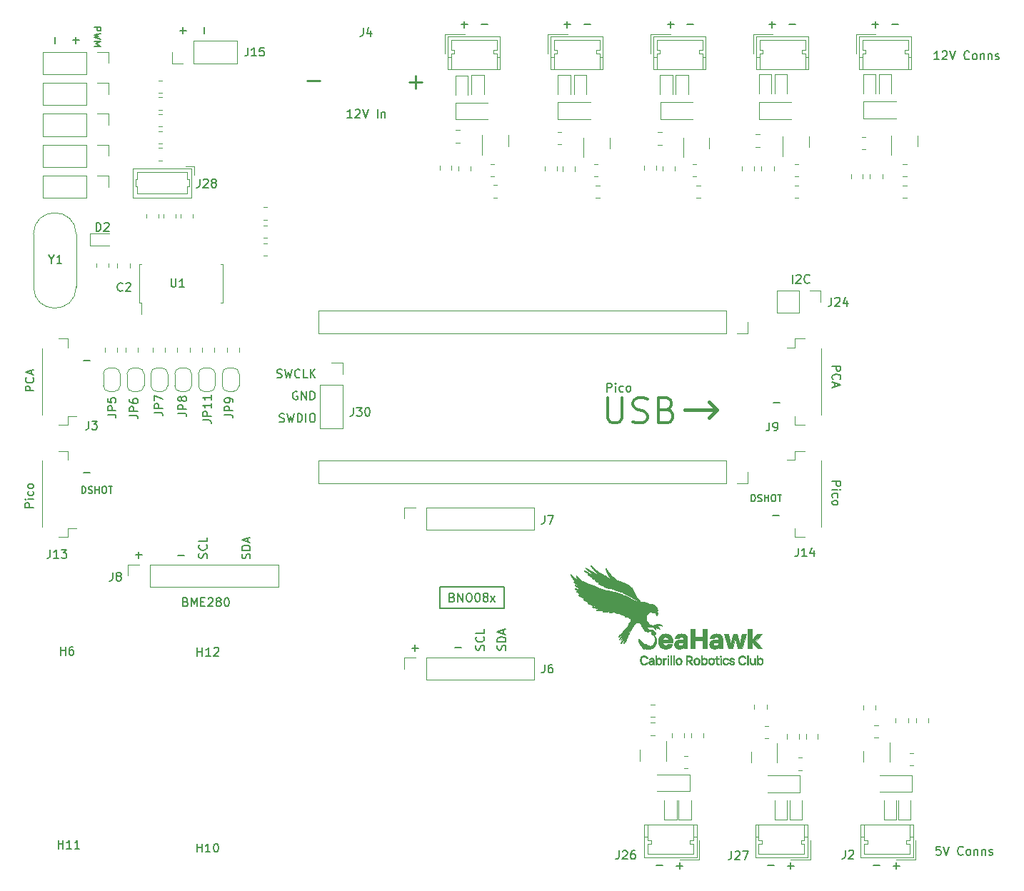
<source format=gbr>
%TF.GenerationSoftware,KiCad,Pcbnew,7.0.9*%
%TF.CreationDate,2024-01-05T06:09:31-08:00*%
%TF.ProjectId,Pi PCB Hat,50692050-4342-4204-9861-742e6b696361,rev?*%
%TF.SameCoordinates,Original*%
%TF.FileFunction,Legend,Top*%
%TF.FilePolarity,Positive*%
%FSLAX46Y46*%
G04 Gerber Fmt 4.6, Leading zero omitted, Abs format (unit mm)*
G04 Created by KiCad (PCBNEW 7.0.9) date 2024-01-05 06:09:31*
%MOMM*%
%LPD*%
G01*
G04 APERTURE LIST*
%ADD10C,0.020000*%
%ADD11C,0.150000*%
%ADD12C,0.250000*%
%ADD13C,0.450000*%
%ADD14C,0.350000*%
%ADD15C,0.120000*%
G04 APERTURE END LIST*
D10*
X166695837Y-115901490D02*
X166703002Y-115901490D01*
X166714168Y-115887876D01*
X166725908Y-115875147D01*
X166738222Y-115863302D01*
X166751111Y-115852340D01*
X166764574Y-115842263D01*
X166778611Y-115833068D01*
X166793222Y-115824755D01*
X166808406Y-115817325D01*
X166824163Y-115810777D01*
X166840493Y-115805109D01*
X166857396Y-115800323D01*
X166874872Y-115796418D01*
X166892921Y-115793392D01*
X166911541Y-115791246D01*
X166930734Y-115789980D01*
X166950498Y-115789592D01*
X166969010Y-115790009D01*
X166987079Y-115791258D01*
X167004706Y-115793340D01*
X167021890Y-115796254D01*
X167038631Y-115800000D01*
X167054931Y-115804577D01*
X167070787Y-115809985D01*
X167086201Y-115816223D01*
X167101173Y-115823291D01*
X167115702Y-115831189D01*
X167129789Y-115839916D01*
X167143433Y-115849472D01*
X167156635Y-115859857D01*
X167169394Y-115871069D01*
X167181710Y-115883109D01*
X167193585Y-115895977D01*
X167204924Y-115909542D01*
X167215534Y-115923779D01*
X167225413Y-115938688D01*
X167234562Y-115954268D01*
X167242980Y-115970521D01*
X167250667Y-115987445D01*
X167257623Y-116005041D01*
X167263847Y-116023308D01*
X167269340Y-116042248D01*
X167274101Y-116061859D01*
X167278130Y-116082142D01*
X167281427Y-116103096D01*
X167283992Y-116124723D01*
X167285824Y-116147021D01*
X167286924Y-116169991D01*
X167287290Y-116193633D01*
X167286924Y-116217278D01*
X167285824Y-116240258D01*
X167283992Y-116262571D01*
X167281427Y-116284218D01*
X167278130Y-116305198D01*
X167274101Y-116325510D01*
X167269340Y-116345155D01*
X167263847Y-116364131D01*
X167257623Y-116382439D01*
X167250667Y-116400078D01*
X167242980Y-116417048D01*
X167234562Y-116433347D01*
X167225413Y-116448977D01*
X167215534Y-116463936D01*
X167204924Y-116478224D01*
X167193585Y-116491840D01*
X167181710Y-116504656D01*
X167169394Y-116516645D01*
X167156635Y-116527807D01*
X167143433Y-116538143D01*
X167129789Y-116547651D01*
X167115702Y-116556333D01*
X167101173Y-116564188D01*
X167086201Y-116571215D01*
X167070787Y-116577417D01*
X167054931Y-116582791D01*
X167038631Y-116587338D01*
X167021890Y-116591059D01*
X167004706Y-116593953D01*
X166987079Y-116596020D01*
X166969010Y-116597260D01*
X166950498Y-116597673D01*
X166929544Y-116597207D01*
X166909261Y-116595806D01*
X166889650Y-116593472D01*
X166870710Y-116590204D01*
X166852443Y-116586002D01*
X166834847Y-116580865D01*
X166817923Y-116574794D01*
X166801670Y-116567788D01*
X166786090Y-116559847D01*
X166771181Y-116550970D01*
X166756944Y-116541158D01*
X166743379Y-116530411D01*
X166730486Y-116518727D01*
X166718264Y-116506108D01*
X166706715Y-116492552D01*
X166695837Y-116478060D01*
X166688671Y-116478060D01*
X166673237Y-116582792D01*
X166583940Y-116582792D01*
X166583940Y-116193633D01*
X166695837Y-116193633D01*
X166696090Y-116211310D01*
X166696851Y-116228476D01*
X166698120Y-116245132D01*
X166699896Y-116261278D01*
X166702180Y-116276913D01*
X166704972Y-116292038D01*
X166708272Y-116306653D01*
X166712081Y-116320757D01*
X166716398Y-116334352D01*
X166721224Y-116347435D01*
X166726560Y-116360009D01*
X166732405Y-116372072D01*
X166738759Y-116383625D01*
X166745623Y-116394668D01*
X166752997Y-116405200D01*
X166760881Y-116415223D01*
X166769168Y-116424634D01*
X166777805Y-116433438D01*
X166786789Y-116441635D01*
X166796120Y-116449225D01*
X166805799Y-116456208D01*
X166815825Y-116462583D01*
X166826197Y-116468352D01*
X166836914Y-116473513D01*
X166847978Y-116478067D01*
X166859386Y-116482013D01*
X166871140Y-116485353D01*
X166883237Y-116488086D01*
X166895679Y-116490211D01*
X166908464Y-116491729D01*
X166921593Y-116492640D01*
X166935064Y-116492943D01*
X166948586Y-116492640D01*
X166961762Y-116491729D01*
X166974592Y-116490211D01*
X166987075Y-116488086D01*
X166999212Y-116485353D01*
X167011003Y-116482013D01*
X167022447Y-116478067D01*
X167033543Y-116473513D01*
X167044293Y-116468352D01*
X167054695Y-116462583D01*
X167064749Y-116456208D01*
X167074456Y-116449225D01*
X167083814Y-116441635D01*
X167092825Y-116433438D01*
X167101487Y-116424634D01*
X167109800Y-116415223D01*
X167117736Y-116405200D01*
X167125160Y-116394668D01*
X167132075Y-116383625D01*
X167138478Y-116372072D01*
X167144370Y-116360009D01*
X167149751Y-116347435D01*
X167154621Y-116334352D01*
X167158978Y-116320757D01*
X167162824Y-116306653D01*
X167166158Y-116292038D01*
X167168980Y-116276913D01*
X167171288Y-116261278D01*
X167173085Y-116245132D01*
X167174368Y-116228476D01*
X167175138Y-116211310D01*
X167175395Y-116193633D01*
X167175138Y-116175908D01*
X167174368Y-116158700D01*
X167173085Y-116142009D01*
X167171288Y-116125834D01*
X167168980Y-116110176D01*
X167166158Y-116095035D01*
X167162824Y-116080410D01*
X167158978Y-116066303D01*
X167154621Y-116052712D01*
X167149751Y-116039638D01*
X167144370Y-116027080D01*
X167138478Y-116015040D01*
X167132075Y-116003516D01*
X167125160Y-115992509D01*
X167117736Y-115982018D01*
X167109800Y-115972045D01*
X167101487Y-115962633D01*
X167092825Y-115953829D01*
X167083814Y-115945632D01*
X167074456Y-115938042D01*
X167064749Y-115931059D01*
X167054695Y-115924684D01*
X167044293Y-115918915D01*
X167033543Y-115913754D01*
X167022447Y-115909200D01*
X167011003Y-115905253D01*
X166999212Y-115901914D01*
X166987075Y-115899182D01*
X166974592Y-115897056D01*
X166961762Y-115895539D01*
X166948586Y-115894628D01*
X166935064Y-115894324D01*
X166921593Y-115894628D01*
X166908464Y-115895539D01*
X166895679Y-115897056D01*
X166883237Y-115899182D01*
X166871140Y-115901914D01*
X166859386Y-115905253D01*
X166847978Y-115909200D01*
X166836914Y-115913754D01*
X166826197Y-115918915D01*
X166815825Y-115924684D01*
X166805799Y-115931059D01*
X166796120Y-115938042D01*
X166786789Y-115945632D01*
X166777805Y-115953829D01*
X166769168Y-115962633D01*
X166760881Y-115972045D01*
X166752997Y-115982018D01*
X166745623Y-115992509D01*
X166738759Y-116003516D01*
X166732405Y-116015040D01*
X166726560Y-116027080D01*
X166721224Y-116039638D01*
X166716398Y-116052712D01*
X166712081Y-116066303D01*
X166708272Y-116080410D01*
X166704972Y-116095035D01*
X166702180Y-116110176D01*
X166699896Y-116125834D01*
X166698120Y-116142009D01*
X166696851Y-116158700D01*
X166696090Y-116175908D01*
X166695837Y-116193633D01*
X166583940Y-116193633D01*
X166583940Y-115534380D01*
X166695837Y-115534380D01*
X166695837Y-115901490D01*
G36*
X166695837Y-115901490D02*
G01*
X166703002Y-115901490D01*
X166714168Y-115887876D01*
X166725908Y-115875147D01*
X166738222Y-115863302D01*
X166751111Y-115852340D01*
X166764574Y-115842263D01*
X166778611Y-115833068D01*
X166793222Y-115824755D01*
X166808406Y-115817325D01*
X166824163Y-115810777D01*
X166840493Y-115805109D01*
X166857396Y-115800323D01*
X166874872Y-115796418D01*
X166892921Y-115793392D01*
X166911541Y-115791246D01*
X166930734Y-115789980D01*
X166950498Y-115789592D01*
X166969010Y-115790009D01*
X166987079Y-115791258D01*
X167004706Y-115793340D01*
X167021890Y-115796254D01*
X167038631Y-115800000D01*
X167054931Y-115804577D01*
X167070787Y-115809985D01*
X167086201Y-115816223D01*
X167101173Y-115823291D01*
X167115702Y-115831189D01*
X167129789Y-115839916D01*
X167143433Y-115849472D01*
X167156635Y-115859857D01*
X167169394Y-115871069D01*
X167181710Y-115883109D01*
X167193585Y-115895977D01*
X167204924Y-115909542D01*
X167215534Y-115923779D01*
X167225413Y-115938688D01*
X167234562Y-115954268D01*
X167242980Y-115970521D01*
X167250667Y-115987445D01*
X167257623Y-116005041D01*
X167263847Y-116023308D01*
X167269340Y-116042248D01*
X167274101Y-116061859D01*
X167278130Y-116082142D01*
X167281427Y-116103096D01*
X167283992Y-116124723D01*
X167285824Y-116147021D01*
X167286924Y-116169991D01*
X167287290Y-116193633D01*
X167286924Y-116217278D01*
X167285824Y-116240258D01*
X167283992Y-116262571D01*
X167281427Y-116284218D01*
X167278130Y-116305198D01*
X167274101Y-116325510D01*
X167269340Y-116345155D01*
X167263847Y-116364131D01*
X167257623Y-116382439D01*
X167250667Y-116400078D01*
X167242980Y-116417048D01*
X167234562Y-116433347D01*
X167225413Y-116448977D01*
X167215534Y-116463936D01*
X167204924Y-116478224D01*
X167193585Y-116491840D01*
X167181710Y-116504656D01*
X167169394Y-116516645D01*
X167156635Y-116527807D01*
X167143433Y-116538143D01*
X167129789Y-116547651D01*
X167115702Y-116556333D01*
X167101173Y-116564188D01*
X167086201Y-116571215D01*
X167070787Y-116577417D01*
X167054931Y-116582791D01*
X167038631Y-116587338D01*
X167021890Y-116591059D01*
X167004706Y-116593953D01*
X166987079Y-116596020D01*
X166969010Y-116597260D01*
X166950498Y-116597673D01*
X166929544Y-116597207D01*
X166909261Y-116595806D01*
X166889650Y-116593472D01*
X166870710Y-116590204D01*
X166852443Y-116586002D01*
X166834847Y-116580865D01*
X166817923Y-116574794D01*
X166801670Y-116567788D01*
X166786090Y-116559847D01*
X166771181Y-116550970D01*
X166756944Y-116541158D01*
X166743379Y-116530411D01*
X166730486Y-116518727D01*
X166718264Y-116506108D01*
X166706715Y-116492552D01*
X166695837Y-116478060D01*
X166688671Y-116478060D01*
X166673237Y-116582792D01*
X166583940Y-116582792D01*
X166583940Y-116193633D01*
X166695837Y-116193633D01*
X166696090Y-116211310D01*
X166696851Y-116228476D01*
X166698120Y-116245132D01*
X166699896Y-116261278D01*
X166702180Y-116276913D01*
X166704972Y-116292038D01*
X166708272Y-116306653D01*
X166712081Y-116320757D01*
X166716398Y-116334352D01*
X166721224Y-116347435D01*
X166726560Y-116360009D01*
X166732405Y-116372072D01*
X166738759Y-116383625D01*
X166745623Y-116394668D01*
X166752997Y-116405200D01*
X166760881Y-116415223D01*
X166769168Y-116424634D01*
X166777805Y-116433438D01*
X166786789Y-116441635D01*
X166796120Y-116449225D01*
X166805799Y-116456208D01*
X166815825Y-116462583D01*
X166826197Y-116468352D01*
X166836914Y-116473513D01*
X166847978Y-116478067D01*
X166859386Y-116482013D01*
X166871140Y-116485353D01*
X166883237Y-116488086D01*
X166895679Y-116490211D01*
X166908464Y-116491729D01*
X166921593Y-116492640D01*
X166935064Y-116492943D01*
X166948586Y-116492640D01*
X166961762Y-116491729D01*
X166974592Y-116490211D01*
X166987075Y-116488086D01*
X166999212Y-116485353D01*
X167011003Y-116482013D01*
X167022447Y-116478067D01*
X167033543Y-116473513D01*
X167044293Y-116468352D01*
X167054695Y-116462583D01*
X167064749Y-116456208D01*
X167074456Y-116449225D01*
X167083814Y-116441635D01*
X167092825Y-116433438D01*
X167101487Y-116424634D01*
X167109800Y-116415223D01*
X167117736Y-116405200D01*
X167125160Y-116394668D01*
X167132075Y-116383625D01*
X167138478Y-116372072D01*
X167144370Y-116360009D01*
X167149751Y-116347435D01*
X167154621Y-116334352D01*
X167158978Y-116320757D01*
X167162824Y-116306653D01*
X167166158Y-116292038D01*
X167168980Y-116276913D01*
X167171288Y-116261278D01*
X167173085Y-116245132D01*
X167174368Y-116228476D01*
X167175138Y-116211310D01*
X167175395Y-116193633D01*
X167175138Y-116175908D01*
X167174368Y-116158700D01*
X167173085Y-116142009D01*
X167171288Y-116125834D01*
X167168980Y-116110176D01*
X167166158Y-116095035D01*
X167162824Y-116080410D01*
X167158978Y-116066303D01*
X167154621Y-116052712D01*
X167149751Y-116039638D01*
X167144370Y-116027080D01*
X167138478Y-116015040D01*
X167132075Y-116003516D01*
X167125160Y-115992509D01*
X167117736Y-115982018D01*
X167109800Y-115972045D01*
X167101487Y-115962633D01*
X167092825Y-115953829D01*
X167083814Y-115945632D01*
X167074456Y-115938042D01*
X167064749Y-115931059D01*
X167054695Y-115924684D01*
X167044293Y-115918915D01*
X167033543Y-115913754D01*
X167022447Y-115909200D01*
X167011003Y-115905253D01*
X166999212Y-115901914D01*
X166987075Y-115899182D01*
X166974592Y-115897056D01*
X166961762Y-115895539D01*
X166948586Y-115894628D01*
X166935064Y-115894324D01*
X166921593Y-115894628D01*
X166908464Y-115895539D01*
X166895679Y-115897056D01*
X166883237Y-115899182D01*
X166871140Y-115901914D01*
X166859386Y-115905253D01*
X166847978Y-115909200D01*
X166836914Y-115913754D01*
X166826197Y-115918915D01*
X166815825Y-115924684D01*
X166805799Y-115931059D01*
X166796120Y-115938042D01*
X166786789Y-115945632D01*
X166777805Y-115953829D01*
X166769168Y-115962633D01*
X166760881Y-115972045D01*
X166752997Y-115982018D01*
X166745623Y-115992509D01*
X166738759Y-116003516D01*
X166732405Y-116015040D01*
X166726560Y-116027080D01*
X166721224Y-116039638D01*
X166716398Y-116052712D01*
X166712081Y-116066303D01*
X166708272Y-116080410D01*
X166704972Y-116095035D01*
X166702180Y-116110176D01*
X166699896Y-116125834D01*
X166698120Y-116142009D01*
X166696851Y-116158700D01*
X166696090Y-116175908D01*
X166695837Y-116193633D01*
X166583940Y-116193633D01*
X166583940Y-115534380D01*
X166695837Y-115534380D01*
X166695837Y-115901490D01*
G37*
X171478352Y-115521189D02*
X171515253Y-115524609D01*
X171550572Y-115530308D01*
X171584309Y-115538286D01*
X171616466Y-115548543D01*
X171647042Y-115561078D01*
X171676037Y-115575891D01*
X171703453Y-115592981D01*
X171729290Y-115612348D01*
X171753548Y-115633992D01*
X171776227Y-115657912D01*
X171797328Y-115684108D01*
X171816851Y-115712579D01*
X171834797Y-115743326D01*
X171851166Y-115776346D01*
X171865959Y-115811641D01*
X171731462Y-115811641D01*
X171726096Y-115800591D01*
X171720488Y-115789892D01*
X171714640Y-115779545D01*
X171708549Y-115769550D01*
X171702218Y-115759908D01*
X171695644Y-115750617D01*
X171688829Y-115741678D01*
X171681773Y-115733091D01*
X171674475Y-115724855D01*
X171666935Y-115716972D01*
X171659153Y-115709440D01*
X171651130Y-115702260D01*
X171642865Y-115695432D01*
X171634359Y-115688956D01*
X171625610Y-115682831D01*
X171616620Y-115677058D01*
X171607388Y-115671637D01*
X171597914Y-115666567D01*
X171588198Y-115661849D01*
X171578240Y-115657482D01*
X171568041Y-115653467D01*
X171557599Y-115649804D01*
X171546915Y-115646492D01*
X171535990Y-115643531D01*
X171524822Y-115640922D01*
X171513412Y-115638664D01*
X171501760Y-115636758D01*
X171489867Y-115635203D01*
X171477730Y-115633999D01*
X171465352Y-115633147D01*
X171439869Y-115632496D01*
X171420675Y-115632931D01*
X171401952Y-115634239D01*
X171383702Y-115636418D01*
X171365925Y-115639468D01*
X171348620Y-115643388D01*
X171331790Y-115648178D01*
X171315433Y-115653838D01*
X171299551Y-115660366D01*
X171284143Y-115667764D01*
X171269211Y-115676030D01*
X171254754Y-115685165D01*
X171240773Y-115695167D01*
X171227269Y-115706036D01*
X171214241Y-115717771D01*
X171201690Y-115730374D01*
X171189617Y-115743842D01*
X171178129Y-115758130D01*
X171167383Y-115773142D01*
X171157380Y-115788877D01*
X171148119Y-115805334D01*
X171139600Y-115822515D01*
X171131823Y-115840417D01*
X171124787Y-115859043D01*
X171118493Y-115878390D01*
X171112940Y-115898459D01*
X171108129Y-115919250D01*
X171104058Y-115940762D01*
X171100727Y-115962995D01*
X171098138Y-115985950D01*
X171096288Y-116009625D01*
X171095178Y-116034021D01*
X171094808Y-116059137D01*
X171095178Y-116084205D01*
X171096288Y-116108559D01*
X171098138Y-116132199D01*
X171100727Y-116155124D01*
X171104058Y-116177335D01*
X171108129Y-116198831D01*
X171112940Y-116219611D01*
X171118493Y-116239677D01*
X171124787Y-116259027D01*
X171131823Y-116277662D01*
X171139600Y-116295581D01*
X171148119Y-116312784D01*
X171157380Y-116329270D01*
X171167383Y-116345041D01*
X171178129Y-116360094D01*
X171189617Y-116374431D01*
X171201690Y-116387922D01*
X171214241Y-116400541D01*
X171227269Y-116412289D01*
X171240773Y-116423165D01*
X171254754Y-116433169D01*
X171269211Y-116442303D01*
X171284143Y-116450566D01*
X171299551Y-116457958D01*
X171315433Y-116464480D01*
X171331790Y-116470132D01*
X171348620Y-116474913D01*
X171365925Y-116478825D01*
X171383702Y-116481867D01*
X171401952Y-116484040D01*
X171420675Y-116485343D01*
X171439869Y-116485778D01*
X171465425Y-116485074D01*
X171490002Y-116482961D01*
X171513601Y-116479441D01*
X171536222Y-116474512D01*
X171557865Y-116468175D01*
X171578531Y-116460430D01*
X171598219Y-116451277D01*
X171616930Y-116440716D01*
X171634664Y-116428746D01*
X171651421Y-116415368D01*
X171667201Y-116400582D01*
X171682005Y-116384388D01*
X171695833Y-116366786D01*
X171708685Y-116347776D01*
X171720561Y-116327357D01*
X171731462Y-116305530D01*
X171865959Y-116305530D01*
X171851166Y-116340922D01*
X171843179Y-116357761D01*
X171834797Y-116374028D01*
X171826021Y-116389723D01*
X171816851Y-116404848D01*
X171807287Y-116419400D01*
X171797328Y-116433382D01*
X171786975Y-116446792D01*
X171776227Y-116459631D01*
X171765084Y-116471899D01*
X171753548Y-116483596D01*
X171741616Y-116494721D01*
X171729290Y-116505276D01*
X171716569Y-116515260D01*
X171703453Y-116524672D01*
X171689943Y-116533514D01*
X171676037Y-116541785D01*
X171661737Y-116549486D01*
X171647042Y-116556615D01*
X171631951Y-116563174D01*
X171616466Y-116569162D01*
X171600585Y-116574580D01*
X171584309Y-116579428D01*
X171567638Y-116583704D01*
X171550572Y-116587411D01*
X171533110Y-116590547D01*
X171515253Y-116593113D01*
X171497000Y-116595108D01*
X171478352Y-116596533D01*
X171439869Y-116597673D01*
X171413385Y-116597124D01*
X171387572Y-116595477D01*
X171362430Y-116592732D01*
X171337959Y-116588889D01*
X171314158Y-116583947D01*
X171291027Y-116577908D01*
X171268565Y-116570770D01*
X171246772Y-116562534D01*
X171225647Y-116553200D01*
X171205191Y-116542768D01*
X171185403Y-116531238D01*
X171166281Y-116518609D01*
X171147827Y-116504883D01*
X171130040Y-116490058D01*
X171112918Y-116474135D01*
X171096462Y-116457114D01*
X171080843Y-116439037D01*
X171066232Y-116420049D01*
X171052628Y-116400151D01*
X171040032Y-116379341D01*
X171028444Y-116357621D01*
X171017863Y-116334990D01*
X171008290Y-116311448D01*
X170999724Y-116286995D01*
X170992167Y-116261632D01*
X170985617Y-116235358D01*
X170980074Y-116208173D01*
X170975540Y-116180077D01*
X170972013Y-116151070D01*
X170969494Y-116121152D01*
X170967982Y-116090324D01*
X170967478Y-116058585D01*
X170967982Y-116026872D01*
X170969494Y-115996070D01*
X170972013Y-115966179D01*
X170975540Y-115937199D01*
X170980074Y-115909132D01*
X170985617Y-115881975D01*
X170992167Y-115855731D01*
X170999724Y-115830399D01*
X171008290Y-115805980D01*
X171017863Y-115782473D01*
X171028444Y-115759879D01*
X171040032Y-115738198D01*
X171052628Y-115717430D01*
X171066232Y-115697576D01*
X171080843Y-115678635D01*
X171096462Y-115660608D01*
X171112918Y-115643587D01*
X171130040Y-115627664D01*
X171147827Y-115612840D01*
X171166281Y-115599113D01*
X171185403Y-115586485D01*
X171205191Y-115574955D01*
X171225647Y-115564522D01*
X171246772Y-115555188D01*
X171268565Y-115546953D01*
X171291027Y-115539815D01*
X171314158Y-115533775D01*
X171337959Y-115528834D01*
X171362430Y-115524990D01*
X171387572Y-115522245D01*
X171413385Y-115520598D01*
X171439869Y-115520049D01*
X171478352Y-115521189D01*
G36*
X171478352Y-115521189D02*
G01*
X171515253Y-115524609D01*
X171550572Y-115530308D01*
X171584309Y-115538286D01*
X171616466Y-115548543D01*
X171647042Y-115561078D01*
X171676037Y-115575891D01*
X171703453Y-115592981D01*
X171729290Y-115612348D01*
X171753548Y-115633992D01*
X171776227Y-115657912D01*
X171797328Y-115684108D01*
X171816851Y-115712579D01*
X171834797Y-115743326D01*
X171851166Y-115776346D01*
X171865959Y-115811641D01*
X171731462Y-115811641D01*
X171726096Y-115800591D01*
X171720488Y-115789892D01*
X171714640Y-115779545D01*
X171708549Y-115769550D01*
X171702218Y-115759908D01*
X171695644Y-115750617D01*
X171688829Y-115741678D01*
X171681773Y-115733091D01*
X171674475Y-115724855D01*
X171666935Y-115716972D01*
X171659153Y-115709440D01*
X171651130Y-115702260D01*
X171642865Y-115695432D01*
X171634359Y-115688956D01*
X171625610Y-115682831D01*
X171616620Y-115677058D01*
X171607388Y-115671637D01*
X171597914Y-115666567D01*
X171588198Y-115661849D01*
X171578240Y-115657482D01*
X171568041Y-115653467D01*
X171557599Y-115649804D01*
X171546915Y-115646492D01*
X171535990Y-115643531D01*
X171524822Y-115640922D01*
X171513412Y-115638664D01*
X171501760Y-115636758D01*
X171489867Y-115635203D01*
X171477730Y-115633999D01*
X171465352Y-115633147D01*
X171439869Y-115632496D01*
X171420675Y-115632931D01*
X171401952Y-115634239D01*
X171383702Y-115636418D01*
X171365925Y-115639468D01*
X171348620Y-115643388D01*
X171331790Y-115648178D01*
X171315433Y-115653838D01*
X171299551Y-115660366D01*
X171284143Y-115667764D01*
X171269211Y-115676030D01*
X171254754Y-115685165D01*
X171240773Y-115695167D01*
X171227269Y-115706036D01*
X171214241Y-115717771D01*
X171201690Y-115730374D01*
X171189617Y-115743842D01*
X171178129Y-115758130D01*
X171167383Y-115773142D01*
X171157380Y-115788877D01*
X171148119Y-115805334D01*
X171139600Y-115822515D01*
X171131823Y-115840417D01*
X171124787Y-115859043D01*
X171118493Y-115878390D01*
X171112940Y-115898459D01*
X171108129Y-115919250D01*
X171104058Y-115940762D01*
X171100727Y-115962995D01*
X171098138Y-115985950D01*
X171096288Y-116009625D01*
X171095178Y-116034021D01*
X171094808Y-116059137D01*
X171095178Y-116084205D01*
X171096288Y-116108559D01*
X171098138Y-116132199D01*
X171100727Y-116155124D01*
X171104058Y-116177335D01*
X171108129Y-116198831D01*
X171112940Y-116219611D01*
X171118493Y-116239677D01*
X171124787Y-116259027D01*
X171131823Y-116277662D01*
X171139600Y-116295581D01*
X171148119Y-116312784D01*
X171157380Y-116329270D01*
X171167383Y-116345041D01*
X171178129Y-116360094D01*
X171189617Y-116374431D01*
X171201690Y-116387922D01*
X171214241Y-116400541D01*
X171227269Y-116412289D01*
X171240773Y-116423165D01*
X171254754Y-116433169D01*
X171269211Y-116442303D01*
X171284143Y-116450566D01*
X171299551Y-116457958D01*
X171315433Y-116464480D01*
X171331790Y-116470132D01*
X171348620Y-116474913D01*
X171365925Y-116478825D01*
X171383702Y-116481867D01*
X171401952Y-116484040D01*
X171420675Y-116485343D01*
X171439869Y-116485778D01*
X171465425Y-116485074D01*
X171490002Y-116482961D01*
X171513601Y-116479441D01*
X171536222Y-116474512D01*
X171557865Y-116468175D01*
X171578531Y-116460430D01*
X171598219Y-116451277D01*
X171616930Y-116440716D01*
X171634664Y-116428746D01*
X171651421Y-116415368D01*
X171667201Y-116400582D01*
X171682005Y-116384388D01*
X171695833Y-116366786D01*
X171708685Y-116347776D01*
X171720561Y-116327357D01*
X171731462Y-116305530D01*
X171865959Y-116305530D01*
X171851166Y-116340922D01*
X171843179Y-116357761D01*
X171834797Y-116374028D01*
X171826021Y-116389723D01*
X171816851Y-116404848D01*
X171807287Y-116419400D01*
X171797328Y-116433382D01*
X171786975Y-116446792D01*
X171776227Y-116459631D01*
X171765084Y-116471899D01*
X171753548Y-116483596D01*
X171741616Y-116494721D01*
X171729290Y-116505276D01*
X171716569Y-116515260D01*
X171703453Y-116524672D01*
X171689943Y-116533514D01*
X171676037Y-116541785D01*
X171661737Y-116549486D01*
X171647042Y-116556615D01*
X171631951Y-116563174D01*
X171616466Y-116569162D01*
X171600585Y-116574580D01*
X171584309Y-116579428D01*
X171567638Y-116583704D01*
X171550572Y-116587411D01*
X171533110Y-116590547D01*
X171515253Y-116593113D01*
X171497000Y-116595108D01*
X171478352Y-116596533D01*
X171439869Y-116597673D01*
X171413385Y-116597124D01*
X171387572Y-116595477D01*
X171362430Y-116592732D01*
X171337959Y-116588889D01*
X171314158Y-116583947D01*
X171291027Y-116577908D01*
X171268565Y-116570770D01*
X171246772Y-116562534D01*
X171225647Y-116553200D01*
X171205191Y-116542768D01*
X171185403Y-116531238D01*
X171166281Y-116518609D01*
X171147827Y-116504883D01*
X171130040Y-116490058D01*
X171112918Y-116474135D01*
X171096462Y-116457114D01*
X171080843Y-116439037D01*
X171066232Y-116420049D01*
X171052628Y-116400151D01*
X171040032Y-116379341D01*
X171028444Y-116357621D01*
X171017863Y-116334990D01*
X171008290Y-116311448D01*
X170999724Y-116286995D01*
X170992167Y-116261632D01*
X170985617Y-116235358D01*
X170980074Y-116208173D01*
X170975540Y-116180077D01*
X170972013Y-116151070D01*
X170969494Y-116121152D01*
X170967982Y-116090324D01*
X170967478Y-116058585D01*
X170967982Y-116026872D01*
X170969494Y-115996070D01*
X170972013Y-115966179D01*
X170975540Y-115937199D01*
X170980074Y-115909132D01*
X170985617Y-115881975D01*
X170992167Y-115855731D01*
X170999724Y-115830399D01*
X171008290Y-115805980D01*
X171017863Y-115782473D01*
X171028444Y-115759879D01*
X171040032Y-115738198D01*
X171052628Y-115717430D01*
X171066232Y-115697576D01*
X171080843Y-115678635D01*
X171096462Y-115660608D01*
X171112918Y-115643587D01*
X171130040Y-115627664D01*
X171147827Y-115612840D01*
X171166281Y-115599113D01*
X171185403Y-115586485D01*
X171205191Y-115574955D01*
X171225647Y-115564522D01*
X171246772Y-115555188D01*
X171268565Y-115546953D01*
X171291027Y-115539815D01*
X171314158Y-115533775D01*
X171337959Y-115528834D01*
X171362430Y-115524990D01*
X171387572Y-115522245D01*
X171413385Y-115520598D01*
X171439869Y-115520049D01*
X171478352Y-115521189D01*
G37*
X162709332Y-116582792D02*
X162596884Y-116582792D01*
X162596884Y-115804476D01*
X162709332Y-115804476D01*
X162709332Y-116582792D01*
G36*
X162709332Y-116582792D02*
G01*
X162596884Y-116582792D01*
X162596884Y-115804476D01*
X162709332Y-115804476D01*
X162709332Y-116582792D01*
G37*
X165837397Y-113304943D02*
X166751863Y-113304943D01*
X166751863Y-112388823D01*
X167241894Y-112388823D01*
X167241894Y-114677469D01*
X166751863Y-114677469D01*
X166751863Y-113745365D01*
X165837397Y-113745365D01*
X165837397Y-114677469D01*
X165345713Y-114677469D01*
X165345713Y-112388823D01*
X165837397Y-112388823D01*
X165837397Y-113304943D01*
G36*
X165837397Y-113304943D02*
G01*
X166751863Y-113304943D01*
X166751863Y-112388823D01*
X167241894Y-112388823D01*
X167241894Y-114677469D01*
X166751863Y-114677469D01*
X166751863Y-113745365D01*
X165837397Y-113745365D01*
X165837397Y-114677469D01*
X165345713Y-114677469D01*
X165345713Y-112388823D01*
X165837397Y-112388823D01*
X165837397Y-113304943D01*
G37*
X162170758Y-115908655D02*
X162177923Y-115908655D01*
X162181932Y-115902246D01*
X162186104Y-115896040D01*
X162190440Y-115890037D01*
X162194938Y-115884238D01*
X162199600Y-115878642D01*
X162204425Y-115873250D01*
X162209414Y-115868062D01*
X162214566Y-115863077D01*
X162219882Y-115858295D01*
X162225361Y-115853717D01*
X162231004Y-115849342D01*
X162236810Y-115845171D01*
X162242780Y-115841203D01*
X162248914Y-115837439D01*
X162255212Y-115833878D01*
X162261674Y-115830520D01*
X162268299Y-115827367D01*
X162275088Y-115824416D01*
X162282042Y-115821669D01*
X162289159Y-115819126D01*
X162296441Y-115816786D01*
X162303887Y-115814649D01*
X162311497Y-115812716D01*
X162319271Y-115810987D01*
X162327210Y-115809461D01*
X162335313Y-115808138D01*
X162352012Y-115806104D01*
X162369369Y-115804883D01*
X162387385Y-115804476D01*
X162469517Y-115804476D01*
X162469517Y-115908655D01*
X162387385Y-115908655D01*
X162376262Y-115908873D01*
X162365371Y-115909527D01*
X162354714Y-115910616D01*
X162344289Y-115912141D01*
X162334098Y-115914101D01*
X162324141Y-115916496D01*
X162314417Y-115919326D01*
X162304927Y-115922591D01*
X162295671Y-115926290D01*
X162286650Y-115930423D01*
X162277863Y-115934990D01*
X162269311Y-115939991D01*
X162260994Y-115945425D01*
X162252913Y-115951293D01*
X162245066Y-115957594D01*
X162237455Y-115964328D01*
X162230246Y-115971413D01*
X162223502Y-115978714D01*
X162217224Y-115986232D01*
X162211410Y-115993967D01*
X162206061Y-116001919D01*
X162201178Y-116010088D01*
X162196759Y-116018475D01*
X162192806Y-116027080D01*
X162189318Y-116035903D01*
X162186295Y-116044944D01*
X162183737Y-116054204D01*
X162181644Y-116063682D01*
X162180016Y-116073379D01*
X162178853Y-116083295D01*
X162178156Y-116093430D01*
X162177923Y-116103785D01*
X162177923Y-116582792D01*
X162065476Y-116582792D01*
X162065476Y-115804476D01*
X162155323Y-115804476D01*
X162170758Y-115908655D01*
G36*
X162170758Y-115908655D02*
G01*
X162177923Y-115908655D01*
X162181932Y-115902246D01*
X162186104Y-115896040D01*
X162190440Y-115890037D01*
X162194938Y-115884238D01*
X162199600Y-115878642D01*
X162204425Y-115873250D01*
X162209414Y-115868062D01*
X162214566Y-115863077D01*
X162219882Y-115858295D01*
X162225361Y-115853717D01*
X162231004Y-115849342D01*
X162236810Y-115845171D01*
X162242780Y-115841203D01*
X162248914Y-115837439D01*
X162255212Y-115833878D01*
X162261674Y-115830520D01*
X162268299Y-115827367D01*
X162275088Y-115824416D01*
X162282042Y-115821669D01*
X162289159Y-115819126D01*
X162296441Y-115816786D01*
X162303887Y-115814649D01*
X162311497Y-115812716D01*
X162319271Y-115810987D01*
X162327210Y-115809461D01*
X162335313Y-115808138D01*
X162352012Y-115806104D01*
X162369369Y-115804883D01*
X162387385Y-115804476D01*
X162469517Y-115804476D01*
X162469517Y-115908655D01*
X162387385Y-115908655D01*
X162376262Y-115908873D01*
X162365371Y-115909527D01*
X162354714Y-115910616D01*
X162344289Y-115912141D01*
X162334098Y-115914101D01*
X162324141Y-115916496D01*
X162314417Y-115919326D01*
X162304927Y-115922591D01*
X162295671Y-115926290D01*
X162286650Y-115930423D01*
X162277863Y-115934990D01*
X162269311Y-115939991D01*
X162260994Y-115945425D01*
X162252913Y-115951293D01*
X162245066Y-115957594D01*
X162237455Y-115964328D01*
X162230246Y-115971413D01*
X162223502Y-115978714D01*
X162217224Y-115986232D01*
X162211410Y-115993967D01*
X162206061Y-116001919D01*
X162201178Y-116010088D01*
X162196759Y-116018475D01*
X162192806Y-116027080D01*
X162189318Y-116035903D01*
X162186295Y-116044944D01*
X162183737Y-116054204D01*
X162181644Y-116063682D01*
X162180016Y-116073379D01*
X162178853Y-116083295D01*
X162178156Y-116093430D01*
X162177923Y-116103785D01*
X162177923Y-116582792D01*
X162065476Y-116582792D01*
X162065476Y-115804476D01*
X162155323Y-115804476D01*
X162170758Y-115908655D01*
G37*
X168411164Y-112913141D02*
X168452645Y-112915132D01*
X168492942Y-112918450D01*
X168532058Y-112923095D01*
X168569992Y-112929066D01*
X168606744Y-112936364D01*
X168642313Y-112944988D01*
X168676701Y-112954939D01*
X168709906Y-112966215D01*
X168741929Y-112978816D01*
X168772771Y-112992743D01*
X168802430Y-113007996D01*
X168830907Y-113024573D01*
X168858201Y-113042475D01*
X168884314Y-113061702D01*
X168909245Y-113082253D01*
X168932874Y-113104057D01*
X168954978Y-113126991D01*
X168975558Y-113151056D01*
X168994614Y-113176252D01*
X169012145Y-113202578D01*
X169028152Y-113230034D01*
X169042634Y-113258621D01*
X169055592Y-113288338D01*
X169067025Y-113319185D01*
X169076934Y-113351163D01*
X169085318Y-113384272D01*
X169092178Y-113418511D01*
X169097514Y-113453880D01*
X169101325Y-113490379D01*
X169103612Y-113528009D01*
X169104374Y-113566770D01*
X169104374Y-114677469D01*
X168711909Y-114677469D01*
X168663954Y-114481237D01*
X168646314Y-114481237D01*
X168636565Y-114495276D01*
X168626490Y-114508871D01*
X168616088Y-114522019D01*
X168605360Y-114534722D01*
X168594306Y-114546979D01*
X168582925Y-114558790D01*
X168571218Y-114570155D01*
X168559184Y-114581075D01*
X168546823Y-114591549D01*
X168534136Y-114601578D01*
X168521122Y-114611161D01*
X168507781Y-114620298D01*
X168494114Y-114628989D01*
X168480119Y-114637235D01*
X168465798Y-114645034D01*
X168451150Y-114652389D01*
X168436175Y-114659297D01*
X168420872Y-114665760D01*
X168405243Y-114671777D01*
X168389286Y-114677348D01*
X168373003Y-114682474D01*
X168356391Y-114687154D01*
X168322187Y-114695177D01*
X168286673Y-114701417D01*
X168249849Y-114705874D01*
X168211715Y-114708548D01*
X168172270Y-114709440D01*
X168137989Y-114708855D01*
X168104599Y-114707101D01*
X168072101Y-114704176D01*
X168040495Y-114700082D01*
X168009779Y-114694817D01*
X167979956Y-114688380D01*
X167951023Y-114680772D01*
X167922982Y-114671992D01*
X167895833Y-114662039D01*
X167869575Y-114650914D01*
X167844208Y-114638615D01*
X167819733Y-114625143D01*
X167796149Y-114610497D01*
X167773456Y-114594676D01*
X167751655Y-114577681D01*
X167730746Y-114559510D01*
X167710973Y-114540431D01*
X167692479Y-114520662D01*
X167675263Y-114500202D01*
X167659325Y-114479051D01*
X167644664Y-114457210D01*
X167631280Y-114434679D01*
X167619173Y-114411458D01*
X167608342Y-114387547D01*
X167598787Y-114362947D01*
X167590507Y-114337657D01*
X167583502Y-114311678D01*
X167577771Y-114285011D01*
X167573315Y-114257654D01*
X167570132Y-114229609D01*
X167568223Y-114200876D01*
X167567587Y-114171454D01*
X167568271Y-114141514D01*
X167568531Y-114137830D01*
X168025646Y-114137830D01*
X168025900Y-114148729D01*
X168026661Y-114159360D01*
X168027929Y-114169723D01*
X168029705Y-114179817D01*
X168031989Y-114189644D01*
X168034781Y-114199202D01*
X168038081Y-114208493D01*
X168041890Y-114217515D01*
X168046208Y-114226270D01*
X168051034Y-114234756D01*
X168056369Y-114242974D01*
X168062214Y-114250924D01*
X168068568Y-114258606D01*
X168075432Y-114266020D01*
X168082806Y-114273166D01*
X168090690Y-114280043D01*
X168099137Y-114286600D01*
X168108098Y-114292730D01*
X168117573Y-114298435D01*
X168127561Y-114303715D01*
X168138062Y-114308570D01*
X168149077Y-114313001D01*
X168160606Y-114317008D01*
X168172648Y-114320592D01*
X168185204Y-114323752D01*
X168198273Y-114326490D01*
X168211856Y-114328806D01*
X168225952Y-114330699D01*
X168240562Y-114332171D01*
X168255686Y-114333222D01*
X168271323Y-114333853D01*
X168287474Y-114334063D01*
X168307138Y-114333712D01*
X168326340Y-114332661D01*
X168345080Y-114330908D01*
X168363358Y-114328453D01*
X168381173Y-114325297D01*
X168398525Y-114321440D01*
X168415414Y-114316880D01*
X168431840Y-114311618D01*
X168447802Y-114305653D01*
X168463301Y-114298986D01*
X168478335Y-114291615D01*
X168492906Y-114283542D01*
X168507013Y-114274766D01*
X168520655Y-114265285D01*
X168533832Y-114255102D01*
X168546545Y-114244214D01*
X168558611Y-114232703D01*
X168569902Y-114220753D01*
X168580417Y-114208363D01*
X168590155Y-114195533D01*
X168599117Y-114182263D01*
X168607302Y-114168553D01*
X168614709Y-114154402D01*
X168621338Y-114139811D01*
X168627188Y-114124779D01*
X168632260Y-114109305D01*
X168636553Y-114093391D01*
X168640066Y-114077035D01*
X168642799Y-114060237D01*
X168644752Y-114042998D01*
X168645924Y-114025316D01*
X168646314Y-114007192D01*
X168646314Y-113957583D01*
X168255503Y-113957583D01*
X168241313Y-113957783D01*
X168227578Y-113958383D01*
X168214298Y-113959385D01*
X168201473Y-113960786D01*
X168189102Y-113962589D01*
X168177186Y-113964791D01*
X168165724Y-113967394D01*
X168154716Y-113970398D01*
X168144162Y-113973802D01*
X168134062Y-113977607D01*
X168124414Y-113981812D01*
X168115220Y-113986418D01*
X168106479Y-113991424D01*
X168098191Y-113996831D01*
X168090355Y-114002638D01*
X168082972Y-114008846D01*
X168076015Y-114015309D01*
X168069510Y-114021984D01*
X168063456Y-114028873D01*
X168057854Y-114035976D01*
X168052701Y-114043291D01*
X168047999Y-114050820D01*
X168043747Y-114058561D01*
X168039944Y-114066516D01*
X168036589Y-114074684D01*
X168033684Y-114083066D01*
X168031226Y-114091660D01*
X168029216Y-114100468D01*
X168027654Y-114109488D01*
X168026538Y-114118722D01*
X168025869Y-114128170D01*
X168025646Y-114137830D01*
X167568531Y-114137830D01*
X167570326Y-114112310D01*
X167573749Y-114083842D01*
X167578542Y-114056110D01*
X167584705Y-114029114D01*
X167592236Y-114002853D01*
X167601138Y-113977327D01*
X167611408Y-113952535D01*
X167623048Y-113928479D01*
X167636058Y-113905157D01*
X167650437Y-113882570D01*
X167666185Y-113860717D01*
X167683303Y-113839598D01*
X167701790Y-113819212D01*
X167721646Y-113799560D01*
X167742872Y-113780642D01*
X167765397Y-113762619D01*
X167789045Y-113745760D01*
X167813816Y-113730063D01*
X167839710Y-113715529D01*
X167866726Y-113702158D01*
X167894864Y-113689949D01*
X167924124Y-113678904D01*
X167954505Y-113669021D01*
X167986006Y-113660300D01*
X168018628Y-113652742D01*
X168052370Y-113646347D01*
X168087231Y-113641115D01*
X168123212Y-113637046D01*
X168160311Y-113634139D01*
X168198529Y-113632395D01*
X168237864Y-113631813D01*
X168646314Y-113631813D01*
X168646314Y-113549132D01*
X168646008Y-113534223D01*
X168645088Y-113519780D01*
X168643555Y-113505803D01*
X168641410Y-113492292D01*
X168638652Y-113479248D01*
X168635283Y-113466671D01*
X168631303Y-113454561D01*
X168626712Y-113442919D01*
X168621510Y-113431746D01*
X168615699Y-113421042D01*
X168609278Y-113410806D01*
X168602247Y-113401040D01*
X168594608Y-113391744D01*
X168586360Y-113382919D01*
X168577505Y-113374564D01*
X168568041Y-113366680D01*
X168558019Y-113359219D01*
X168547539Y-113352237D01*
X168536599Y-113345733D01*
X168525199Y-113339709D01*
X168513341Y-113334164D01*
X168501023Y-113329099D01*
X168488245Y-113324515D01*
X168475007Y-113320412D01*
X168461308Y-113316789D01*
X168447150Y-113313649D01*
X168432530Y-113310990D01*
X168417450Y-113308814D01*
X168401909Y-113307121D01*
X168385907Y-113305911D01*
X168369443Y-113305185D01*
X168352517Y-113304943D01*
X168340829Y-113305109D01*
X168329328Y-113305608D01*
X168318015Y-113306439D01*
X168306891Y-113307602D01*
X168295956Y-113309097D01*
X168285210Y-113310923D01*
X168274654Y-113313082D01*
X168264288Y-113315571D01*
X168254113Y-113318391D01*
X168244128Y-113321542D01*
X168234335Y-113325024D01*
X168224734Y-113328837D01*
X168215325Y-113332979D01*
X168206108Y-113337452D01*
X168197085Y-113342254D01*
X168188255Y-113347387D01*
X168179662Y-113352711D01*
X168171402Y-113358193D01*
X168163474Y-113363834D01*
X168155879Y-113369633D01*
X168148617Y-113375591D01*
X168141687Y-113381706D01*
X168135091Y-113387980D01*
X168128827Y-113394412D01*
X168122895Y-113401003D01*
X168117296Y-113407751D01*
X168112030Y-113414658D01*
X168107097Y-113421723D01*
X168102496Y-113428947D01*
X168098228Y-113436328D01*
X168094293Y-113443868D01*
X168090690Y-113451566D01*
X167632629Y-113451566D01*
X167640158Y-113422931D01*
X167648688Y-113394903D01*
X167658220Y-113367482D01*
X167668755Y-113340669D01*
X167680293Y-113314462D01*
X167692834Y-113288863D01*
X167706378Y-113263871D01*
X167720927Y-113239487D01*
X167736480Y-113215709D01*
X167753038Y-113192539D01*
X167770601Y-113169975D01*
X167789170Y-113148020D01*
X167808745Y-113126671D01*
X167829326Y-113105929D01*
X167850915Y-113085795D01*
X167873510Y-113066268D01*
X167897147Y-113047645D01*
X167921757Y-113030223D01*
X167947339Y-113014003D01*
X167973894Y-112998985D01*
X168001422Y-112985167D01*
X168029923Y-112972552D01*
X168059397Y-112961138D01*
X168089845Y-112950925D01*
X168121267Y-112941914D01*
X168153663Y-112934104D01*
X168187033Y-112927496D01*
X168221377Y-112922089D01*
X168256696Y-112917884D01*
X168292989Y-112914881D01*
X168330258Y-112913078D01*
X168368502Y-112912478D01*
X168411164Y-112913141D01*
G36*
X168411164Y-112913141D02*
G01*
X168452645Y-112915132D01*
X168492942Y-112918450D01*
X168532058Y-112923095D01*
X168569992Y-112929066D01*
X168606744Y-112936364D01*
X168642313Y-112944988D01*
X168676701Y-112954939D01*
X168709906Y-112966215D01*
X168741929Y-112978816D01*
X168772771Y-112992743D01*
X168802430Y-113007996D01*
X168830907Y-113024573D01*
X168858201Y-113042475D01*
X168884314Y-113061702D01*
X168909245Y-113082253D01*
X168932874Y-113104057D01*
X168954978Y-113126991D01*
X168975558Y-113151056D01*
X168994614Y-113176252D01*
X169012145Y-113202578D01*
X169028152Y-113230034D01*
X169042634Y-113258621D01*
X169055592Y-113288338D01*
X169067025Y-113319185D01*
X169076934Y-113351163D01*
X169085318Y-113384272D01*
X169092178Y-113418511D01*
X169097514Y-113453880D01*
X169101325Y-113490379D01*
X169103612Y-113528009D01*
X169104374Y-113566770D01*
X169104374Y-114677469D01*
X168711909Y-114677469D01*
X168663954Y-114481237D01*
X168646314Y-114481237D01*
X168636565Y-114495276D01*
X168626490Y-114508871D01*
X168616088Y-114522019D01*
X168605360Y-114534722D01*
X168594306Y-114546979D01*
X168582925Y-114558790D01*
X168571218Y-114570155D01*
X168559184Y-114581075D01*
X168546823Y-114591549D01*
X168534136Y-114601578D01*
X168521122Y-114611161D01*
X168507781Y-114620298D01*
X168494114Y-114628989D01*
X168480119Y-114637235D01*
X168465798Y-114645034D01*
X168451150Y-114652389D01*
X168436175Y-114659297D01*
X168420872Y-114665760D01*
X168405243Y-114671777D01*
X168389286Y-114677348D01*
X168373003Y-114682474D01*
X168356391Y-114687154D01*
X168322187Y-114695177D01*
X168286673Y-114701417D01*
X168249849Y-114705874D01*
X168211715Y-114708548D01*
X168172270Y-114709440D01*
X168137989Y-114708855D01*
X168104599Y-114707101D01*
X168072101Y-114704176D01*
X168040495Y-114700082D01*
X168009779Y-114694817D01*
X167979956Y-114688380D01*
X167951023Y-114680772D01*
X167922982Y-114671992D01*
X167895833Y-114662039D01*
X167869575Y-114650914D01*
X167844208Y-114638615D01*
X167819733Y-114625143D01*
X167796149Y-114610497D01*
X167773456Y-114594676D01*
X167751655Y-114577681D01*
X167730746Y-114559510D01*
X167710973Y-114540431D01*
X167692479Y-114520662D01*
X167675263Y-114500202D01*
X167659325Y-114479051D01*
X167644664Y-114457210D01*
X167631280Y-114434679D01*
X167619173Y-114411458D01*
X167608342Y-114387547D01*
X167598787Y-114362947D01*
X167590507Y-114337657D01*
X167583502Y-114311678D01*
X167577771Y-114285011D01*
X167573315Y-114257654D01*
X167570132Y-114229609D01*
X167568223Y-114200876D01*
X167567587Y-114171454D01*
X167568271Y-114141514D01*
X167568531Y-114137830D01*
X168025646Y-114137830D01*
X168025900Y-114148729D01*
X168026661Y-114159360D01*
X168027929Y-114169723D01*
X168029705Y-114179817D01*
X168031989Y-114189644D01*
X168034781Y-114199202D01*
X168038081Y-114208493D01*
X168041890Y-114217515D01*
X168046208Y-114226270D01*
X168051034Y-114234756D01*
X168056369Y-114242974D01*
X168062214Y-114250924D01*
X168068568Y-114258606D01*
X168075432Y-114266020D01*
X168082806Y-114273166D01*
X168090690Y-114280043D01*
X168099137Y-114286600D01*
X168108098Y-114292730D01*
X168117573Y-114298435D01*
X168127561Y-114303715D01*
X168138062Y-114308570D01*
X168149077Y-114313001D01*
X168160606Y-114317008D01*
X168172648Y-114320592D01*
X168185204Y-114323752D01*
X168198273Y-114326490D01*
X168211856Y-114328806D01*
X168225952Y-114330699D01*
X168240562Y-114332171D01*
X168255686Y-114333222D01*
X168271323Y-114333853D01*
X168287474Y-114334063D01*
X168307138Y-114333712D01*
X168326340Y-114332661D01*
X168345080Y-114330908D01*
X168363358Y-114328453D01*
X168381173Y-114325297D01*
X168398525Y-114321440D01*
X168415414Y-114316880D01*
X168431840Y-114311618D01*
X168447802Y-114305653D01*
X168463301Y-114298986D01*
X168478335Y-114291615D01*
X168492906Y-114283542D01*
X168507013Y-114274766D01*
X168520655Y-114265285D01*
X168533832Y-114255102D01*
X168546545Y-114244214D01*
X168558611Y-114232703D01*
X168569902Y-114220753D01*
X168580417Y-114208363D01*
X168590155Y-114195533D01*
X168599117Y-114182263D01*
X168607302Y-114168553D01*
X168614709Y-114154402D01*
X168621338Y-114139811D01*
X168627188Y-114124779D01*
X168632260Y-114109305D01*
X168636553Y-114093391D01*
X168640066Y-114077035D01*
X168642799Y-114060237D01*
X168644752Y-114042998D01*
X168645924Y-114025316D01*
X168646314Y-114007192D01*
X168646314Y-113957583D01*
X168255503Y-113957583D01*
X168241313Y-113957783D01*
X168227578Y-113958383D01*
X168214298Y-113959385D01*
X168201473Y-113960786D01*
X168189102Y-113962589D01*
X168177186Y-113964791D01*
X168165724Y-113967394D01*
X168154716Y-113970398D01*
X168144162Y-113973802D01*
X168134062Y-113977607D01*
X168124414Y-113981812D01*
X168115220Y-113986418D01*
X168106479Y-113991424D01*
X168098191Y-113996831D01*
X168090355Y-114002638D01*
X168082972Y-114008846D01*
X168076015Y-114015309D01*
X168069510Y-114021984D01*
X168063456Y-114028873D01*
X168057854Y-114035976D01*
X168052701Y-114043291D01*
X168047999Y-114050820D01*
X168043747Y-114058561D01*
X168039944Y-114066516D01*
X168036589Y-114074684D01*
X168033684Y-114083066D01*
X168031226Y-114091660D01*
X168029216Y-114100468D01*
X168027654Y-114109488D01*
X168026538Y-114118722D01*
X168025869Y-114128170D01*
X168025646Y-114137830D01*
X167568531Y-114137830D01*
X167570326Y-114112310D01*
X167573749Y-114083842D01*
X167578542Y-114056110D01*
X167584705Y-114029114D01*
X167592236Y-114002853D01*
X167601138Y-113977327D01*
X167611408Y-113952535D01*
X167623048Y-113928479D01*
X167636058Y-113905157D01*
X167650437Y-113882570D01*
X167666185Y-113860717D01*
X167683303Y-113839598D01*
X167701790Y-113819212D01*
X167721646Y-113799560D01*
X167742872Y-113780642D01*
X167765397Y-113762619D01*
X167789045Y-113745760D01*
X167813816Y-113730063D01*
X167839710Y-113715529D01*
X167866726Y-113702158D01*
X167894864Y-113689949D01*
X167924124Y-113678904D01*
X167954505Y-113669021D01*
X167986006Y-113660300D01*
X168018628Y-113652742D01*
X168052370Y-113646347D01*
X168087231Y-113641115D01*
X168123212Y-113637046D01*
X168160311Y-113634139D01*
X168198529Y-113632395D01*
X168237864Y-113631813D01*
X168646314Y-113631813D01*
X168646314Y-113549132D01*
X168646008Y-113534223D01*
X168645088Y-113519780D01*
X168643555Y-113505803D01*
X168641410Y-113492292D01*
X168638652Y-113479248D01*
X168635283Y-113466671D01*
X168631303Y-113454561D01*
X168626712Y-113442919D01*
X168621510Y-113431746D01*
X168615699Y-113421042D01*
X168609278Y-113410806D01*
X168602247Y-113401040D01*
X168594608Y-113391744D01*
X168586360Y-113382919D01*
X168577505Y-113374564D01*
X168568041Y-113366680D01*
X168558019Y-113359219D01*
X168547539Y-113352237D01*
X168536599Y-113345733D01*
X168525199Y-113339709D01*
X168513341Y-113334164D01*
X168501023Y-113329099D01*
X168488245Y-113324515D01*
X168475007Y-113320412D01*
X168461308Y-113316789D01*
X168447150Y-113313649D01*
X168432530Y-113310990D01*
X168417450Y-113308814D01*
X168401909Y-113307121D01*
X168385907Y-113305911D01*
X168369443Y-113305185D01*
X168352517Y-113304943D01*
X168340829Y-113305109D01*
X168329328Y-113305608D01*
X168318015Y-113306439D01*
X168306891Y-113307602D01*
X168295956Y-113309097D01*
X168285210Y-113310923D01*
X168274654Y-113313082D01*
X168264288Y-113315571D01*
X168254113Y-113318391D01*
X168244128Y-113321542D01*
X168234335Y-113325024D01*
X168224734Y-113328837D01*
X168215325Y-113332979D01*
X168206108Y-113337452D01*
X168197085Y-113342254D01*
X168188255Y-113347387D01*
X168179662Y-113352711D01*
X168171402Y-113358193D01*
X168163474Y-113363834D01*
X168155879Y-113369633D01*
X168148617Y-113375591D01*
X168141687Y-113381706D01*
X168135091Y-113387980D01*
X168128827Y-113394412D01*
X168122895Y-113401003D01*
X168117296Y-113407751D01*
X168112030Y-113414658D01*
X168107097Y-113421723D01*
X168102496Y-113428947D01*
X168098228Y-113436328D01*
X168094293Y-113443868D01*
X168090690Y-113451566D01*
X167632629Y-113451566D01*
X167640158Y-113422931D01*
X167648688Y-113394903D01*
X167658220Y-113367482D01*
X167668755Y-113340669D01*
X167680293Y-113314462D01*
X167692834Y-113288863D01*
X167706378Y-113263871D01*
X167720927Y-113239487D01*
X167736480Y-113215709D01*
X167753038Y-113192539D01*
X167770601Y-113169975D01*
X167789170Y-113148020D01*
X167808745Y-113126671D01*
X167829326Y-113105929D01*
X167850915Y-113085795D01*
X167873510Y-113066268D01*
X167897147Y-113047645D01*
X167921757Y-113030223D01*
X167947339Y-113014003D01*
X167973894Y-112998985D01*
X168001422Y-112985167D01*
X168029923Y-112972552D01*
X168059397Y-112961138D01*
X168089845Y-112950925D01*
X168121267Y-112941914D01*
X168153663Y-112934104D01*
X168187033Y-112927496D01*
X168221377Y-112922089D01*
X168256696Y-112917884D01*
X168292989Y-112914881D01*
X168330258Y-112913078D01*
X168368502Y-112912478D01*
X168411164Y-112913141D01*
G37*
X172583576Y-113713395D02*
X173220230Y-112945551D01*
X173759870Y-112945551D01*
X173057621Y-113794974D01*
X173809480Y-114677469D01*
X173269839Y-114677469D01*
X172583576Y-113876003D01*
X172583576Y-114677469D01*
X172125517Y-114677469D01*
X172125517Y-112388823D01*
X172583576Y-112388823D01*
X172583576Y-113713395D01*
G36*
X172583576Y-113713395D02*
G01*
X173220230Y-112945551D01*
X173759870Y-112945551D01*
X173057621Y-113794974D01*
X173809480Y-114677469D01*
X173269839Y-114677469D01*
X172583576Y-113876003D01*
X172583576Y-114677469D01*
X172125517Y-114677469D01*
X172125517Y-112388823D01*
X172583576Y-112388823D01*
X172583576Y-113713395D01*
G37*
X168956108Y-116582792D02*
X168843661Y-116582792D01*
X168843661Y-115804476D01*
X168956108Y-115804476D01*
X168956108Y-116582792D01*
G36*
X168956108Y-116582792D02*
G01*
X168843661Y-116582792D01*
X168843661Y-115804476D01*
X168956108Y-115804476D01*
X168956108Y-116582792D01*
G37*
X172479330Y-116282930D02*
X172479538Y-116295112D01*
X172480163Y-116306954D01*
X172481206Y-116318457D01*
X172482665Y-116329622D01*
X172484542Y-116340449D01*
X172486837Y-116350938D01*
X172489549Y-116361088D01*
X172492680Y-116370901D01*
X172496228Y-116380376D01*
X172500196Y-116389515D01*
X172504582Y-116398315D01*
X172509386Y-116406779D01*
X172514610Y-116414907D01*
X172520253Y-116422697D01*
X172526316Y-116430152D01*
X172532798Y-116437270D01*
X172539671Y-116444027D01*
X172546803Y-116450345D01*
X172554193Y-116456224D01*
X172561842Y-116461666D01*
X172569751Y-116466670D01*
X172577919Y-116471236D01*
X172586346Y-116475366D01*
X172595033Y-116479059D01*
X172603981Y-116482317D01*
X172613188Y-116485138D01*
X172622656Y-116487525D01*
X172632385Y-116489477D01*
X172642374Y-116490994D01*
X172652624Y-116492077D01*
X172663136Y-116492727D01*
X172673908Y-116492943D01*
X172684809Y-116492701D01*
X172695497Y-116491974D01*
X172705971Y-116490761D01*
X172716232Y-116489063D01*
X172726280Y-116486879D01*
X172736114Y-116484208D01*
X172745736Y-116481051D01*
X172755144Y-116477406D01*
X172764339Y-116473273D01*
X172773321Y-116468652D01*
X172782090Y-116463543D01*
X172790646Y-116457945D01*
X172798988Y-116451857D01*
X172807118Y-116445280D01*
X172815034Y-116438213D01*
X172822737Y-116430655D01*
X172830071Y-116422788D01*
X172836934Y-116414739D01*
X172843325Y-116406509D01*
X172849244Y-116398098D01*
X172854691Y-116389504D01*
X172859665Y-116380729D01*
X172864166Y-116371772D01*
X172868195Y-116362633D01*
X172871750Y-116353311D01*
X172874832Y-116343806D01*
X172877440Y-116334119D01*
X172879574Y-116324248D01*
X172881235Y-116314194D01*
X172882421Y-116303957D01*
X172883133Y-116293535D01*
X172883370Y-116282930D01*
X172883370Y-115804476D01*
X172995819Y-115804476D01*
X172995819Y-116582792D01*
X172905970Y-116582792D01*
X172891088Y-116478060D01*
X172883370Y-116478060D01*
X172878909Y-116485423D01*
X172874282Y-116492552D01*
X172869491Y-116499447D01*
X172864535Y-116506108D01*
X172859414Y-116512535D01*
X172854129Y-116518727D01*
X172848680Y-116524686D01*
X172843065Y-116530411D01*
X172837287Y-116535901D01*
X172831343Y-116541158D01*
X172825236Y-116546181D01*
X172818964Y-116550970D01*
X172812527Y-116555525D01*
X172805926Y-116559847D01*
X172799161Y-116563934D01*
X172792231Y-116567788D01*
X172785137Y-116571408D01*
X172777879Y-116574794D01*
X172770456Y-116577946D01*
X172762869Y-116580865D01*
X172755118Y-116583550D01*
X172747203Y-116586002D01*
X172739124Y-116588220D01*
X172730880Y-116590204D01*
X172722473Y-116591955D01*
X172713901Y-116593472D01*
X172705165Y-116594756D01*
X172696266Y-116595806D01*
X172687202Y-116596623D01*
X172677974Y-116597207D01*
X172659027Y-116597673D01*
X172643481Y-116597338D01*
X172628266Y-116596330D01*
X172613381Y-116594650D01*
X172598827Y-116592299D01*
X172584604Y-116589276D01*
X172570712Y-116585581D01*
X172557153Y-116581215D01*
X172543925Y-116576177D01*
X172531030Y-116570466D01*
X172518469Y-116564084D01*
X172506240Y-116557030D01*
X172494346Y-116549305D01*
X172482786Y-116540907D01*
X172471561Y-116531838D01*
X172460670Y-116522097D01*
X172450115Y-116511684D01*
X172440029Y-116500714D01*
X172430595Y-116489302D01*
X172421812Y-116477446D01*
X172413682Y-116465148D01*
X172406203Y-116452406D01*
X172399375Y-116439221D01*
X172393199Y-116425591D01*
X172387673Y-116411519D01*
X172382799Y-116397001D01*
X172378575Y-116382040D01*
X172375001Y-116366634D01*
X172372078Y-116350784D01*
X172369804Y-116334488D01*
X172368180Y-116317748D01*
X172367206Y-116300562D01*
X172366882Y-116282930D01*
X172366882Y-115804476D01*
X172479330Y-115804476D01*
X172479330Y-116282930D01*
G36*
X172479330Y-116282930D02*
G01*
X172479538Y-116295112D01*
X172480163Y-116306954D01*
X172481206Y-116318457D01*
X172482665Y-116329622D01*
X172484542Y-116340449D01*
X172486837Y-116350938D01*
X172489549Y-116361088D01*
X172492680Y-116370901D01*
X172496228Y-116380376D01*
X172500196Y-116389515D01*
X172504582Y-116398315D01*
X172509386Y-116406779D01*
X172514610Y-116414907D01*
X172520253Y-116422697D01*
X172526316Y-116430152D01*
X172532798Y-116437270D01*
X172539671Y-116444027D01*
X172546803Y-116450345D01*
X172554193Y-116456224D01*
X172561842Y-116461666D01*
X172569751Y-116466670D01*
X172577919Y-116471236D01*
X172586346Y-116475366D01*
X172595033Y-116479059D01*
X172603981Y-116482317D01*
X172613188Y-116485138D01*
X172622656Y-116487525D01*
X172632385Y-116489477D01*
X172642374Y-116490994D01*
X172652624Y-116492077D01*
X172663136Y-116492727D01*
X172673908Y-116492943D01*
X172684809Y-116492701D01*
X172695497Y-116491974D01*
X172705971Y-116490761D01*
X172716232Y-116489063D01*
X172726280Y-116486879D01*
X172736114Y-116484208D01*
X172745736Y-116481051D01*
X172755144Y-116477406D01*
X172764339Y-116473273D01*
X172773321Y-116468652D01*
X172782090Y-116463543D01*
X172790646Y-116457945D01*
X172798988Y-116451857D01*
X172807118Y-116445280D01*
X172815034Y-116438213D01*
X172822737Y-116430655D01*
X172830071Y-116422788D01*
X172836934Y-116414739D01*
X172843325Y-116406509D01*
X172849244Y-116398098D01*
X172854691Y-116389504D01*
X172859665Y-116380729D01*
X172864166Y-116371772D01*
X172868195Y-116362633D01*
X172871750Y-116353311D01*
X172874832Y-116343806D01*
X172877440Y-116334119D01*
X172879574Y-116324248D01*
X172881235Y-116314194D01*
X172882421Y-116303957D01*
X172883133Y-116293535D01*
X172883370Y-116282930D01*
X172883370Y-115804476D01*
X172995819Y-115804476D01*
X172995819Y-116582792D01*
X172905970Y-116582792D01*
X172891088Y-116478060D01*
X172883370Y-116478060D01*
X172878909Y-116485423D01*
X172874282Y-116492552D01*
X172869491Y-116499447D01*
X172864535Y-116506108D01*
X172859414Y-116512535D01*
X172854129Y-116518727D01*
X172848680Y-116524686D01*
X172843065Y-116530411D01*
X172837287Y-116535901D01*
X172831343Y-116541158D01*
X172825236Y-116546181D01*
X172818964Y-116550970D01*
X172812527Y-116555525D01*
X172805926Y-116559847D01*
X172799161Y-116563934D01*
X172792231Y-116567788D01*
X172785137Y-116571408D01*
X172777879Y-116574794D01*
X172770456Y-116577946D01*
X172762869Y-116580865D01*
X172755118Y-116583550D01*
X172747203Y-116586002D01*
X172739124Y-116588220D01*
X172730880Y-116590204D01*
X172722473Y-116591955D01*
X172713901Y-116593472D01*
X172705165Y-116594756D01*
X172696266Y-116595806D01*
X172687202Y-116596623D01*
X172677974Y-116597207D01*
X172659027Y-116597673D01*
X172643481Y-116597338D01*
X172628266Y-116596330D01*
X172613381Y-116594650D01*
X172598827Y-116592299D01*
X172584604Y-116589276D01*
X172570712Y-116585581D01*
X172557153Y-116581215D01*
X172543925Y-116576177D01*
X172531030Y-116570466D01*
X172518469Y-116564084D01*
X172506240Y-116557030D01*
X172494346Y-116549305D01*
X172482786Y-116540907D01*
X172471561Y-116531838D01*
X172460670Y-116522097D01*
X172450115Y-116511684D01*
X172440029Y-116500714D01*
X172430595Y-116489302D01*
X172421812Y-116477446D01*
X172413682Y-116465148D01*
X172406203Y-116452406D01*
X172399375Y-116439221D01*
X172393199Y-116425591D01*
X172387673Y-116411519D01*
X172382799Y-116397001D01*
X172378575Y-116382040D01*
X172375001Y-116366634D01*
X172372078Y-116350784D01*
X172369804Y-116334488D01*
X172368180Y-116317748D01*
X172367206Y-116300562D01*
X172366882Y-116282930D01*
X172366882Y-115804476D01*
X172479330Y-115804476D01*
X172479330Y-116282930D01*
G37*
X170225602Y-115789791D02*
X170238375Y-115790387D01*
X170250949Y-115791379D01*
X170263322Y-115792768D01*
X170275495Y-115794554D01*
X170287467Y-115796736D01*
X170299240Y-115799314D01*
X170310812Y-115802288D01*
X170322184Y-115805657D01*
X170333356Y-115809422D01*
X170344328Y-115813582D01*
X170355099Y-115818137D01*
X170365670Y-115823087D01*
X170376041Y-115828432D01*
X170386211Y-115834171D01*
X170396182Y-115840305D01*
X170405805Y-115846826D01*
X170414986Y-115853676D01*
X170423724Y-115860856D01*
X170432020Y-115868365D01*
X170439873Y-115876203D01*
X170447283Y-115884371D01*
X170454252Y-115892869D01*
X170460777Y-115901696D01*
X170466861Y-115910852D01*
X170472501Y-115920338D01*
X170477700Y-115930153D01*
X170482455Y-115940298D01*
X170486769Y-115950772D01*
X170490640Y-115961575D01*
X170494068Y-115972708D01*
X170497055Y-115984171D01*
X170377992Y-115984171D01*
X170375452Y-115978651D01*
X170372743Y-115973306D01*
X170369865Y-115968135D01*
X170366817Y-115963139D01*
X170363599Y-115958318D01*
X170360212Y-115953671D01*
X170356655Y-115949199D01*
X170352929Y-115944901D01*
X170349033Y-115940779D01*
X170344967Y-115936831D01*
X170340732Y-115933058D01*
X170336328Y-115929461D01*
X170331753Y-115926038D01*
X170327010Y-115922790D01*
X170322096Y-115919717D01*
X170317013Y-115916820D01*
X170311761Y-115914098D01*
X170306339Y-115911551D01*
X170300747Y-115909179D01*
X170294986Y-115906983D01*
X170289056Y-115904962D01*
X170282955Y-115903117D01*
X170276686Y-115901447D01*
X170270246Y-115899952D01*
X170263637Y-115898634D01*
X170256859Y-115897491D01*
X170249911Y-115896523D01*
X170242793Y-115895732D01*
X170235506Y-115895116D01*
X170228050Y-115894676D01*
X170220423Y-115894412D01*
X170212628Y-115894324D01*
X170202455Y-115894440D01*
X170192609Y-115894789D01*
X170183090Y-115895371D01*
X170173898Y-115896184D01*
X170165032Y-115897231D01*
X170156494Y-115898510D01*
X170148284Y-115900021D01*
X170140401Y-115901765D01*
X170132845Y-115903742D01*
X170125618Y-115905951D01*
X170118719Y-115908393D01*
X170112149Y-115911067D01*
X170105907Y-115913974D01*
X170099994Y-115917113D01*
X170094410Y-115920485D01*
X170089155Y-115924089D01*
X170084200Y-115927901D01*
X170079568Y-115931893D01*
X170075258Y-115936066D01*
X170071270Y-115940419D01*
X170067604Y-115944954D01*
X170064258Y-115949669D01*
X170061233Y-115954566D01*
X170058528Y-115959643D01*
X170056143Y-115964901D01*
X170054077Y-115970340D01*
X170052330Y-115975959D01*
X170050902Y-115981760D01*
X170049791Y-115987741D01*
X170048999Y-115993904D01*
X170048524Y-116000247D01*
X170048365Y-116006771D01*
X170048549Y-116013647D01*
X170049102Y-116020323D01*
X170050024Y-116026799D01*
X170051315Y-116033074D01*
X170052976Y-116039149D01*
X170055007Y-116045024D01*
X170057409Y-116050699D01*
X170060182Y-116056174D01*
X170063326Y-116061448D01*
X170066842Y-116066522D01*
X170070730Y-116071396D01*
X170074991Y-116076070D01*
X170079625Y-116080543D01*
X170084633Y-116084816D01*
X170090014Y-116088889D01*
X170095770Y-116092762D01*
X170101842Y-116096498D01*
X170108069Y-116100113D01*
X170114451Y-116103604D01*
X170120988Y-116106974D01*
X170127680Y-116110222D01*
X170134527Y-116113348D01*
X170141529Y-116116353D01*
X170148686Y-116119236D01*
X170155998Y-116121999D01*
X170163465Y-116124640D01*
X170171088Y-116127161D01*
X170178865Y-116129561D01*
X170186797Y-116131841D01*
X170194885Y-116134001D01*
X170203127Y-116136041D01*
X170211524Y-116137961D01*
X170245655Y-116145656D01*
X170279824Y-116153842D01*
X170314019Y-116162493D01*
X170348226Y-116171584D01*
X170356675Y-116174060D01*
X170364969Y-116176784D01*
X170373106Y-116179757D01*
X170381088Y-116182979D01*
X170388913Y-116186450D01*
X170396580Y-116190169D01*
X170404091Y-116194137D01*
X170411443Y-116198353D01*
X170418637Y-116202818D01*
X170425673Y-116207532D01*
X170432550Y-116212495D01*
X170439267Y-116217706D01*
X170445824Y-116223166D01*
X170452221Y-116228874D01*
X170458457Y-116234831D01*
X170464532Y-116241037D01*
X170470339Y-116247439D01*
X170475772Y-116254086D01*
X170480830Y-116260977D01*
X170485513Y-116268114D01*
X170489822Y-116275495D01*
X170493756Y-116283121D01*
X170497315Y-116290991D01*
X170500500Y-116299105D01*
X170503310Y-116307463D01*
X170505745Y-116316064D01*
X170507806Y-116324909D01*
X170509492Y-116333997D01*
X170510803Y-116343329D01*
X170511739Y-116352903D01*
X170512301Y-116362720D01*
X170512489Y-116372779D01*
X170512167Y-116384325D01*
X170511204Y-116395659D01*
X170509597Y-116406779D01*
X170507349Y-116417687D01*
X170504459Y-116428383D01*
X170500927Y-116438867D01*
X170496753Y-116449139D01*
X170491939Y-116459199D01*
X170486483Y-116469047D01*
X170480386Y-116478684D01*
X170473648Y-116488110D01*
X170466270Y-116497325D01*
X170458252Y-116506329D01*
X170449593Y-116515123D01*
X170440295Y-116523706D01*
X170430357Y-116532079D01*
X170419938Y-116540037D01*
X170409092Y-116547479D01*
X170397821Y-116554405D01*
X170386124Y-116560815D01*
X170374001Y-116566711D01*
X170361453Y-116572091D01*
X170348481Y-116576957D01*
X170335083Y-116581309D01*
X170321260Y-116585148D01*
X170307013Y-116588474D01*
X170292342Y-116591286D01*
X170277246Y-116593587D01*
X170261727Y-116595375D01*
X170245784Y-116596652D01*
X170229417Y-116597418D01*
X170212628Y-116597673D01*
X170198294Y-116597441D01*
X170184231Y-116596743D01*
X170170440Y-116595581D01*
X170156920Y-116593953D01*
X170143671Y-116591860D01*
X170130694Y-116589302D01*
X170117988Y-116586279D01*
X170105553Y-116582791D01*
X170093390Y-116578838D01*
X170081498Y-116574420D01*
X170069877Y-116569536D01*
X170058527Y-116564188D01*
X170047449Y-116558374D01*
X170036642Y-116552096D01*
X170026107Y-116545352D01*
X170015843Y-116538143D01*
X170005995Y-116530504D01*
X169996606Y-116522575D01*
X169987676Y-116514356D01*
X169979204Y-116505845D01*
X169971191Y-116497044D01*
X169963637Y-116487952D01*
X169956541Y-116478570D01*
X169949904Y-116468897D01*
X169943726Y-116458933D01*
X169938006Y-116448678D01*
X169932744Y-116438133D01*
X169927942Y-116427297D01*
X169923598Y-116416170D01*
X169919712Y-116404753D01*
X169916285Y-116393045D01*
X169913317Y-116381046D01*
X170033482Y-116381046D01*
X170035675Y-116387717D01*
X170038120Y-116394192D01*
X170040819Y-116400469D01*
X170043770Y-116406551D01*
X170046975Y-116412436D01*
X170050433Y-116418125D01*
X170054146Y-116423618D01*
X170058114Y-116428916D01*
X170062337Y-116434018D01*
X170066816Y-116438925D01*
X170071550Y-116443637D01*
X170076541Y-116448154D01*
X170081789Y-116452477D01*
X170087294Y-116456605D01*
X170093056Y-116460539D01*
X170099076Y-116464280D01*
X170105261Y-116467758D01*
X170111569Y-116471011D01*
X170117999Y-116474038D01*
X170124551Y-116476840D01*
X170131225Y-116479416D01*
X170138021Y-116481767D01*
X170144938Y-116483893D01*
X170151976Y-116485795D01*
X170159136Y-116487472D01*
X170166417Y-116488925D01*
X170173818Y-116490153D01*
X170181340Y-116491158D01*
X170188982Y-116491940D01*
X170196744Y-116492497D01*
X170204626Y-116492832D01*
X170212628Y-116492943D01*
X170223877Y-116492817D01*
X170234784Y-116492439D01*
X170245348Y-116491808D01*
X170255570Y-116490924D01*
X170265450Y-116489786D01*
X170274988Y-116488394D01*
X170284183Y-116486748D01*
X170293036Y-116484847D01*
X170301546Y-116482692D01*
X170309714Y-116480280D01*
X170317540Y-116477613D01*
X170325023Y-116474689D01*
X170332164Y-116471508D01*
X170338963Y-116468071D01*
X170345419Y-116464375D01*
X170351533Y-116460422D01*
X170357340Y-116456204D01*
X170362773Y-116451818D01*
X170367830Y-116447264D01*
X170372514Y-116442542D01*
X170376822Y-116437652D01*
X170380756Y-116432594D01*
X170384316Y-116427368D01*
X170387500Y-116421975D01*
X170388952Y-116419215D01*
X170390310Y-116416413D01*
X170391575Y-116413569D01*
X170392746Y-116410683D01*
X170394806Y-116404786D01*
X170396492Y-116398720D01*
X170397804Y-116392487D01*
X170398740Y-116386085D01*
X170399302Y-116379516D01*
X170399490Y-116372779D01*
X170399356Y-116367265D01*
X170398954Y-116361887D01*
X170398284Y-116356644D01*
X170397347Y-116351535D01*
X170396143Y-116346560D01*
X170394672Y-116341719D01*
X170392933Y-116337011D01*
X170390928Y-116332436D01*
X170388657Y-116327993D01*
X170386119Y-116323683D01*
X170383316Y-116319504D01*
X170380246Y-116315456D01*
X170376911Y-116311539D01*
X170373310Y-116307753D01*
X170369444Y-116304096D01*
X170365313Y-116300570D01*
X170360956Y-116297197D01*
X170356464Y-116293954D01*
X170351836Y-116290840D01*
X170347072Y-116287854D01*
X170342172Y-116284997D01*
X170337137Y-116282268D01*
X170331966Y-116279667D01*
X170326660Y-116277194D01*
X170321218Y-116274848D01*
X170315640Y-116272630D01*
X170309926Y-116270539D01*
X170304077Y-116268575D01*
X170298092Y-116266738D01*
X170291972Y-116265027D01*
X170285716Y-116263443D01*
X170279324Y-116261985D01*
X170253128Y-116255886D01*
X170225822Y-116249168D01*
X170197430Y-116241830D01*
X170167979Y-116233872D01*
X170138422Y-116225444D01*
X170124035Y-116221106D01*
X170109911Y-116216681D01*
X170096053Y-116212165D01*
X170082460Y-116207555D01*
X170069136Y-116202849D01*
X170056082Y-116198043D01*
X170049738Y-116195523D01*
X170043524Y-116192771D01*
X170037439Y-116189787D01*
X170031484Y-116186568D01*
X170025657Y-116183117D01*
X170019960Y-116179432D01*
X170014392Y-116175513D01*
X170008953Y-116171361D01*
X170003643Y-116166974D01*
X169998462Y-116162353D01*
X169993411Y-116157497D01*
X169988489Y-116152406D01*
X169983696Y-116147081D01*
X169979032Y-116141520D01*
X169974498Y-116135724D01*
X169970092Y-116129692D01*
X169965887Y-116123399D01*
X169961953Y-116116922D01*
X169958291Y-116110259D01*
X169954900Y-116103413D01*
X169951780Y-116096381D01*
X169948931Y-116089164D01*
X169946354Y-116081762D01*
X169944048Y-116074175D01*
X169942013Y-116066401D01*
X169940250Y-116058442D01*
X169938757Y-116050297D01*
X169937537Y-116041965D01*
X169936587Y-116033447D01*
X169935909Y-116024742D01*
X169935502Y-116015850D01*
X169935366Y-116006771D01*
X169935663Y-115995854D01*
X169936555Y-115985119D01*
X169938040Y-115974566D01*
X169940120Y-115964194D01*
X169942795Y-115954005D01*
X169946063Y-115943999D01*
X169949926Y-115934176D01*
X169954383Y-115924537D01*
X169959434Y-115915082D01*
X169965080Y-115905812D01*
X169971320Y-115896726D01*
X169978154Y-115887826D01*
X169985582Y-115879111D01*
X169993605Y-115870582D01*
X170002222Y-115862240D01*
X170011433Y-115854085D01*
X170021182Y-115846276D01*
X170031309Y-115838970D01*
X170041813Y-115832168D01*
X170052695Y-115825870D01*
X170063954Y-115820076D01*
X170075589Y-115814785D01*
X170087601Y-115809999D01*
X170099990Y-115805716D01*
X170112755Y-115801937D01*
X170125896Y-115798662D01*
X170139413Y-115795891D01*
X170153305Y-115793623D01*
X170167573Y-115791860D01*
X170182216Y-115790600D01*
X170197234Y-115789844D01*
X170212628Y-115789592D01*
X170225602Y-115789791D01*
G36*
X170225602Y-115789791D02*
G01*
X170238375Y-115790387D01*
X170250949Y-115791379D01*
X170263322Y-115792768D01*
X170275495Y-115794554D01*
X170287467Y-115796736D01*
X170299240Y-115799314D01*
X170310812Y-115802288D01*
X170322184Y-115805657D01*
X170333356Y-115809422D01*
X170344328Y-115813582D01*
X170355099Y-115818137D01*
X170365670Y-115823087D01*
X170376041Y-115828432D01*
X170386211Y-115834171D01*
X170396182Y-115840305D01*
X170405805Y-115846826D01*
X170414986Y-115853676D01*
X170423724Y-115860856D01*
X170432020Y-115868365D01*
X170439873Y-115876203D01*
X170447283Y-115884371D01*
X170454252Y-115892869D01*
X170460777Y-115901696D01*
X170466861Y-115910852D01*
X170472501Y-115920338D01*
X170477700Y-115930153D01*
X170482455Y-115940298D01*
X170486769Y-115950772D01*
X170490640Y-115961575D01*
X170494068Y-115972708D01*
X170497055Y-115984171D01*
X170377992Y-115984171D01*
X170375452Y-115978651D01*
X170372743Y-115973306D01*
X170369865Y-115968135D01*
X170366817Y-115963139D01*
X170363599Y-115958318D01*
X170360212Y-115953671D01*
X170356655Y-115949199D01*
X170352929Y-115944901D01*
X170349033Y-115940779D01*
X170344967Y-115936831D01*
X170340732Y-115933058D01*
X170336328Y-115929461D01*
X170331753Y-115926038D01*
X170327010Y-115922790D01*
X170322096Y-115919717D01*
X170317013Y-115916820D01*
X170311761Y-115914098D01*
X170306339Y-115911551D01*
X170300747Y-115909179D01*
X170294986Y-115906983D01*
X170289056Y-115904962D01*
X170282955Y-115903117D01*
X170276686Y-115901447D01*
X170270246Y-115899952D01*
X170263637Y-115898634D01*
X170256859Y-115897491D01*
X170249911Y-115896523D01*
X170242793Y-115895732D01*
X170235506Y-115895116D01*
X170228050Y-115894676D01*
X170220423Y-115894412D01*
X170212628Y-115894324D01*
X170202455Y-115894440D01*
X170192609Y-115894789D01*
X170183090Y-115895371D01*
X170173898Y-115896184D01*
X170165032Y-115897231D01*
X170156494Y-115898510D01*
X170148284Y-115900021D01*
X170140401Y-115901765D01*
X170132845Y-115903742D01*
X170125618Y-115905951D01*
X170118719Y-115908393D01*
X170112149Y-115911067D01*
X170105907Y-115913974D01*
X170099994Y-115917113D01*
X170094410Y-115920485D01*
X170089155Y-115924089D01*
X170084200Y-115927901D01*
X170079568Y-115931893D01*
X170075258Y-115936066D01*
X170071270Y-115940419D01*
X170067604Y-115944954D01*
X170064258Y-115949669D01*
X170061233Y-115954566D01*
X170058528Y-115959643D01*
X170056143Y-115964901D01*
X170054077Y-115970340D01*
X170052330Y-115975959D01*
X170050902Y-115981760D01*
X170049791Y-115987741D01*
X170048999Y-115993904D01*
X170048524Y-116000247D01*
X170048365Y-116006771D01*
X170048549Y-116013647D01*
X170049102Y-116020323D01*
X170050024Y-116026799D01*
X170051315Y-116033074D01*
X170052976Y-116039149D01*
X170055007Y-116045024D01*
X170057409Y-116050699D01*
X170060182Y-116056174D01*
X170063326Y-116061448D01*
X170066842Y-116066522D01*
X170070730Y-116071396D01*
X170074991Y-116076070D01*
X170079625Y-116080543D01*
X170084633Y-116084816D01*
X170090014Y-116088889D01*
X170095770Y-116092762D01*
X170101842Y-116096498D01*
X170108069Y-116100113D01*
X170114451Y-116103604D01*
X170120988Y-116106974D01*
X170127680Y-116110222D01*
X170134527Y-116113348D01*
X170141529Y-116116353D01*
X170148686Y-116119236D01*
X170155998Y-116121999D01*
X170163465Y-116124640D01*
X170171088Y-116127161D01*
X170178865Y-116129561D01*
X170186797Y-116131841D01*
X170194885Y-116134001D01*
X170203127Y-116136041D01*
X170211524Y-116137961D01*
X170245655Y-116145656D01*
X170279824Y-116153842D01*
X170314019Y-116162493D01*
X170348226Y-116171584D01*
X170356675Y-116174060D01*
X170364969Y-116176784D01*
X170373106Y-116179757D01*
X170381088Y-116182979D01*
X170388913Y-116186450D01*
X170396580Y-116190169D01*
X170404091Y-116194137D01*
X170411443Y-116198353D01*
X170418637Y-116202818D01*
X170425673Y-116207532D01*
X170432550Y-116212495D01*
X170439267Y-116217706D01*
X170445824Y-116223166D01*
X170452221Y-116228874D01*
X170458457Y-116234831D01*
X170464532Y-116241037D01*
X170470339Y-116247439D01*
X170475772Y-116254086D01*
X170480830Y-116260977D01*
X170485513Y-116268114D01*
X170489822Y-116275495D01*
X170493756Y-116283121D01*
X170497315Y-116290991D01*
X170500500Y-116299105D01*
X170503310Y-116307463D01*
X170505745Y-116316064D01*
X170507806Y-116324909D01*
X170509492Y-116333997D01*
X170510803Y-116343329D01*
X170511739Y-116352903D01*
X170512301Y-116362720D01*
X170512489Y-116372779D01*
X170512167Y-116384325D01*
X170511204Y-116395659D01*
X170509597Y-116406779D01*
X170507349Y-116417687D01*
X170504459Y-116428383D01*
X170500927Y-116438867D01*
X170496753Y-116449139D01*
X170491939Y-116459199D01*
X170486483Y-116469047D01*
X170480386Y-116478684D01*
X170473648Y-116488110D01*
X170466270Y-116497325D01*
X170458252Y-116506329D01*
X170449593Y-116515123D01*
X170440295Y-116523706D01*
X170430357Y-116532079D01*
X170419938Y-116540037D01*
X170409092Y-116547479D01*
X170397821Y-116554405D01*
X170386124Y-116560815D01*
X170374001Y-116566711D01*
X170361453Y-116572091D01*
X170348481Y-116576957D01*
X170335083Y-116581309D01*
X170321260Y-116585148D01*
X170307013Y-116588474D01*
X170292342Y-116591286D01*
X170277246Y-116593587D01*
X170261727Y-116595375D01*
X170245784Y-116596652D01*
X170229417Y-116597418D01*
X170212628Y-116597673D01*
X170198294Y-116597441D01*
X170184231Y-116596743D01*
X170170440Y-116595581D01*
X170156920Y-116593953D01*
X170143671Y-116591860D01*
X170130694Y-116589302D01*
X170117988Y-116586279D01*
X170105553Y-116582791D01*
X170093390Y-116578838D01*
X170081498Y-116574420D01*
X170069877Y-116569536D01*
X170058527Y-116564188D01*
X170047449Y-116558374D01*
X170036642Y-116552096D01*
X170026107Y-116545352D01*
X170015843Y-116538143D01*
X170005995Y-116530504D01*
X169996606Y-116522575D01*
X169987676Y-116514356D01*
X169979204Y-116505845D01*
X169971191Y-116497044D01*
X169963637Y-116487952D01*
X169956541Y-116478570D01*
X169949904Y-116468897D01*
X169943726Y-116458933D01*
X169938006Y-116448678D01*
X169932744Y-116438133D01*
X169927942Y-116427297D01*
X169923598Y-116416170D01*
X169919712Y-116404753D01*
X169916285Y-116393045D01*
X169913317Y-116381046D01*
X170033482Y-116381046D01*
X170035675Y-116387717D01*
X170038120Y-116394192D01*
X170040819Y-116400469D01*
X170043770Y-116406551D01*
X170046975Y-116412436D01*
X170050433Y-116418125D01*
X170054146Y-116423618D01*
X170058114Y-116428916D01*
X170062337Y-116434018D01*
X170066816Y-116438925D01*
X170071550Y-116443637D01*
X170076541Y-116448154D01*
X170081789Y-116452477D01*
X170087294Y-116456605D01*
X170093056Y-116460539D01*
X170099076Y-116464280D01*
X170105261Y-116467758D01*
X170111569Y-116471011D01*
X170117999Y-116474038D01*
X170124551Y-116476840D01*
X170131225Y-116479416D01*
X170138021Y-116481767D01*
X170144938Y-116483893D01*
X170151976Y-116485795D01*
X170159136Y-116487472D01*
X170166417Y-116488925D01*
X170173818Y-116490153D01*
X170181340Y-116491158D01*
X170188982Y-116491940D01*
X170196744Y-116492497D01*
X170204626Y-116492832D01*
X170212628Y-116492943D01*
X170223877Y-116492817D01*
X170234784Y-116492439D01*
X170245348Y-116491808D01*
X170255570Y-116490924D01*
X170265450Y-116489786D01*
X170274988Y-116488394D01*
X170284183Y-116486748D01*
X170293036Y-116484847D01*
X170301546Y-116482692D01*
X170309714Y-116480280D01*
X170317540Y-116477613D01*
X170325023Y-116474689D01*
X170332164Y-116471508D01*
X170338963Y-116468071D01*
X170345419Y-116464375D01*
X170351533Y-116460422D01*
X170357340Y-116456204D01*
X170362773Y-116451818D01*
X170367830Y-116447264D01*
X170372514Y-116442542D01*
X170376822Y-116437652D01*
X170380756Y-116432594D01*
X170384316Y-116427368D01*
X170387500Y-116421975D01*
X170388952Y-116419215D01*
X170390310Y-116416413D01*
X170391575Y-116413569D01*
X170392746Y-116410683D01*
X170394806Y-116404786D01*
X170396492Y-116398720D01*
X170397804Y-116392487D01*
X170398740Y-116386085D01*
X170399302Y-116379516D01*
X170399490Y-116372779D01*
X170399356Y-116367265D01*
X170398954Y-116361887D01*
X170398284Y-116356644D01*
X170397347Y-116351535D01*
X170396143Y-116346560D01*
X170394672Y-116341719D01*
X170392933Y-116337011D01*
X170390928Y-116332436D01*
X170388657Y-116327993D01*
X170386119Y-116323683D01*
X170383316Y-116319504D01*
X170380246Y-116315456D01*
X170376911Y-116311539D01*
X170373310Y-116307753D01*
X170369444Y-116304096D01*
X170365313Y-116300570D01*
X170360956Y-116297197D01*
X170356464Y-116293954D01*
X170351836Y-116290840D01*
X170347072Y-116287854D01*
X170342172Y-116284997D01*
X170337137Y-116282268D01*
X170331966Y-116279667D01*
X170326660Y-116277194D01*
X170321218Y-116274848D01*
X170315640Y-116272630D01*
X170309926Y-116270539D01*
X170304077Y-116268575D01*
X170298092Y-116266738D01*
X170291972Y-116265027D01*
X170285716Y-116263443D01*
X170279324Y-116261985D01*
X170253128Y-116255886D01*
X170225822Y-116249168D01*
X170197430Y-116241830D01*
X170167979Y-116233872D01*
X170138422Y-116225444D01*
X170124035Y-116221106D01*
X170109911Y-116216681D01*
X170096053Y-116212165D01*
X170082460Y-116207555D01*
X170069136Y-116202849D01*
X170056082Y-116198043D01*
X170049738Y-116195523D01*
X170043524Y-116192771D01*
X170037439Y-116189787D01*
X170031484Y-116186568D01*
X170025657Y-116183117D01*
X170019960Y-116179432D01*
X170014392Y-116175513D01*
X170008953Y-116171361D01*
X170003643Y-116166974D01*
X169998462Y-116162353D01*
X169993411Y-116157497D01*
X169988489Y-116152406D01*
X169983696Y-116147081D01*
X169979032Y-116141520D01*
X169974498Y-116135724D01*
X169970092Y-116129692D01*
X169965887Y-116123399D01*
X169961953Y-116116922D01*
X169958291Y-116110259D01*
X169954900Y-116103413D01*
X169951780Y-116096381D01*
X169948931Y-116089164D01*
X169946354Y-116081762D01*
X169944048Y-116074175D01*
X169942013Y-116066401D01*
X169940250Y-116058442D01*
X169938757Y-116050297D01*
X169937537Y-116041965D01*
X169936587Y-116033447D01*
X169935909Y-116024742D01*
X169935502Y-116015850D01*
X169935366Y-116006771D01*
X169935663Y-115995854D01*
X169936555Y-115985119D01*
X169938040Y-115974566D01*
X169940120Y-115964194D01*
X169942795Y-115954005D01*
X169946063Y-115943999D01*
X169949926Y-115934176D01*
X169954383Y-115924537D01*
X169959434Y-115915082D01*
X169965080Y-115905812D01*
X169971320Y-115896726D01*
X169978154Y-115887826D01*
X169985582Y-115879111D01*
X169993605Y-115870582D01*
X170002222Y-115862240D01*
X170011433Y-115854085D01*
X170021182Y-115846276D01*
X170031309Y-115838970D01*
X170041813Y-115832168D01*
X170052695Y-115825870D01*
X170063954Y-115820076D01*
X170075589Y-115814785D01*
X170087601Y-115809999D01*
X170099990Y-115805716D01*
X170112755Y-115801937D01*
X170125896Y-115798662D01*
X170139413Y-115795891D01*
X170153305Y-115793623D01*
X170167573Y-115791860D01*
X170182216Y-115790600D01*
X170197234Y-115789844D01*
X170212628Y-115789592D01*
X170225602Y-115789791D01*
G37*
X173324175Y-115901490D02*
X173331341Y-115901490D01*
X173342506Y-115887876D01*
X173354246Y-115875147D01*
X173366561Y-115863302D01*
X173379450Y-115852340D01*
X173392912Y-115842263D01*
X173406949Y-115833068D01*
X173421560Y-115824755D01*
X173436744Y-115817325D01*
X173452501Y-115810777D01*
X173468831Y-115805109D01*
X173485734Y-115800323D01*
X173503210Y-115796418D01*
X173521259Y-115793392D01*
X173539879Y-115791246D01*
X173559072Y-115789980D01*
X173578837Y-115789592D01*
X173597348Y-115790009D01*
X173615417Y-115791258D01*
X173633044Y-115793340D01*
X173650228Y-115796254D01*
X173666969Y-115800000D01*
X173683268Y-115804577D01*
X173699125Y-115809985D01*
X173714539Y-115816223D01*
X173729510Y-115823291D01*
X173744039Y-115831189D01*
X173758126Y-115839916D01*
X173771770Y-115849472D01*
X173784972Y-115859857D01*
X173797731Y-115871069D01*
X173810048Y-115883109D01*
X173821922Y-115895977D01*
X173833262Y-115909542D01*
X173843871Y-115923779D01*
X173853750Y-115938688D01*
X173862899Y-115954268D01*
X173871317Y-115970521D01*
X173879004Y-115987445D01*
X173885960Y-116005041D01*
X173892185Y-116023308D01*
X173897678Y-116042248D01*
X173902439Y-116061859D01*
X173906469Y-116082142D01*
X173909766Y-116103096D01*
X173912331Y-116124723D01*
X173914163Y-116147021D01*
X173915262Y-116169991D01*
X173915629Y-116193633D01*
X173915262Y-116217278D01*
X173914163Y-116240258D01*
X173912331Y-116262571D01*
X173909766Y-116284218D01*
X173906469Y-116305198D01*
X173902439Y-116325510D01*
X173897678Y-116345155D01*
X173892185Y-116364131D01*
X173885960Y-116382439D01*
X173879004Y-116400078D01*
X173871317Y-116417048D01*
X173862899Y-116433347D01*
X173853750Y-116448977D01*
X173843871Y-116463936D01*
X173833262Y-116478224D01*
X173821922Y-116491840D01*
X173810048Y-116504656D01*
X173797731Y-116516645D01*
X173784972Y-116527807D01*
X173771770Y-116538143D01*
X173758126Y-116547651D01*
X173744039Y-116556333D01*
X173729510Y-116564188D01*
X173714539Y-116571215D01*
X173699125Y-116577417D01*
X173683268Y-116582791D01*
X173666969Y-116587338D01*
X173650228Y-116591059D01*
X173633044Y-116593953D01*
X173615417Y-116596020D01*
X173597348Y-116597260D01*
X173578837Y-116597673D01*
X173557882Y-116597207D01*
X173537599Y-116595806D01*
X173517988Y-116593472D01*
X173499048Y-116590204D01*
X173480781Y-116586002D01*
X173463185Y-116580865D01*
X173446261Y-116574794D01*
X173430009Y-116567788D01*
X173414428Y-116559847D01*
X173399520Y-116550970D01*
X173385283Y-116541158D01*
X173371718Y-116530411D01*
X173358824Y-116518727D01*
X173346603Y-116506108D01*
X173335053Y-116492552D01*
X173324175Y-116478060D01*
X173317008Y-116478060D01*
X173301576Y-116582792D01*
X173212278Y-116582792D01*
X173212278Y-116193633D01*
X173324175Y-116193633D01*
X173324429Y-116211310D01*
X173325190Y-116228476D01*
X173326458Y-116245132D01*
X173328234Y-116261278D01*
X173330518Y-116276913D01*
X173333310Y-116292038D01*
X173336610Y-116306653D01*
X173340418Y-116320757D01*
X173344736Y-116334352D01*
X173349562Y-116347435D01*
X173354897Y-116360009D01*
X173360742Y-116372072D01*
X173367096Y-116383625D01*
X173373960Y-116394668D01*
X173381334Y-116405200D01*
X173389218Y-116415223D01*
X173397505Y-116424634D01*
X173406141Y-116433438D01*
X173415125Y-116441635D01*
X173424457Y-116449225D01*
X173434136Y-116456208D01*
X173444161Y-116462583D01*
X173454533Y-116468352D01*
X173465251Y-116473513D01*
X173476315Y-116478067D01*
X173487724Y-116482013D01*
X173499477Y-116485353D01*
X173511575Y-116488086D01*
X173524017Y-116490211D01*
X173536803Y-116491729D01*
X173549931Y-116492640D01*
X173563403Y-116492943D01*
X173576924Y-116492640D01*
X173590100Y-116491729D01*
X173602929Y-116490211D01*
X173615413Y-116488086D01*
X173627550Y-116485353D01*
X173639340Y-116482013D01*
X173650784Y-116478067D01*
X173661881Y-116473513D01*
X173672630Y-116468352D01*
X173683032Y-116462583D01*
X173693086Y-116456208D01*
X173702793Y-116449225D01*
X173712151Y-116441635D01*
X173721162Y-116433438D01*
X173729824Y-116424634D01*
X173738137Y-116415223D01*
X173746073Y-116405200D01*
X173753498Y-116394668D01*
X173760412Y-116383625D01*
X173766816Y-116372072D01*
X173772708Y-116360009D01*
X173778089Y-116347435D01*
X173782958Y-116334352D01*
X173787316Y-116320757D01*
X173791162Y-116306653D01*
X173794496Y-116292038D01*
X173797317Y-116276913D01*
X173799626Y-116261278D01*
X173801422Y-116245132D01*
X173802705Y-116228476D01*
X173803475Y-116211310D01*
X173803732Y-116193633D01*
X173803475Y-116175908D01*
X173802705Y-116158700D01*
X173801422Y-116142009D01*
X173799626Y-116125834D01*
X173797317Y-116110176D01*
X173794496Y-116095035D01*
X173791162Y-116080410D01*
X173787316Y-116066303D01*
X173782958Y-116052712D01*
X173778089Y-116039638D01*
X173772708Y-116027080D01*
X173766816Y-116015040D01*
X173760412Y-116003516D01*
X173753498Y-115992509D01*
X173746073Y-115982018D01*
X173738137Y-115972045D01*
X173729824Y-115962633D01*
X173721162Y-115953829D01*
X173712151Y-115945632D01*
X173702793Y-115938042D01*
X173693086Y-115931059D01*
X173683032Y-115924684D01*
X173672630Y-115918915D01*
X173661881Y-115913754D01*
X173650784Y-115909200D01*
X173639340Y-115905253D01*
X173627550Y-115901914D01*
X173615413Y-115899182D01*
X173602929Y-115897056D01*
X173590100Y-115895539D01*
X173576924Y-115894628D01*
X173563403Y-115894324D01*
X173549931Y-115894628D01*
X173536803Y-115895539D01*
X173524017Y-115897056D01*
X173511575Y-115899182D01*
X173499477Y-115901914D01*
X173487724Y-115905253D01*
X173476315Y-115909200D01*
X173465251Y-115913754D01*
X173454533Y-115918915D01*
X173444161Y-115924684D01*
X173434136Y-115931059D01*
X173424457Y-115938042D01*
X173415125Y-115945632D01*
X173406141Y-115953829D01*
X173397505Y-115962633D01*
X173389218Y-115972045D01*
X173381334Y-115982018D01*
X173373960Y-115992509D01*
X173367096Y-116003516D01*
X173360742Y-116015040D01*
X173354897Y-116027080D01*
X173349562Y-116039638D01*
X173344736Y-116052712D01*
X173340418Y-116066303D01*
X173336610Y-116080410D01*
X173333310Y-116095035D01*
X173330518Y-116110176D01*
X173328234Y-116125834D01*
X173326458Y-116142009D01*
X173325190Y-116158700D01*
X173324429Y-116175908D01*
X173324175Y-116193633D01*
X173212278Y-116193633D01*
X173212278Y-115534380D01*
X173324175Y-115534380D01*
X173324175Y-115901490D01*
G36*
X173324175Y-115901490D02*
G01*
X173331341Y-115901490D01*
X173342506Y-115887876D01*
X173354246Y-115875147D01*
X173366561Y-115863302D01*
X173379450Y-115852340D01*
X173392912Y-115842263D01*
X173406949Y-115833068D01*
X173421560Y-115824755D01*
X173436744Y-115817325D01*
X173452501Y-115810777D01*
X173468831Y-115805109D01*
X173485734Y-115800323D01*
X173503210Y-115796418D01*
X173521259Y-115793392D01*
X173539879Y-115791246D01*
X173559072Y-115789980D01*
X173578837Y-115789592D01*
X173597348Y-115790009D01*
X173615417Y-115791258D01*
X173633044Y-115793340D01*
X173650228Y-115796254D01*
X173666969Y-115800000D01*
X173683268Y-115804577D01*
X173699125Y-115809985D01*
X173714539Y-115816223D01*
X173729510Y-115823291D01*
X173744039Y-115831189D01*
X173758126Y-115839916D01*
X173771770Y-115849472D01*
X173784972Y-115859857D01*
X173797731Y-115871069D01*
X173810048Y-115883109D01*
X173821922Y-115895977D01*
X173833262Y-115909542D01*
X173843871Y-115923779D01*
X173853750Y-115938688D01*
X173862899Y-115954268D01*
X173871317Y-115970521D01*
X173879004Y-115987445D01*
X173885960Y-116005041D01*
X173892185Y-116023308D01*
X173897678Y-116042248D01*
X173902439Y-116061859D01*
X173906469Y-116082142D01*
X173909766Y-116103096D01*
X173912331Y-116124723D01*
X173914163Y-116147021D01*
X173915262Y-116169991D01*
X173915629Y-116193633D01*
X173915262Y-116217278D01*
X173914163Y-116240258D01*
X173912331Y-116262571D01*
X173909766Y-116284218D01*
X173906469Y-116305198D01*
X173902439Y-116325510D01*
X173897678Y-116345155D01*
X173892185Y-116364131D01*
X173885960Y-116382439D01*
X173879004Y-116400078D01*
X173871317Y-116417048D01*
X173862899Y-116433347D01*
X173853750Y-116448977D01*
X173843871Y-116463936D01*
X173833262Y-116478224D01*
X173821922Y-116491840D01*
X173810048Y-116504656D01*
X173797731Y-116516645D01*
X173784972Y-116527807D01*
X173771770Y-116538143D01*
X173758126Y-116547651D01*
X173744039Y-116556333D01*
X173729510Y-116564188D01*
X173714539Y-116571215D01*
X173699125Y-116577417D01*
X173683268Y-116582791D01*
X173666969Y-116587338D01*
X173650228Y-116591059D01*
X173633044Y-116593953D01*
X173615417Y-116596020D01*
X173597348Y-116597260D01*
X173578837Y-116597673D01*
X173557882Y-116597207D01*
X173537599Y-116595806D01*
X173517988Y-116593472D01*
X173499048Y-116590204D01*
X173480781Y-116586002D01*
X173463185Y-116580865D01*
X173446261Y-116574794D01*
X173430009Y-116567788D01*
X173414428Y-116559847D01*
X173399520Y-116550970D01*
X173385283Y-116541158D01*
X173371718Y-116530411D01*
X173358824Y-116518727D01*
X173346603Y-116506108D01*
X173335053Y-116492552D01*
X173324175Y-116478060D01*
X173317008Y-116478060D01*
X173301576Y-116582792D01*
X173212278Y-116582792D01*
X173212278Y-116193633D01*
X173324175Y-116193633D01*
X173324429Y-116211310D01*
X173325190Y-116228476D01*
X173326458Y-116245132D01*
X173328234Y-116261278D01*
X173330518Y-116276913D01*
X173333310Y-116292038D01*
X173336610Y-116306653D01*
X173340418Y-116320757D01*
X173344736Y-116334352D01*
X173349562Y-116347435D01*
X173354897Y-116360009D01*
X173360742Y-116372072D01*
X173367096Y-116383625D01*
X173373960Y-116394668D01*
X173381334Y-116405200D01*
X173389218Y-116415223D01*
X173397505Y-116424634D01*
X173406141Y-116433438D01*
X173415125Y-116441635D01*
X173424457Y-116449225D01*
X173434136Y-116456208D01*
X173444161Y-116462583D01*
X173454533Y-116468352D01*
X173465251Y-116473513D01*
X173476315Y-116478067D01*
X173487724Y-116482013D01*
X173499477Y-116485353D01*
X173511575Y-116488086D01*
X173524017Y-116490211D01*
X173536803Y-116491729D01*
X173549931Y-116492640D01*
X173563403Y-116492943D01*
X173576924Y-116492640D01*
X173590100Y-116491729D01*
X173602929Y-116490211D01*
X173615413Y-116488086D01*
X173627550Y-116485353D01*
X173639340Y-116482013D01*
X173650784Y-116478067D01*
X173661881Y-116473513D01*
X173672630Y-116468352D01*
X173683032Y-116462583D01*
X173693086Y-116456208D01*
X173702793Y-116449225D01*
X173712151Y-116441635D01*
X173721162Y-116433438D01*
X173729824Y-116424634D01*
X173738137Y-116415223D01*
X173746073Y-116405200D01*
X173753498Y-116394668D01*
X173760412Y-116383625D01*
X173766816Y-116372072D01*
X173772708Y-116360009D01*
X173778089Y-116347435D01*
X173782958Y-116334352D01*
X173787316Y-116320757D01*
X173791162Y-116306653D01*
X173794496Y-116292038D01*
X173797317Y-116276913D01*
X173799626Y-116261278D01*
X173801422Y-116245132D01*
X173802705Y-116228476D01*
X173803475Y-116211310D01*
X173803732Y-116193633D01*
X173803475Y-116175908D01*
X173802705Y-116158700D01*
X173801422Y-116142009D01*
X173799626Y-116125834D01*
X173797317Y-116110176D01*
X173794496Y-116095035D01*
X173791162Y-116080410D01*
X173787316Y-116066303D01*
X173782958Y-116052712D01*
X173778089Y-116039638D01*
X173772708Y-116027080D01*
X173766816Y-116015040D01*
X173760412Y-116003516D01*
X173753498Y-115992509D01*
X173746073Y-115982018D01*
X173738137Y-115972045D01*
X173729824Y-115962633D01*
X173721162Y-115953829D01*
X173712151Y-115945632D01*
X173702793Y-115938042D01*
X173693086Y-115931059D01*
X173683032Y-115924684D01*
X173672630Y-115918915D01*
X173661881Y-115913754D01*
X173650784Y-115909200D01*
X173639340Y-115905253D01*
X173627550Y-115901914D01*
X173615413Y-115899182D01*
X173602929Y-115897056D01*
X173590100Y-115895539D01*
X173576924Y-115894628D01*
X173563403Y-115894324D01*
X173549931Y-115894628D01*
X173536803Y-115895539D01*
X173524017Y-115897056D01*
X173511575Y-115899182D01*
X173499477Y-115901914D01*
X173487724Y-115905253D01*
X173476315Y-115909200D01*
X173465251Y-115913754D01*
X173454533Y-115918915D01*
X173444161Y-115924684D01*
X173434136Y-115931059D01*
X173424457Y-115938042D01*
X173415125Y-115945632D01*
X173406141Y-115953829D01*
X173397505Y-115962633D01*
X173389218Y-115972045D01*
X173381334Y-115982018D01*
X173373960Y-115992509D01*
X173367096Y-116003516D01*
X173360742Y-116015040D01*
X173354897Y-116027080D01*
X173349562Y-116039638D01*
X173344736Y-116052712D01*
X173340418Y-116066303D01*
X173336610Y-116080410D01*
X173333310Y-116095035D01*
X173330518Y-116110176D01*
X173328234Y-116125834D01*
X173326458Y-116142009D01*
X173325190Y-116158700D01*
X173324429Y-116175908D01*
X173324175Y-116193633D01*
X173212278Y-116193633D01*
X173212278Y-115534380D01*
X173324175Y-115534380D01*
X173324175Y-115901490D01*
G37*
X169501338Y-115789812D02*
X169515252Y-115790471D01*
X169528933Y-115791569D01*
X169542382Y-115793106D01*
X169555598Y-115795083D01*
X169568582Y-115797499D01*
X169581333Y-115800354D01*
X169593852Y-115803648D01*
X169606138Y-115807382D01*
X169618191Y-115811555D01*
X169630012Y-115816167D01*
X169641600Y-115821218D01*
X169652956Y-115826709D01*
X169664080Y-115832639D01*
X169674970Y-115839008D01*
X169685629Y-115845816D01*
X169696043Y-115852985D01*
X169706099Y-115860538D01*
X169715796Y-115868476D01*
X169725134Y-115876799D01*
X169734112Y-115885507D01*
X169742731Y-115894600D01*
X169750990Y-115904079D01*
X169758889Y-115913943D01*
X169766428Y-115924194D01*
X169773607Y-115934830D01*
X169780425Y-115945853D01*
X169786883Y-115957263D01*
X169792979Y-115969059D01*
X169798715Y-115981243D01*
X169804089Y-115993813D01*
X169809101Y-116006771D01*
X169689488Y-116006771D01*
X169685210Y-115999853D01*
X169680801Y-115993154D01*
X169676260Y-115986675D01*
X169671588Y-115980416D01*
X169666783Y-115974376D01*
X169661848Y-115968556D01*
X169656780Y-115962956D01*
X169651580Y-115957575D01*
X169646249Y-115952414D01*
X169640786Y-115947473D01*
X169635191Y-115942751D01*
X169629464Y-115938248D01*
X169623605Y-115933966D01*
X169617615Y-115929903D01*
X169611492Y-115926059D01*
X169605237Y-115922436D01*
X169598851Y-115919031D01*
X169592332Y-115915847D01*
X169585681Y-115912882D01*
X169578898Y-115910137D01*
X169571983Y-115907611D01*
X169564936Y-115905305D01*
X169557757Y-115903219D01*
X169550445Y-115901352D01*
X169543001Y-115899705D01*
X169535426Y-115898277D01*
X169527717Y-115897069D01*
X169519877Y-115896081D01*
X169511904Y-115895312D01*
X169503799Y-115894763D01*
X169487191Y-115894324D01*
X169473507Y-115894633D01*
X169460152Y-115895558D01*
X169447128Y-115897099D01*
X169434434Y-115899257D01*
X169422071Y-115902031D01*
X169410040Y-115905421D01*
X169398340Y-115909426D01*
X169386973Y-115914047D01*
X169375939Y-115919283D01*
X169365237Y-115925134D01*
X169354870Y-115931600D01*
X169344836Y-115938681D01*
X169335136Y-115946376D01*
X169325771Y-115954686D01*
X169316741Y-115963609D01*
X169308047Y-115973146D01*
X169299837Y-115983188D01*
X169292156Y-115993727D01*
X169285005Y-116004764D01*
X169278384Y-116016299D01*
X169272292Y-116028332D01*
X169266731Y-116040863D01*
X169261698Y-116053893D01*
X169257196Y-116067422D01*
X169253223Y-116081450D01*
X169249780Y-116095977D01*
X169246867Y-116111003D01*
X169244484Y-116126529D01*
X169242630Y-116142555D01*
X169241305Y-116159081D01*
X169240511Y-116176107D01*
X169240246Y-116193633D01*
X169240511Y-116211163D01*
X169241305Y-116228198D01*
X169242630Y-116244738D01*
X169244484Y-116260784D01*
X169246867Y-116276335D01*
X169249780Y-116291391D01*
X169253223Y-116305952D01*
X169257196Y-116320017D01*
X169261698Y-116333586D01*
X169266731Y-116346659D01*
X169272292Y-116359236D01*
X169278384Y-116371316D01*
X169285005Y-116382900D01*
X169292156Y-116393987D01*
X169299837Y-116404577D01*
X169308047Y-116414670D01*
X169316741Y-116424156D01*
X169325771Y-116433029D01*
X169335136Y-116441288D01*
X169344836Y-116448934D01*
X169354870Y-116455967D01*
X169365237Y-116462388D01*
X169375939Y-116468196D01*
X169386973Y-116473392D01*
X169398340Y-116477976D01*
X169410040Y-116481948D01*
X169422071Y-116485309D01*
X169434434Y-116488058D01*
X169447128Y-116490195D01*
X169460152Y-116491722D01*
X169473507Y-116492638D01*
X169487191Y-116492943D01*
X169503799Y-116492507D01*
X169519877Y-116491199D01*
X169535426Y-116489017D01*
X169550445Y-116485963D01*
X169564936Y-116482034D01*
X169578898Y-116477232D01*
X169592332Y-116471555D01*
X169605237Y-116465003D01*
X169617615Y-116457576D01*
X169629464Y-116449274D01*
X169640786Y-116440095D01*
X169651580Y-116430040D01*
X169661848Y-116419108D01*
X169671588Y-116407298D01*
X169680801Y-116394611D01*
X169689488Y-116381046D01*
X169809101Y-116381046D01*
X169804089Y-116393955D01*
X169798715Y-116406484D01*
X169792979Y-116418632D01*
X169786883Y-116430399D01*
X169780425Y-116441786D01*
X169773607Y-116452793D01*
X169766428Y-116463420D01*
X169758889Y-116473668D01*
X169750990Y-116483536D01*
X169742731Y-116493024D01*
X169734112Y-116502134D01*
X169725134Y-116510864D01*
X169715796Y-116519216D01*
X169706099Y-116527190D01*
X169696043Y-116534785D01*
X169685629Y-116542002D01*
X169674970Y-116548759D01*
X169664080Y-116555076D01*
X169652956Y-116560956D01*
X169641600Y-116566397D01*
X169630012Y-116571401D01*
X169618191Y-116575967D01*
X169606138Y-116580097D01*
X169593852Y-116583790D01*
X169581333Y-116587047D01*
X169568582Y-116589869D01*
X169555598Y-116592255D01*
X169542382Y-116594207D01*
X169528933Y-116595724D01*
X169515252Y-116596807D01*
X169501338Y-116597457D01*
X169487191Y-116597673D01*
X169467231Y-116597260D01*
X169447762Y-116596020D01*
X169428782Y-116593953D01*
X169410293Y-116591059D01*
X169392292Y-116587338D01*
X169374781Y-116582791D01*
X169357758Y-116577417D01*
X169341223Y-116571215D01*
X169325176Y-116564188D01*
X169309616Y-116556333D01*
X169294542Y-116547651D01*
X169279956Y-116538143D01*
X169265855Y-116527807D01*
X169252240Y-116516645D01*
X169239111Y-116504656D01*
X169226466Y-116491840D01*
X169214503Y-116478224D01*
X169203315Y-116463936D01*
X169192901Y-116448977D01*
X169183261Y-116433347D01*
X169174394Y-116417048D01*
X169166301Y-116400078D01*
X169158980Y-116382439D01*
X169152432Y-116364131D01*
X169146655Y-116345155D01*
X169141650Y-116325510D01*
X169137416Y-116305198D01*
X169133953Y-116284218D01*
X169131260Y-116262571D01*
X169129337Y-116240258D01*
X169128184Y-116217278D01*
X169127799Y-116193633D01*
X169128184Y-116169991D01*
X169129337Y-116147021D01*
X169131260Y-116124723D01*
X169133953Y-116103096D01*
X169137416Y-116082142D01*
X169141650Y-116061859D01*
X169146655Y-116042248D01*
X169152432Y-116023308D01*
X169158980Y-116005041D01*
X169166301Y-115987445D01*
X169174394Y-115970521D01*
X169183261Y-115954268D01*
X169192901Y-115938688D01*
X169203315Y-115923779D01*
X169214503Y-115909542D01*
X169226466Y-115895977D01*
X169239039Y-115883109D01*
X169252110Y-115871069D01*
X169265678Y-115859857D01*
X169279743Y-115849472D01*
X169294304Y-115839916D01*
X169309361Y-115831189D01*
X169324915Y-115823291D01*
X169340964Y-115816223D01*
X169357509Y-115809985D01*
X169374550Y-115804577D01*
X169392087Y-115800000D01*
X169410118Y-115796254D01*
X169428644Y-115793340D01*
X169447665Y-115791258D01*
X169467181Y-115790009D01*
X169487191Y-115789592D01*
X169501338Y-115789812D01*
G36*
X169501338Y-115789812D02*
G01*
X169515252Y-115790471D01*
X169528933Y-115791569D01*
X169542382Y-115793106D01*
X169555598Y-115795083D01*
X169568582Y-115797499D01*
X169581333Y-115800354D01*
X169593852Y-115803648D01*
X169606138Y-115807382D01*
X169618191Y-115811555D01*
X169630012Y-115816167D01*
X169641600Y-115821218D01*
X169652956Y-115826709D01*
X169664080Y-115832639D01*
X169674970Y-115839008D01*
X169685629Y-115845816D01*
X169696043Y-115852985D01*
X169706099Y-115860538D01*
X169715796Y-115868476D01*
X169725134Y-115876799D01*
X169734112Y-115885507D01*
X169742731Y-115894600D01*
X169750990Y-115904079D01*
X169758889Y-115913943D01*
X169766428Y-115924194D01*
X169773607Y-115934830D01*
X169780425Y-115945853D01*
X169786883Y-115957263D01*
X169792979Y-115969059D01*
X169798715Y-115981243D01*
X169804089Y-115993813D01*
X169809101Y-116006771D01*
X169689488Y-116006771D01*
X169685210Y-115999853D01*
X169680801Y-115993154D01*
X169676260Y-115986675D01*
X169671588Y-115980416D01*
X169666783Y-115974376D01*
X169661848Y-115968556D01*
X169656780Y-115962956D01*
X169651580Y-115957575D01*
X169646249Y-115952414D01*
X169640786Y-115947473D01*
X169635191Y-115942751D01*
X169629464Y-115938248D01*
X169623605Y-115933966D01*
X169617615Y-115929903D01*
X169611492Y-115926059D01*
X169605237Y-115922436D01*
X169598851Y-115919031D01*
X169592332Y-115915847D01*
X169585681Y-115912882D01*
X169578898Y-115910137D01*
X169571983Y-115907611D01*
X169564936Y-115905305D01*
X169557757Y-115903219D01*
X169550445Y-115901352D01*
X169543001Y-115899705D01*
X169535426Y-115898277D01*
X169527717Y-115897069D01*
X169519877Y-115896081D01*
X169511904Y-115895312D01*
X169503799Y-115894763D01*
X169487191Y-115894324D01*
X169473507Y-115894633D01*
X169460152Y-115895558D01*
X169447128Y-115897099D01*
X169434434Y-115899257D01*
X169422071Y-115902031D01*
X169410040Y-115905421D01*
X169398340Y-115909426D01*
X169386973Y-115914047D01*
X169375939Y-115919283D01*
X169365237Y-115925134D01*
X169354870Y-115931600D01*
X169344836Y-115938681D01*
X169335136Y-115946376D01*
X169325771Y-115954686D01*
X169316741Y-115963609D01*
X169308047Y-115973146D01*
X169299837Y-115983188D01*
X169292156Y-115993727D01*
X169285005Y-116004764D01*
X169278384Y-116016299D01*
X169272292Y-116028332D01*
X169266731Y-116040863D01*
X169261698Y-116053893D01*
X169257196Y-116067422D01*
X169253223Y-116081450D01*
X169249780Y-116095977D01*
X169246867Y-116111003D01*
X169244484Y-116126529D01*
X169242630Y-116142555D01*
X169241305Y-116159081D01*
X169240511Y-116176107D01*
X169240246Y-116193633D01*
X169240511Y-116211163D01*
X169241305Y-116228198D01*
X169242630Y-116244738D01*
X169244484Y-116260784D01*
X169246867Y-116276335D01*
X169249780Y-116291391D01*
X169253223Y-116305952D01*
X169257196Y-116320017D01*
X169261698Y-116333586D01*
X169266731Y-116346659D01*
X169272292Y-116359236D01*
X169278384Y-116371316D01*
X169285005Y-116382900D01*
X169292156Y-116393987D01*
X169299837Y-116404577D01*
X169308047Y-116414670D01*
X169316741Y-116424156D01*
X169325771Y-116433029D01*
X169335136Y-116441288D01*
X169344836Y-116448934D01*
X169354870Y-116455967D01*
X169365237Y-116462388D01*
X169375939Y-116468196D01*
X169386973Y-116473392D01*
X169398340Y-116477976D01*
X169410040Y-116481948D01*
X169422071Y-116485309D01*
X169434434Y-116488058D01*
X169447128Y-116490195D01*
X169460152Y-116491722D01*
X169473507Y-116492638D01*
X169487191Y-116492943D01*
X169503799Y-116492507D01*
X169519877Y-116491199D01*
X169535426Y-116489017D01*
X169550445Y-116485963D01*
X169564936Y-116482034D01*
X169578898Y-116477232D01*
X169592332Y-116471555D01*
X169605237Y-116465003D01*
X169617615Y-116457576D01*
X169629464Y-116449274D01*
X169640786Y-116440095D01*
X169651580Y-116430040D01*
X169661848Y-116419108D01*
X169671588Y-116407298D01*
X169680801Y-116394611D01*
X169689488Y-116381046D01*
X169809101Y-116381046D01*
X169804089Y-116393955D01*
X169798715Y-116406484D01*
X169792979Y-116418632D01*
X169786883Y-116430399D01*
X169780425Y-116441786D01*
X169773607Y-116452793D01*
X169766428Y-116463420D01*
X169758889Y-116473668D01*
X169750990Y-116483536D01*
X169742731Y-116493024D01*
X169734112Y-116502134D01*
X169725134Y-116510864D01*
X169715796Y-116519216D01*
X169706099Y-116527190D01*
X169696043Y-116534785D01*
X169685629Y-116542002D01*
X169674970Y-116548759D01*
X169664080Y-116555076D01*
X169652956Y-116560956D01*
X169641600Y-116566397D01*
X169630012Y-116571401D01*
X169618191Y-116575967D01*
X169606138Y-116580097D01*
X169593852Y-116583790D01*
X169581333Y-116587047D01*
X169568582Y-116589869D01*
X169555598Y-116592255D01*
X169542382Y-116594207D01*
X169528933Y-116595724D01*
X169515252Y-116596807D01*
X169501338Y-116597457D01*
X169487191Y-116597673D01*
X169467231Y-116597260D01*
X169447762Y-116596020D01*
X169428782Y-116593953D01*
X169410293Y-116591059D01*
X169392292Y-116587338D01*
X169374781Y-116582791D01*
X169357758Y-116577417D01*
X169341223Y-116571215D01*
X169325176Y-116564188D01*
X169309616Y-116556333D01*
X169294542Y-116547651D01*
X169279956Y-116538143D01*
X169265855Y-116527807D01*
X169252240Y-116516645D01*
X169239111Y-116504656D01*
X169226466Y-116491840D01*
X169214503Y-116478224D01*
X169203315Y-116463936D01*
X169192901Y-116448977D01*
X169183261Y-116433347D01*
X169174394Y-116417048D01*
X169166301Y-116400078D01*
X169158980Y-116382439D01*
X169152432Y-116364131D01*
X169146655Y-116345155D01*
X169141650Y-116325510D01*
X169137416Y-116305198D01*
X169133953Y-116284218D01*
X169131260Y-116262571D01*
X169129337Y-116240258D01*
X169128184Y-116217278D01*
X169127799Y-116193633D01*
X169128184Y-116169991D01*
X169129337Y-116147021D01*
X169131260Y-116124723D01*
X169133953Y-116103096D01*
X169137416Y-116082142D01*
X169141650Y-116061859D01*
X169146655Y-116042248D01*
X169152432Y-116023308D01*
X169158980Y-116005041D01*
X169166301Y-115987445D01*
X169174394Y-115970521D01*
X169183261Y-115954268D01*
X169192901Y-115938688D01*
X169203315Y-115923779D01*
X169214503Y-115909542D01*
X169226466Y-115895977D01*
X169239039Y-115883109D01*
X169252110Y-115871069D01*
X169265678Y-115859857D01*
X169279743Y-115849472D01*
X169294304Y-115839916D01*
X169309361Y-115831189D01*
X169324915Y-115823291D01*
X169340964Y-115816223D01*
X169357509Y-115809985D01*
X169374550Y-115804577D01*
X169392087Y-115800000D01*
X169410118Y-115796254D01*
X169428644Y-115793340D01*
X169447665Y-115791258D01*
X169467181Y-115790009D01*
X169487191Y-115789592D01*
X169501338Y-115789812D01*
G37*
D11*
X135650000Y-107350000D02*
X143200000Y-107350000D01*
X143200000Y-109900000D01*
X135650000Y-109900000D01*
X135650000Y-107350000D01*
D10*
X170068563Y-114105860D02*
X170084550Y-114105860D01*
X170377796Y-112945551D01*
X170851841Y-112945551D01*
X171145639Y-114105860D01*
X171163278Y-114105860D01*
X171457075Y-112945551D01*
X171897497Y-112945551D01*
X171423451Y-114677469D01*
X170917436Y-114677469D01*
X170623638Y-113582756D01*
X170605999Y-113582756D01*
X170312753Y-114677469D01*
X169773112Y-114677469D01*
X169299067Y-112945551D01*
X169773112Y-112945551D01*
X170068563Y-114105860D01*
G36*
X170068563Y-114105860D02*
G01*
X170084550Y-114105860D01*
X170377796Y-112945551D01*
X170851841Y-112945551D01*
X171145639Y-114105860D01*
X171163278Y-114105860D01*
X171457075Y-112945551D01*
X171897497Y-112945551D01*
X171423451Y-114677469D01*
X170917436Y-114677469D01*
X170623638Y-113582756D01*
X170605999Y-113582756D01*
X170312753Y-114677469D01*
X169773112Y-114677469D01*
X169299067Y-112945551D01*
X169773112Y-112945551D01*
X170068563Y-114105860D01*
G37*
X164245593Y-112913141D02*
X164287073Y-112915132D01*
X164327371Y-112918450D01*
X164366487Y-112923095D01*
X164404421Y-112929066D01*
X164441172Y-112936364D01*
X164476742Y-112944988D01*
X164511129Y-112954939D01*
X164544335Y-112966215D01*
X164576358Y-112978816D01*
X164607199Y-112992743D01*
X164636858Y-113007996D01*
X164665335Y-113024573D01*
X164692630Y-113042475D01*
X164718743Y-113061702D01*
X164743673Y-113082253D01*
X164767302Y-113104057D01*
X164789406Y-113126991D01*
X164809986Y-113151056D01*
X164829042Y-113176252D01*
X164846573Y-113202578D01*
X164862580Y-113230034D01*
X164877062Y-113258621D01*
X164890020Y-113288338D01*
X164901453Y-113319185D01*
X164911362Y-113351163D01*
X164919747Y-113384272D01*
X164926607Y-113418511D01*
X164931942Y-113453880D01*
X164935754Y-113490379D01*
X164938040Y-113528009D01*
X164938803Y-113566770D01*
X164938803Y-114677469D01*
X164546337Y-114677469D01*
X164498382Y-114481237D01*
X164480743Y-114481237D01*
X164470994Y-114495276D01*
X164460918Y-114508871D01*
X164450517Y-114522019D01*
X164439789Y-114534722D01*
X164428734Y-114546979D01*
X164417353Y-114558790D01*
X164405646Y-114570155D01*
X164393612Y-114581075D01*
X164381252Y-114591549D01*
X164368564Y-114601578D01*
X164355550Y-114611161D01*
X164342210Y-114620298D01*
X164328542Y-114628989D01*
X164314548Y-114637235D01*
X164300227Y-114645034D01*
X164285578Y-114652389D01*
X164270603Y-114659297D01*
X164255301Y-114665760D01*
X164239671Y-114671777D01*
X164223715Y-114677348D01*
X164207431Y-114682474D01*
X164190820Y-114687154D01*
X164156616Y-114695177D01*
X164121102Y-114701417D01*
X164084278Y-114705874D01*
X164046143Y-114708548D01*
X164006698Y-114709440D01*
X163972417Y-114708855D01*
X163939028Y-114707101D01*
X163906530Y-114704176D01*
X163874923Y-114700082D01*
X163844208Y-114694817D01*
X163814384Y-114688380D01*
X163785452Y-114680772D01*
X163757411Y-114671992D01*
X163730261Y-114662039D01*
X163704003Y-114650914D01*
X163678636Y-114638615D01*
X163654161Y-114625143D01*
X163630577Y-114610497D01*
X163607885Y-114594676D01*
X163586084Y-114577681D01*
X163565174Y-114559510D01*
X163545402Y-114540431D01*
X163526907Y-114520662D01*
X163509691Y-114500202D01*
X163493753Y-114479051D01*
X163479092Y-114457210D01*
X163465709Y-114434679D01*
X163453601Y-114411458D01*
X163442770Y-114387547D01*
X163433215Y-114362947D01*
X163424935Y-114337657D01*
X163417930Y-114311678D01*
X163412200Y-114285011D01*
X163407743Y-114257654D01*
X163404561Y-114229609D01*
X163402651Y-114200876D01*
X163402015Y-114171454D01*
X163402700Y-114141514D01*
X163402959Y-114137830D01*
X163860075Y-114137830D01*
X163860328Y-114148729D01*
X163861089Y-114159360D01*
X163862358Y-114169723D01*
X163864134Y-114179817D01*
X163866418Y-114189644D01*
X163869210Y-114199202D01*
X163872510Y-114208493D01*
X163876319Y-114217515D01*
X163880636Y-114226270D01*
X163885462Y-114234756D01*
X163890798Y-114242974D01*
X163896643Y-114250924D01*
X163902997Y-114258606D01*
X163909861Y-114266020D01*
X163917235Y-114273166D01*
X163925118Y-114280043D01*
X163933566Y-114286600D01*
X163942527Y-114292730D01*
X163952001Y-114298435D01*
X163961989Y-114303715D01*
X163972491Y-114308570D01*
X163983506Y-114313001D01*
X163995034Y-114317008D01*
X164007076Y-114320592D01*
X164019632Y-114323752D01*
X164032702Y-114326490D01*
X164046284Y-114328806D01*
X164060381Y-114330699D01*
X164074991Y-114332171D01*
X164090114Y-114333222D01*
X164105751Y-114333853D01*
X164121902Y-114334063D01*
X164141566Y-114333712D01*
X164160769Y-114332661D01*
X164179509Y-114330908D01*
X164197786Y-114328453D01*
X164215601Y-114325297D01*
X164232953Y-114321440D01*
X164249842Y-114316880D01*
X164266268Y-114311618D01*
X164282230Y-114305653D01*
X164297729Y-114298986D01*
X164312764Y-114291615D01*
X164327335Y-114283542D01*
X164341441Y-114274766D01*
X164355083Y-114265285D01*
X164368261Y-114255102D01*
X164380973Y-114244214D01*
X164393040Y-114232703D01*
X164404330Y-114220753D01*
X164414845Y-114208363D01*
X164424584Y-114195533D01*
X164433546Y-114182263D01*
X164441730Y-114168553D01*
X164449137Y-114154402D01*
X164455766Y-114139811D01*
X164461617Y-114124779D01*
X164466689Y-114109305D01*
X164470981Y-114093391D01*
X164474494Y-114077035D01*
X164477227Y-114060237D01*
X164479180Y-114042998D01*
X164480352Y-114025316D01*
X164480743Y-114007192D01*
X164480743Y-113957583D01*
X164089932Y-113957583D01*
X164075742Y-113957783D01*
X164062007Y-113958383D01*
X164048727Y-113959385D01*
X164035901Y-113960786D01*
X164023531Y-113962589D01*
X164011615Y-113964791D01*
X164000153Y-113967394D01*
X163989145Y-113970398D01*
X163978591Y-113973802D01*
X163968490Y-113977607D01*
X163958843Y-113981812D01*
X163949649Y-113986418D01*
X163940908Y-113991424D01*
X163932619Y-113996831D01*
X163924784Y-114002638D01*
X163917401Y-114008846D01*
X163910444Y-114015309D01*
X163903939Y-114021984D01*
X163897885Y-114028873D01*
X163892282Y-114035976D01*
X163887130Y-114043291D01*
X163882427Y-114050820D01*
X163878175Y-114058561D01*
X163874372Y-114066516D01*
X163871018Y-114074684D01*
X163868112Y-114083066D01*
X163865655Y-114091660D01*
X163863645Y-114100468D01*
X163862082Y-114109488D01*
X163860967Y-114118722D01*
X163860298Y-114128170D01*
X163860075Y-114137830D01*
X163402959Y-114137830D01*
X163404754Y-114112310D01*
X163408178Y-114083842D01*
X163412971Y-114056110D01*
X163419133Y-114029114D01*
X163426665Y-114002853D01*
X163435566Y-113977327D01*
X163445837Y-113952535D01*
X163457477Y-113928479D01*
X163470486Y-113905157D01*
X163484865Y-113882570D01*
X163500613Y-113860717D01*
X163517731Y-113839598D01*
X163536218Y-113819212D01*
X163556075Y-113799560D01*
X163577300Y-113780642D01*
X163599825Y-113762619D01*
X163623473Y-113745760D01*
X163648244Y-113730063D01*
X163674138Y-113715529D01*
X163701155Y-113702158D01*
X163729293Y-113689949D01*
X163758553Y-113678904D01*
X163788934Y-113669021D01*
X163820435Y-113660300D01*
X163853057Y-113652742D01*
X163886799Y-113646347D01*
X163921660Y-113641115D01*
X163957641Y-113637046D01*
X163994740Y-113634139D01*
X164032957Y-113632395D01*
X164072293Y-113631813D01*
X164480743Y-113631813D01*
X164480743Y-113549132D01*
X164480436Y-113534223D01*
X164479516Y-113519780D01*
X164477983Y-113505803D01*
X164475838Y-113492292D01*
X164473081Y-113479248D01*
X164469712Y-113466671D01*
X164465731Y-113454561D01*
X164461140Y-113442919D01*
X164455939Y-113431746D01*
X164450127Y-113421042D01*
X164443706Y-113410806D01*
X164436676Y-113401040D01*
X164429036Y-113391744D01*
X164420789Y-113382919D01*
X164411933Y-113374564D01*
X164402470Y-113366680D01*
X164392448Y-113359219D01*
X164381967Y-113352237D01*
X164371027Y-113345733D01*
X164359628Y-113339709D01*
X164347769Y-113334164D01*
X164335451Y-113329099D01*
X164322673Y-113324515D01*
X164309435Y-113320412D01*
X164295737Y-113316789D01*
X164281578Y-113313649D01*
X164266959Y-113310990D01*
X164251879Y-113308814D01*
X164236337Y-113307121D01*
X164220335Y-113305911D01*
X164203871Y-113305185D01*
X164186946Y-113304943D01*
X164175257Y-113305109D01*
X164163756Y-113305608D01*
X164152444Y-113306439D01*
X164141319Y-113307602D01*
X164130384Y-113309097D01*
X164119638Y-113310923D01*
X164109082Y-113313082D01*
X164098716Y-113315571D01*
X164088541Y-113318391D01*
X164078557Y-113321542D01*
X164068764Y-113325024D01*
X164059162Y-113328837D01*
X164049753Y-113332979D01*
X164040537Y-113337452D01*
X164031513Y-113342254D01*
X164022683Y-113347387D01*
X164014090Y-113352711D01*
X164005830Y-113358193D01*
X163997902Y-113363834D01*
X163990308Y-113369633D01*
X163983045Y-113375591D01*
X163976116Y-113381706D01*
X163969519Y-113387980D01*
X163963255Y-113394412D01*
X163957324Y-113401003D01*
X163951725Y-113407751D01*
X163946459Y-113414658D01*
X163941525Y-113421723D01*
X163936925Y-113428947D01*
X163932657Y-113436328D01*
X163928721Y-113443868D01*
X163925118Y-113451566D01*
X163467057Y-113451566D01*
X163474586Y-113422931D01*
X163483116Y-113394903D01*
X163492649Y-113367482D01*
X163503184Y-113340669D01*
X163514721Y-113314462D01*
X163527262Y-113288863D01*
X163540807Y-113263871D01*
X163555355Y-113239487D01*
X163570909Y-113215709D01*
X163587466Y-113192539D01*
X163605030Y-113169975D01*
X163623598Y-113148020D01*
X163643173Y-113126671D01*
X163663755Y-113105929D01*
X163685343Y-113085795D01*
X163707939Y-113066268D01*
X163731576Y-113047645D01*
X163756185Y-113030223D01*
X163781767Y-113014003D01*
X163808322Y-112998985D01*
X163835850Y-112985167D01*
X163864351Y-112972552D01*
X163893826Y-112961138D01*
X163924274Y-112950925D01*
X163955695Y-112941914D01*
X163988091Y-112934104D01*
X164021461Y-112927496D01*
X164055805Y-112922089D01*
X164091124Y-112917884D01*
X164127418Y-112914881D01*
X164164687Y-112913078D01*
X164202931Y-112912478D01*
X164245593Y-112913141D01*
G36*
X164245593Y-112913141D02*
G01*
X164287073Y-112915132D01*
X164327371Y-112918450D01*
X164366487Y-112923095D01*
X164404421Y-112929066D01*
X164441172Y-112936364D01*
X164476742Y-112944988D01*
X164511129Y-112954939D01*
X164544335Y-112966215D01*
X164576358Y-112978816D01*
X164607199Y-112992743D01*
X164636858Y-113007996D01*
X164665335Y-113024573D01*
X164692630Y-113042475D01*
X164718743Y-113061702D01*
X164743673Y-113082253D01*
X164767302Y-113104057D01*
X164789406Y-113126991D01*
X164809986Y-113151056D01*
X164829042Y-113176252D01*
X164846573Y-113202578D01*
X164862580Y-113230034D01*
X164877062Y-113258621D01*
X164890020Y-113288338D01*
X164901453Y-113319185D01*
X164911362Y-113351163D01*
X164919747Y-113384272D01*
X164926607Y-113418511D01*
X164931942Y-113453880D01*
X164935754Y-113490379D01*
X164938040Y-113528009D01*
X164938803Y-113566770D01*
X164938803Y-114677469D01*
X164546337Y-114677469D01*
X164498382Y-114481237D01*
X164480743Y-114481237D01*
X164470994Y-114495276D01*
X164460918Y-114508871D01*
X164450517Y-114522019D01*
X164439789Y-114534722D01*
X164428734Y-114546979D01*
X164417353Y-114558790D01*
X164405646Y-114570155D01*
X164393612Y-114581075D01*
X164381252Y-114591549D01*
X164368564Y-114601578D01*
X164355550Y-114611161D01*
X164342210Y-114620298D01*
X164328542Y-114628989D01*
X164314548Y-114637235D01*
X164300227Y-114645034D01*
X164285578Y-114652389D01*
X164270603Y-114659297D01*
X164255301Y-114665760D01*
X164239671Y-114671777D01*
X164223715Y-114677348D01*
X164207431Y-114682474D01*
X164190820Y-114687154D01*
X164156616Y-114695177D01*
X164121102Y-114701417D01*
X164084278Y-114705874D01*
X164046143Y-114708548D01*
X164006698Y-114709440D01*
X163972417Y-114708855D01*
X163939028Y-114707101D01*
X163906530Y-114704176D01*
X163874923Y-114700082D01*
X163844208Y-114694817D01*
X163814384Y-114688380D01*
X163785452Y-114680772D01*
X163757411Y-114671992D01*
X163730261Y-114662039D01*
X163704003Y-114650914D01*
X163678636Y-114638615D01*
X163654161Y-114625143D01*
X163630577Y-114610497D01*
X163607885Y-114594676D01*
X163586084Y-114577681D01*
X163565174Y-114559510D01*
X163545402Y-114540431D01*
X163526907Y-114520662D01*
X163509691Y-114500202D01*
X163493753Y-114479051D01*
X163479092Y-114457210D01*
X163465709Y-114434679D01*
X163453601Y-114411458D01*
X163442770Y-114387547D01*
X163433215Y-114362947D01*
X163424935Y-114337657D01*
X163417930Y-114311678D01*
X163412200Y-114285011D01*
X163407743Y-114257654D01*
X163404561Y-114229609D01*
X163402651Y-114200876D01*
X163402015Y-114171454D01*
X163402700Y-114141514D01*
X163402959Y-114137830D01*
X163860075Y-114137830D01*
X163860328Y-114148729D01*
X163861089Y-114159360D01*
X163862358Y-114169723D01*
X163864134Y-114179817D01*
X163866418Y-114189644D01*
X163869210Y-114199202D01*
X163872510Y-114208493D01*
X163876319Y-114217515D01*
X163880636Y-114226270D01*
X163885462Y-114234756D01*
X163890798Y-114242974D01*
X163896643Y-114250924D01*
X163902997Y-114258606D01*
X163909861Y-114266020D01*
X163917235Y-114273166D01*
X163925118Y-114280043D01*
X163933566Y-114286600D01*
X163942527Y-114292730D01*
X163952001Y-114298435D01*
X163961989Y-114303715D01*
X163972491Y-114308570D01*
X163983506Y-114313001D01*
X163995034Y-114317008D01*
X164007076Y-114320592D01*
X164019632Y-114323752D01*
X164032702Y-114326490D01*
X164046284Y-114328806D01*
X164060381Y-114330699D01*
X164074991Y-114332171D01*
X164090114Y-114333222D01*
X164105751Y-114333853D01*
X164121902Y-114334063D01*
X164141566Y-114333712D01*
X164160769Y-114332661D01*
X164179509Y-114330908D01*
X164197786Y-114328453D01*
X164215601Y-114325297D01*
X164232953Y-114321440D01*
X164249842Y-114316880D01*
X164266268Y-114311618D01*
X164282230Y-114305653D01*
X164297729Y-114298986D01*
X164312764Y-114291615D01*
X164327335Y-114283542D01*
X164341441Y-114274766D01*
X164355083Y-114265285D01*
X164368261Y-114255102D01*
X164380973Y-114244214D01*
X164393040Y-114232703D01*
X164404330Y-114220753D01*
X164414845Y-114208363D01*
X164424584Y-114195533D01*
X164433546Y-114182263D01*
X164441730Y-114168553D01*
X164449137Y-114154402D01*
X164455766Y-114139811D01*
X164461617Y-114124779D01*
X164466689Y-114109305D01*
X164470981Y-114093391D01*
X164474494Y-114077035D01*
X164477227Y-114060237D01*
X164479180Y-114042998D01*
X164480352Y-114025316D01*
X164480743Y-114007192D01*
X164480743Y-113957583D01*
X164089932Y-113957583D01*
X164075742Y-113957783D01*
X164062007Y-113958383D01*
X164048727Y-113959385D01*
X164035901Y-113960786D01*
X164023531Y-113962589D01*
X164011615Y-113964791D01*
X164000153Y-113967394D01*
X163989145Y-113970398D01*
X163978591Y-113973802D01*
X163968490Y-113977607D01*
X163958843Y-113981812D01*
X163949649Y-113986418D01*
X163940908Y-113991424D01*
X163932619Y-113996831D01*
X163924784Y-114002638D01*
X163917401Y-114008846D01*
X163910444Y-114015309D01*
X163903939Y-114021984D01*
X163897885Y-114028873D01*
X163892282Y-114035976D01*
X163887130Y-114043291D01*
X163882427Y-114050820D01*
X163878175Y-114058561D01*
X163874372Y-114066516D01*
X163871018Y-114074684D01*
X163868112Y-114083066D01*
X163865655Y-114091660D01*
X163863645Y-114100468D01*
X163862082Y-114109488D01*
X163860967Y-114118722D01*
X163860298Y-114128170D01*
X163860075Y-114137830D01*
X163402959Y-114137830D01*
X163404754Y-114112310D01*
X163408178Y-114083842D01*
X163412971Y-114056110D01*
X163419133Y-114029114D01*
X163426665Y-114002853D01*
X163435566Y-113977327D01*
X163445837Y-113952535D01*
X163457477Y-113928479D01*
X163470486Y-113905157D01*
X163484865Y-113882570D01*
X163500613Y-113860717D01*
X163517731Y-113839598D01*
X163536218Y-113819212D01*
X163556075Y-113799560D01*
X163577300Y-113780642D01*
X163599825Y-113762619D01*
X163623473Y-113745760D01*
X163648244Y-113730063D01*
X163674138Y-113715529D01*
X163701155Y-113702158D01*
X163729293Y-113689949D01*
X163758553Y-113678904D01*
X163788934Y-113669021D01*
X163820435Y-113660300D01*
X163853057Y-113652742D01*
X163886799Y-113646347D01*
X163921660Y-113641115D01*
X163957641Y-113637046D01*
X163994740Y-113634139D01*
X164032957Y-113632395D01*
X164072293Y-113631813D01*
X164480743Y-113631813D01*
X164480743Y-113549132D01*
X164480436Y-113534223D01*
X164479516Y-113519780D01*
X164477983Y-113505803D01*
X164475838Y-113492292D01*
X164473081Y-113479248D01*
X164469712Y-113466671D01*
X164465731Y-113454561D01*
X164461140Y-113442919D01*
X164455939Y-113431746D01*
X164450127Y-113421042D01*
X164443706Y-113410806D01*
X164436676Y-113401040D01*
X164429036Y-113391744D01*
X164420789Y-113382919D01*
X164411933Y-113374564D01*
X164402470Y-113366680D01*
X164392448Y-113359219D01*
X164381967Y-113352237D01*
X164371027Y-113345733D01*
X164359628Y-113339709D01*
X164347769Y-113334164D01*
X164335451Y-113329099D01*
X164322673Y-113324515D01*
X164309435Y-113320412D01*
X164295737Y-113316789D01*
X164281578Y-113313649D01*
X164266959Y-113310990D01*
X164251879Y-113308814D01*
X164236337Y-113307121D01*
X164220335Y-113305911D01*
X164203871Y-113305185D01*
X164186946Y-113304943D01*
X164175257Y-113305109D01*
X164163756Y-113305608D01*
X164152444Y-113306439D01*
X164141319Y-113307602D01*
X164130384Y-113309097D01*
X164119638Y-113310923D01*
X164109082Y-113313082D01*
X164098716Y-113315571D01*
X164088541Y-113318391D01*
X164078557Y-113321542D01*
X164068764Y-113325024D01*
X164059162Y-113328837D01*
X164049753Y-113332979D01*
X164040537Y-113337452D01*
X164031513Y-113342254D01*
X164022683Y-113347387D01*
X164014090Y-113352711D01*
X164005830Y-113358193D01*
X163997902Y-113363834D01*
X163990308Y-113369633D01*
X163983045Y-113375591D01*
X163976116Y-113381706D01*
X163969519Y-113387980D01*
X163963255Y-113394412D01*
X163957324Y-113401003D01*
X163951725Y-113407751D01*
X163946459Y-113414658D01*
X163941525Y-113421723D01*
X163936925Y-113428947D01*
X163932657Y-113436328D01*
X163928721Y-113443868D01*
X163925118Y-113451566D01*
X163467057Y-113451566D01*
X163474586Y-113422931D01*
X163483116Y-113394903D01*
X163492649Y-113367482D01*
X163503184Y-113340669D01*
X163514721Y-113314462D01*
X163527262Y-113288863D01*
X163540807Y-113263871D01*
X163555355Y-113239487D01*
X163570909Y-113215709D01*
X163587466Y-113192539D01*
X163605030Y-113169975D01*
X163623598Y-113148020D01*
X163643173Y-113126671D01*
X163663755Y-113105929D01*
X163685343Y-113085795D01*
X163707939Y-113066268D01*
X163731576Y-113047645D01*
X163756185Y-113030223D01*
X163781767Y-113014003D01*
X163808322Y-112998985D01*
X163835850Y-112985167D01*
X163864351Y-112972552D01*
X163893826Y-112961138D01*
X163924274Y-112950925D01*
X163955695Y-112941914D01*
X163988091Y-112934104D01*
X164021461Y-112927496D01*
X164055805Y-112922089D01*
X164091124Y-112917884D01*
X164127418Y-112914881D01*
X164164687Y-112913078D01*
X164202931Y-112912478D01*
X164245593Y-112913141D01*
G37*
X151096264Y-105868108D02*
X151097693Y-105868324D01*
X151099170Y-105868691D01*
X151100701Y-105869209D01*
X151102290Y-105869881D01*
X151103942Y-105870709D01*
X151105663Y-105871697D01*
X151107458Y-105872845D01*
X151111289Y-105875633D01*
X151115477Y-105879091D01*
X151120061Y-105883239D01*
X151125083Y-105888092D01*
X151130583Y-105893670D01*
X151136602Y-105899991D01*
X151143182Y-105907072D01*
X151156039Y-105920637D01*
X151173080Y-105937376D01*
X151217647Y-105978631D01*
X151272757Y-106027360D01*
X151334281Y-106080085D01*
X151398092Y-106133326D01*
X151460062Y-106183606D01*
X151516063Y-106227445D01*
X151561967Y-106261366D01*
X151632431Y-106309993D01*
X151700409Y-106355439D01*
X151763941Y-106396498D01*
X151821073Y-106431967D01*
X151846626Y-106447228D01*
X151869846Y-106460640D01*
X151890486Y-106472052D01*
X151908303Y-106481314D01*
X151923051Y-106488274D01*
X151934487Y-106492782D01*
X151938885Y-106494070D01*
X151942364Y-106494688D01*
X151944893Y-106494618D01*
X151946440Y-106493841D01*
X151946679Y-106493435D01*
X151946779Y-106492839D01*
X151946572Y-106491098D01*
X151945845Y-106488661D01*
X151944625Y-106485566D01*
X151940808Y-106477570D01*
X151935330Y-106467434D01*
X151928398Y-106455483D01*
X151920221Y-106442042D01*
X151911007Y-106427434D01*
X151900965Y-106411985D01*
X151890223Y-106394922D01*
X151879002Y-106376555D01*
X151867653Y-106357442D01*
X151856523Y-106338140D01*
X151845962Y-106319206D01*
X151836318Y-106301198D01*
X151827940Y-106284672D01*
X151821176Y-106270186D01*
X151809390Y-106242834D01*
X151798094Y-106217355D01*
X151782453Y-106182818D01*
X151775252Y-106165800D01*
X151768651Y-106148893D01*
X151762677Y-106132233D01*
X151757354Y-106115955D01*
X151752708Y-106100197D01*
X151748766Y-106085094D01*
X151745552Y-106070782D01*
X151743093Y-106057399D01*
X151741414Y-106045080D01*
X151740540Y-106033961D01*
X151740414Y-106028895D01*
X151740498Y-106024179D01*
X151740797Y-106019832D01*
X151741313Y-106015870D01*
X151742049Y-106012311D01*
X151743010Y-106009171D01*
X151744197Y-106006467D01*
X151745615Y-106004217D01*
X151747266Y-106002437D01*
X151749154Y-106001144D01*
X151751282Y-106000356D01*
X151753652Y-106000090D01*
X151755533Y-106000716D01*
X151758247Y-106002555D01*
X151761740Y-106005545D01*
X151765962Y-106009628D01*
X151776381Y-106020830D01*
X151789085Y-106035678D01*
X151803656Y-106053691D01*
X151819676Y-106074388D01*
X151836725Y-106097287D01*
X151854387Y-106121909D01*
X151872745Y-106146965D01*
X151891695Y-106171877D01*
X151910694Y-106195986D01*
X151929197Y-106218629D01*
X151946661Y-106239148D01*
X151962540Y-106256881D01*
X151969715Y-106264496D01*
X151976290Y-106271167D01*
X151982197Y-106276812D01*
X151987368Y-106281347D01*
X151997580Y-106289863D01*
X152009610Y-106300252D01*
X152022991Y-106312101D01*
X152037253Y-106324997D01*
X152051928Y-106338525D01*
X152066549Y-106352273D01*
X152080647Y-106365828D01*
X152093753Y-106378775D01*
X152117193Y-106400555D01*
X152145264Y-106424223D01*
X152177533Y-106449509D01*
X152213566Y-106476146D01*
X152295191Y-106532404D01*
X152386672Y-106590855D01*
X152484541Y-106649357D01*
X152585331Y-106705770D01*
X152685575Y-106757952D01*
X152781807Y-106803762D01*
X152913633Y-106860399D01*
X152993054Y-106893640D01*
X153068714Y-106924478D01*
X153238540Y-106993931D01*
X153406609Y-107061731D01*
X153481454Y-107092035D01*
X153562913Y-107124018D01*
X153641014Y-107153934D01*
X153705781Y-107178037D01*
X153771628Y-107203007D01*
X153852629Y-107235380D01*
X153938616Y-107270880D01*
X154019423Y-107305230D01*
X154379504Y-107462464D01*
X154464785Y-107498814D01*
X154549558Y-107532636D01*
X154635191Y-107564410D01*
X154723049Y-107594618D01*
X154814499Y-107623740D01*
X154910906Y-107652259D01*
X155013637Y-107680654D01*
X155124058Y-107709408D01*
X155290876Y-107750569D01*
X155418562Y-107780515D01*
X155548548Y-107808395D01*
X155722265Y-107843354D01*
X155804603Y-107859742D01*
X155888904Y-107877615D01*
X155965505Y-107894688D01*
X156024744Y-107908673D01*
X156077928Y-107922044D01*
X156137881Y-107936165D01*
X156197214Y-107949252D01*
X156224339Y-107954851D01*
X156248538Y-107959523D01*
X156300936Y-107971074D01*
X156368207Y-107987520D01*
X156531208Y-108030646D01*
X156705215Y-108079999D01*
X156786245Y-108104229D01*
X156857906Y-108126678D01*
X156954108Y-108159296D01*
X157053988Y-108196312D01*
X157159869Y-108238716D01*
X157274074Y-108287496D01*
X157398923Y-108343639D01*
X157536741Y-108408134D01*
X157689848Y-108481970D01*
X157860567Y-108566135D01*
X158185037Y-108727297D01*
X158292243Y-108779833D01*
X158375626Y-108819729D01*
X158444829Y-108851524D01*
X158509500Y-108879759D01*
X158579283Y-108908977D01*
X158663825Y-108943718D01*
X158751154Y-108978987D01*
X158830598Y-109009609D01*
X158903835Y-109036129D01*
X158972540Y-109059093D01*
X159038390Y-109079048D01*
X159103062Y-109096537D01*
X159168230Y-109112109D01*
X159235573Y-109126307D01*
X159261423Y-109131219D01*
X159288094Y-109135137D01*
X159316625Y-109138116D01*
X159348056Y-109140208D01*
X159383427Y-109141467D01*
X159423779Y-109141946D01*
X159470151Y-109141698D01*
X159523583Y-109140776D01*
X159578833Y-109139493D01*
X159625862Y-109138985D01*
X159666111Y-109139304D01*
X159701023Y-109140501D01*
X159716928Y-109141445D01*
X159732040Y-109142628D01*
X159746538Y-109144057D01*
X159760604Y-109145737D01*
X159774416Y-109147676D01*
X159788157Y-109149880D01*
X159816141Y-109155108D01*
X159856767Y-109164376D01*
X159898479Y-109175402D01*
X159940707Y-109187982D01*
X159982883Y-109201910D01*
X160024440Y-109216981D01*
X160064808Y-109232991D01*
X160103419Y-109249734D01*
X160139704Y-109267005D01*
X160155712Y-109274260D01*
X160176038Y-109282249D01*
X160227804Y-109299944D01*
X160291313Y-109319119D01*
X160362877Y-109338801D01*
X160438808Y-109358017D01*
X160515417Y-109375797D01*
X160589016Y-109391167D01*
X160655917Y-109403155D01*
X160703170Y-109411301D01*
X160724493Y-109415368D01*
X160744527Y-109419509D01*
X160763457Y-109423781D01*
X160781469Y-109428243D01*
X160798747Y-109432953D01*
X160815477Y-109437968D01*
X160831843Y-109443346D01*
X160848031Y-109449146D01*
X160864226Y-109455425D01*
X160880613Y-109462241D01*
X160897377Y-109469652D01*
X160914703Y-109477716D01*
X160951782Y-109496035D01*
X160980383Y-109512602D01*
X161010303Y-109532942D01*
X161041194Y-109556650D01*
X161072711Y-109583323D01*
X161104508Y-109612556D01*
X161136240Y-109643945D01*
X161167560Y-109677087D01*
X161198123Y-109711578D01*
X161227583Y-109747013D01*
X161255594Y-109782989D01*
X161281811Y-109819102D01*
X161305888Y-109854947D01*
X161327478Y-109890122D01*
X161346237Y-109924222D01*
X161361818Y-109956843D01*
X161373875Y-109987581D01*
X161377982Y-110000656D01*
X161381568Y-110014502D01*
X161384635Y-110029036D01*
X161387182Y-110044174D01*
X161389209Y-110059830D01*
X161390715Y-110075921D01*
X161391702Y-110092364D01*
X161392169Y-110109073D01*
X161392115Y-110125964D01*
X161391542Y-110142954D01*
X161390449Y-110159958D01*
X161388836Y-110176892D01*
X161386702Y-110193671D01*
X161384049Y-110210212D01*
X161380876Y-110226431D01*
X161377183Y-110242243D01*
X161375051Y-110250224D01*
X161373204Y-110257616D01*
X161371640Y-110264480D01*
X161370361Y-110270871D01*
X161369366Y-110276850D01*
X161368656Y-110282473D01*
X161368229Y-110287799D01*
X161368087Y-110292886D01*
X161368229Y-110297792D01*
X161368656Y-110302575D01*
X161369366Y-110307294D01*
X161370361Y-110312006D01*
X161371640Y-110316770D01*
X161373204Y-110321644D01*
X161375051Y-110326685D01*
X161377183Y-110331953D01*
X161381404Y-110343136D01*
X161385321Y-110355822D01*
X161388915Y-110369797D01*
X161392164Y-110384850D01*
X161395051Y-110400768D01*
X161397554Y-110417338D01*
X161399655Y-110434347D01*
X161401332Y-110451584D01*
X161402568Y-110468835D01*
X161403341Y-110485888D01*
X161403632Y-110502530D01*
X161403421Y-110518550D01*
X161402689Y-110533734D01*
X161401415Y-110547869D01*
X161399580Y-110560744D01*
X161397164Y-110572145D01*
X161392474Y-110590761D01*
X161387196Y-110609142D01*
X161381414Y-110627131D01*
X161375217Y-110644569D01*
X161368688Y-110661301D01*
X161361916Y-110677168D01*
X161354986Y-110692012D01*
X161347985Y-110705677D01*
X161340998Y-110718004D01*
X161334112Y-110728838D01*
X161330733Y-110733644D01*
X161327412Y-110738019D01*
X161324160Y-110741940D01*
X161320986Y-110745390D01*
X161317903Y-110748348D01*
X161314919Y-110750795D01*
X161312048Y-110752710D01*
X161309298Y-110754075D01*
X161306681Y-110754869D01*
X161304209Y-110755074D01*
X161301890Y-110754668D01*
X161299737Y-110753633D01*
X161299221Y-110753381D01*
X161298731Y-110753042D01*
X161298269Y-110752618D01*
X161297833Y-110752112D01*
X161297046Y-110750866D01*
X161296369Y-110749324D01*
X161295806Y-110747511D01*
X161295357Y-110745448D01*
X161295024Y-110743157D01*
X161294810Y-110740662D01*
X161294715Y-110737984D01*
X161294741Y-110735146D01*
X161294890Y-110732171D01*
X161295163Y-110729080D01*
X161295562Y-110725896D01*
X161296089Y-110722642D01*
X161296745Y-110719340D01*
X161297532Y-110716012D01*
X161298648Y-110708078D01*
X161299026Y-110700338D01*
X161298550Y-110692627D01*
X161297106Y-110684776D01*
X161294578Y-110676619D01*
X161290851Y-110667989D01*
X161285811Y-110658720D01*
X161279342Y-110648643D01*
X161271329Y-110637593D01*
X161261657Y-110625402D01*
X161250212Y-110611903D01*
X161236877Y-110596930D01*
X161221538Y-110580315D01*
X161204080Y-110561892D01*
X161162346Y-110518953D01*
X161060372Y-110417115D01*
X160998360Y-110417115D01*
X160990783Y-110416974D01*
X160982652Y-110416555D01*
X160964891Y-110414909D01*
X160945398Y-110412225D01*
X160924497Y-110408555D01*
X160902510Y-110403948D01*
X160879762Y-110398454D01*
X160856574Y-110392124D01*
X160833270Y-110385007D01*
X160794501Y-110373071D01*
X160758672Y-110362577D01*
X160725584Y-110353514D01*
X160695034Y-110345871D01*
X160666822Y-110339636D01*
X160640746Y-110334797D01*
X160616605Y-110331344D01*
X160594198Y-110329266D01*
X160573324Y-110328550D01*
X160563398Y-110328700D01*
X160553781Y-110329186D01*
X160544445Y-110330008D01*
X160535367Y-110331163D01*
X160526522Y-110332650D01*
X160517883Y-110334468D01*
X160509426Y-110336616D01*
X160501126Y-110339091D01*
X160492957Y-110341893D01*
X160484895Y-110345021D01*
X160468990Y-110352246D01*
X160453208Y-110360754D01*
X160429262Y-110375579D01*
X160404492Y-110392517D01*
X160379118Y-110411346D01*
X160353360Y-110431844D01*
X160327437Y-110453788D01*
X160301570Y-110476958D01*
X160275976Y-110501131D01*
X160250877Y-110526084D01*
X160226492Y-110551596D01*
X160203040Y-110577445D01*
X160180741Y-110603408D01*
X160159815Y-110629265D01*
X160140481Y-110654791D01*
X160122959Y-110679766D01*
X160107468Y-110703968D01*
X160094229Y-110727174D01*
X160085071Y-110745155D01*
X160076710Y-110763470D01*
X160069136Y-110782162D01*
X160062340Y-110801274D01*
X160056311Y-110820850D01*
X160051038Y-110840932D01*
X160046513Y-110861564D01*
X160042724Y-110882789D01*
X160039663Y-110904651D01*
X160037317Y-110927192D01*
X160035678Y-110950455D01*
X160034736Y-110974485D01*
X160034480Y-110999323D01*
X160034900Y-111025014D01*
X160035987Y-111051600D01*
X160037729Y-111079125D01*
X160040916Y-111117439D01*
X160042507Y-111133893D01*
X160044178Y-111148852D01*
X160045986Y-111162543D01*
X160047993Y-111175197D01*
X160050256Y-111187043D01*
X160052836Y-111198308D01*
X160055792Y-111209224D01*
X160059184Y-111220018D01*
X160063072Y-111230919D01*
X160067514Y-111242158D01*
X160072571Y-111253963D01*
X160078302Y-111266563D01*
X160092024Y-111295064D01*
X160102641Y-111316107D01*
X160115853Y-111341293D01*
X160147989Y-111400312D01*
X160184286Y-111464550D01*
X160220595Y-111526436D01*
X160238764Y-111556358D01*
X160256758Y-111584700D01*
X160274607Y-111611497D01*
X160292341Y-111636781D01*
X160309993Y-111660584D01*
X160327592Y-111682941D01*
X160345170Y-111703883D01*
X160362757Y-111723444D01*
X160380384Y-111741657D01*
X160398083Y-111758554D01*
X160415884Y-111774168D01*
X160433818Y-111788533D01*
X160451916Y-111801681D01*
X160470209Y-111813645D01*
X160488727Y-111824458D01*
X160507502Y-111834153D01*
X160522882Y-111841040D01*
X160540550Y-111847965D01*
X160560203Y-111854860D01*
X160581535Y-111861660D01*
X160628021Y-111874705D01*
X160677570Y-111886570D01*
X160727745Y-111896723D01*
X160776110Y-111904632D01*
X160798852Y-111907580D01*
X160820228Y-111909768D01*
X160839933Y-111911129D01*
X160857662Y-111911598D01*
X160874803Y-111910813D01*
X160896001Y-111908534D01*
X160948731Y-111899958D01*
X161012180Y-111886788D01*
X161082679Y-111869947D01*
X161156555Y-111850353D01*
X161230139Y-111828928D01*
X161299761Y-111806593D01*
X161361749Y-111784267D01*
X161388310Y-111774217D01*
X161414426Y-111764867D01*
X161439435Y-111756415D01*
X161462673Y-111749059D01*
X161483475Y-111742994D01*
X161501178Y-111738418D01*
X161508660Y-111736750D01*
X161515118Y-111735528D01*
X161520470Y-111734776D01*
X161524632Y-111734520D01*
X161528987Y-111734636D01*
X161533538Y-111734975D01*
X161543161Y-111736294D01*
X161553357Y-111738407D01*
X161563984Y-111741245D01*
X161574898Y-111744737D01*
X161585956Y-111748815D01*
X161597016Y-111753408D01*
X161607935Y-111758447D01*
X161618569Y-111763862D01*
X161628776Y-111769584D01*
X161638414Y-111775543D01*
X161647338Y-111781669D01*
X161655406Y-111787893D01*
X161662476Y-111794145D01*
X161665591Y-111797259D01*
X161668403Y-111800355D01*
X161670894Y-111803423D01*
X161673046Y-111806454D01*
X161675611Y-111810047D01*
X161678327Y-111813347D01*
X161681244Y-111816372D01*
X161684414Y-111819143D01*
X161687886Y-111821679D01*
X161691711Y-111823999D01*
X161695941Y-111826124D01*
X161700625Y-111828072D01*
X161705815Y-111829864D01*
X161711561Y-111831518D01*
X161717913Y-111833056D01*
X161724923Y-111834495D01*
X161732642Y-111835856D01*
X161741119Y-111837158D01*
X161760552Y-111839665D01*
X161775667Y-111841631D01*
X161790267Y-111844227D01*
X161804356Y-111847460D01*
X161817941Y-111851335D01*
X161831026Y-111855859D01*
X161843617Y-111861039D01*
X161855717Y-111866881D01*
X161861585Y-111870053D01*
X161867333Y-111873392D01*
X161872961Y-111876900D01*
X161878469Y-111880578D01*
X161883859Y-111884426D01*
X161889131Y-111888445D01*
X161894286Y-111892636D01*
X161899323Y-111897000D01*
X161904245Y-111901537D01*
X161909051Y-111906249D01*
X161918319Y-111916200D01*
X161927133Y-111926858D01*
X161935498Y-111938229D01*
X161943418Y-111950321D01*
X161948597Y-111959025D01*
X161952922Y-111966840D01*
X161956394Y-111973765D01*
X161957810Y-111976892D01*
X161959013Y-111979796D01*
X161960004Y-111982475D01*
X161960783Y-111984929D01*
X161961350Y-111987159D01*
X161961704Y-111989163D01*
X161961846Y-111990941D01*
X161961777Y-111992493D01*
X161961497Y-111993819D01*
X161961005Y-111994918D01*
X161960302Y-111995789D01*
X161959388Y-111996433D01*
X161958263Y-111996848D01*
X161956927Y-111997035D01*
X161955382Y-111996994D01*
X161953625Y-111996723D01*
X161951659Y-111996223D01*
X161949483Y-111995492D01*
X161947097Y-111994532D01*
X161944502Y-111993341D01*
X161941697Y-111991918D01*
X161938683Y-111990264D01*
X161932028Y-111986261D01*
X161924539Y-111981327D01*
X161911277Y-111972569D01*
X161897674Y-111964545D01*
X161883777Y-111957265D01*
X161869635Y-111950739D01*
X161855297Y-111944976D01*
X161840811Y-111939987D01*
X161826227Y-111935783D01*
X161811592Y-111932372D01*
X161796955Y-111929766D01*
X161782366Y-111927974D01*
X161767872Y-111927006D01*
X161753522Y-111926873D01*
X161739366Y-111927584D01*
X161725451Y-111929151D01*
X161711826Y-111931582D01*
X161698541Y-111934887D01*
X161687004Y-111937305D01*
X161672731Y-111939555D01*
X161656303Y-111941573D01*
X161638303Y-111943293D01*
X161619316Y-111944651D01*
X161599923Y-111945584D01*
X161580707Y-111946025D01*
X161562252Y-111945911D01*
X161549955Y-111945589D01*
X161538339Y-111945457D01*
X161527338Y-111945522D01*
X161516883Y-111945793D01*
X161506907Y-111946277D01*
X161497342Y-111946984D01*
X161488120Y-111947922D01*
X161479174Y-111949098D01*
X161470437Y-111950521D01*
X161461841Y-111952200D01*
X161453317Y-111954142D01*
X161444799Y-111956356D01*
X161436218Y-111958850D01*
X161427508Y-111961633D01*
X161418601Y-111964713D01*
X161409428Y-111968097D01*
X161402846Y-111970602D01*
X161396455Y-111973144D01*
X161390287Y-111975704D01*
X161384374Y-111978265D01*
X161378748Y-111980808D01*
X161373442Y-111983315D01*
X161368488Y-111985768D01*
X161363919Y-111988148D01*
X161359766Y-111990438D01*
X161356062Y-111992620D01*
X161352839Y-111994675D01*
X161350130Y-111996584D01*
X161347966Y-111998331D01*
X161347099Y-111999137D01*
X161346381Y-111999896D01*
X161345815Y-112000605D01*
X161345406Y-112001262D01*
X161345158Y-112001865D01*
X161345074Y-112002411D01*
X161345119Y-112002950D01*
X161345253Y-112003533D01*
X161345780Y-112004824D01*
X161346635Y-112006265D01*
X161347802Y-112007841D01*
X161349262Y-112009535D01*
X161350996Y-112011330D01*
X161352988Y-112013210D01*
X161355220Y-112015158D01*
X161357672Y-112017157D01*
X161360328Y-112019192D01*
X161363169Y-112021246D01*
X161366177Y-112023301D01*
X161369335Y-112025342D01*
X161372624Y-112027352D01*
X161376027Y-112029314D01*
X161379525Y-112031212D01*
X161390033Y-112037018D01*
X161400342Y-112043198D01*
X161410413Y-112049711D01*
X161420205Y-112056516D01*
X161429678Y-112063573D01*
X161438792Y-112070841D01*
X161447507Y-112078280D01*
X161455782Y-112085851D01*
X161463578Y-112093512D01*
X161470854Y-112101222D01*
X161477570Y-112108943D01*
X161483685Y-112116633D01*
X161489161Y-112124252D01*
X161493956Y-112131759D01*
X161498030Y-112139115D01*
X161501344Y-112146278D01*
X161503161Y-112150365D01*
X161505690Y-112155096D01*
X161508886Y-112160418D01*
X161512706Y-112166279D01*
X161522037Y-112179403D01*
X161533331Y-112194044D01*
X161546233Y-112209777D01*
X161560390Y-112226176D01*
X161575448Y-112242818D01*
X161591053Y-112259277D01*
X161608666Y-112277915D01*
X161623675Y-112294404D01*
X161636074Y-112308749D01*
X161645861Y-112320955D01*
X161653029Y-112331027D01*
X161655630Y-112335264D01*
X161657575Y-112338970D01*
X161658864Y-112342144D01*
X161659495Y-112344788D01*
X161659469Y-112346903D01*
X161658784Y-112348488D01*
X161657440Y-112349545D01*
X161655437Y-112350074D01*
X161652774Y-112350076D01*
X161649450Y-112349551D01*
X161645466Y-112348500D01*
X161640819Y-112346924D01*
X161629539Y-112342199D01*
X161615606Y-112335379D01*
X161599015Y-112326471D01*
X161579762Y-112315480D01*
X161557842Y-112302410D01*
X161544567Y-112294955D01*
X161530726Y-112287706D01*
X161516697Y-112280853D01*
X161502860Y-112274591D01*
X161489590Y-112269109D01*
X161483287Y-112266722D01*
X161477267Y-112264602D01*
X161471578Y-112262773D01*
X161466268Y-112261260D01*
X161461383Y-112260087D01*
X161456971Y-112259277D01*
X161448159Y-112257477D01*
X161439498Y-112255411D01*
X161430911Y-112253044D01*
X161422322Y-112250339D01*
X161413651Y-112247261D01*
X161404823Y-112243772D01*
X161395758Y-112239837D01*
X161386380Y-112235420D01*
X161376612Y-112230484D01*
X161366375Y-112224994D01*
X161344186Y-112212206D01*
X161319194Y-112196767D01*
X161290779Y-112178386D01*
X161280793Y-112171757D01*
X161271959Y-112165962D01*
X161264185Y-112160982D01*
X161260665Y-112158790D01*
X161257375Y-112156794D01*
X161254302Y-112154991D01*
X161251435Y-112153378D01*
X161248762Y-112151953D01*
X161246271Y-112150714D01*
X161243951Y-112149656D01*
X161241790Y-112148779D01*
X161239776Y-112148078D01*
X161237897Y-112147553D01*
X161236142Y-112147199D01*
X161234498Y-112147015D01*
X161232955Y-112146997D01*
X161232217Y-112147050D01*
X161231499Y-112147143D01*
X161230801Y-112147277D01*
X161230121Y-112147452D01*
X161228807Y-112147918D01*
X161227546Y-112148541D01*
X161226326Y-112149318D01*
X161225136Y-112150246D01*
X161223963Y-112151322D01*
X161222796Y-112152544D01*
X161221624Y-112153909D01*
X161220434Y-112155414D01*
X161219214Y-112157057D01*
X161216641Y-112160747D01*
X161214990Y-112162953D01*
X161213400Y-112165417D01*
X161211878Y-112168109D01*
X161210429Y-112171001D01*
X161209060Y-112174062D01*
X161207778Y-112177263D01*
X161206587Y-112180574D01*
X161205496Y-112183967D01*
X161204510Y-112187412D01*
X161203634Y-112190878D01*
X161202877Y-112194338D01*
X161202243Y-112197761D01*
X161201739Y-112201117D01*
X161201371Y-112204378D01*
X161201146Y-112207514D01*
X161201069Y-112210495D01*
X161200955Y-112213680D01*
X161200619Y-112216968D01*
X161200073Y-112220333D01*
X161199327Y-112223754D01*
X161198394Y-112227205D01*
X161197283Y-112230663D01*
X161196006Y-112234104D01*
X161194575Y-112237504D01*
X161193000Y-112240840D01*
X161191292Y-112244087D01*
X161189463Y-112247222D01*
X161187523Y-112250221D01*
X161185484Y-112253060D01*
X161183357Y-112255715D01*
X161181153Y-112258163D01*
X161178883Y-112260379D01*
X161174801Y-112264620D01*
X161171289Y-112269487D01*
X161168341Y-112274980D01*
X161165955Y-112281098D01*
X161164128Y-112287840D01*
X161162857Y-112295208D01*
X161162138Y-112303200D01*
X161161967Y-112311815D01*
X161162343Y-112321054D01*
X161163262Y-112330915D01*
X161164719Y-112341399D01*
X161166713Y-112352506D01*
X161169240Y-112364234D01*
X161172296Y-112376583D01*
X161175879Y-112389554D01*
X161179985Y-112403145D01*
X161181172Y-112407213D01*
X161182196Y-112411099D01*
X161183057Y-112414804D01*
X161183749Y-112418331D01*
X161184270Y-112421681D01*
X161184617Y-112424856D01*
X161184786Y-112427858D01*
X161184802Y-112429294D01*
X161184774Y-112430688D01*
X161184699Y-112432040D01*
X161184578Y-112433349D01*
X161184410Y-112434616D01*
X161184194Y-112435842D01*
X161183932Y-112437026D01*
X161183621Y-112438169D01*
X161183261Y-112439271D01*
X161182853Y-112440332D01*
X161182396Y-112441353D01*
X161181888Y-112442333D01*
X161181331Y-112443273D01*
X161180724Y-112444173D01*
X161180065Y-112445034D01*
X161179355Y-112445855D01*
X161178594Y-112446637D01*
X161177780Y-112447380D01*
X161176314Y-112448803D01*
X161174807Y-112449947D01*
X161173261Y-112450810D01*
X161171674Y-112451393D01*
X161170047Y-112451696D01*
X161168380Y-112451717D01*
X161166672Y-112451456D01*
X161164924Y-112450913D01*
X161163134Y-112450088D01*
X161161303Y-112448980D01*
X161157517Y-112445914D01*
X161153565Y-112441713D01*
X161149444Y-112436372D01*
X161145154Y-112429891D01*
X161140693Y-112422264D01*
X161136059Y-112413489D01*
X161131252Y-112403564D01*
X161126270Y-112392485D01*
X161121110Y-112380249D01*
X161115773Y-112366853D01*
X161110256Y-112352295D01*
X161107884Y-112345507D01*
X161105381Y-112338910D01*
X161102767Y-112332531D01*
X161100063Y-112326398D01*
X161097290Y-112320542D01*
X161094467Y-112314988D01*
X161091617Y-112309768D01*
X161088759Y-112304907D01*
X161085914Y-112300437D01*
X161083102Y-112296383D01*
X161080344Y-112292776D01*
X161077661Y-112289644D01*
X161076354Y-112288264D01*
X161075074Y-112287014D01*
X161073822Y-112285897D01*
X161072602Y-112284916D01*
X161071416Y-112284075D01*
X161070266Y-112283378D01*
X161069156Y-112282828D01*
X161068088Y-112282428D01*
X161066000Y-112281555D01*
X161063478Y-112280195D01*
X161060561Y-112278380D01*
X161057282Y-112276139D01*
X161053677Y-112273503D01*
X161049783Y-112270503D01*
X161041268Y-112263532D01*
X161032024Y-112255469D01*
X161022336Y-112246558D01*
X161012489Y-112237043D01*
X161002770Y-112227169D01*
X160992331Y-112216382D01*
X160982103Y-112206397D01*
X160971931Y-112197131D01*
X160961665Y-112188504D01*
X160951152Y-112180435D01*
X160940239Y-112172843D01*
X160928775Y-112165647D01*
X160916607Y-112158766D01*
X160903584Y-112152120D01*
X160889552Y-112145626D01*
X160874360Y-112139205D01*
X160857856Y-112132775D01*
X160839886Y-112126256D01*
X160820300Y-112119566D01*
X160775669Y-112105350D01*
X160745622Y-112096442D01*
X160732402Y-112092758D01*
X160720142Y-112089561D01*
X160708661Y-112086831D01*
X160697776Y-112084550D01*
X160687306Y-112082696D01*
X160677070Y-112081252D01*
X160666885Y-112080196D01*
X160656571Y-112079511D01*
X160645944Y-112079175D01*
X160634825Y-112079170D01*
X160623030Y-112079475D01*
X160610379Y-112080072D01*
X160581779Y-112082061D01*
X160481689Y-112088971D01*
X160441383Y-112091668D01*
X160406783Y-112093852D01*
X160377298Y-112095516D01*
X160352338Y-112096653D01*
X160331312Y-112097258D01*
X160313630Y-112097323D01*
X160305858Y-112097151D01*
X160298701Y-112096842D01*
X160292085Y-112096395D01*
X160285935Y-112095809D01*
X160280179Y-112095084D01*
X160274742Y-112094218D01*
X160269551Y-112093210D01*
X160264531Y-112092061D01*
X160259609Y-112090768D01*
X160254711Y-112089332D01*
X160244693Y-112086025D01*
X160221697Y-112077652D01*
X160201799Y-112069703D01*
X160183523Y-112061452D01*
X160166676Y-112052645D01*
X160151066Y-112043033D01*
X160136501Y-112032362D01*
X160122786Y-112020383D01*
X160109730Y-112006843D01*
X160097140Y-111991490D01*
X160084822Y-111974073D01*
X160072585Y-111954342D01*
X160060235Y-111932043D01*
X160047580Y-111906926D01*
X160034427Y-111878739D01*
X160020582Y-111847231D01*
X159990049Y-111773243D01*
X159960226Y-111700991D01*
X159933005Y-111638714D01*
X159919947Y-111610574D01*
X159907033Y-111584037D01*
X159894094Y-111558806D01*
X159880960Y-111534584D01*
X159867463Y-111511074D01*
X159853434Y-111487980D01*
X159838703Y-111465003D01*
X159823102Y-111441848D01*
X159806462Y-111418218D01*
X159788614Y-111393815D01*
X159748617Y-111341504D01*
X159730052Y-111317017D01*
X159711100Y-111290307D01*
X159691992Y-111261734D01*
X159672962Y-111231657D01*
X159654243Y-111200437D01*
X159636065Y-111168433D01*
X159618663Y-111136006D01*
X159602269Y-111103517D01*
X159589332Y-111077724D01*
X159577519Y-111055133D01*
X159566865Y-111035756D01*
X159557408Y-111019607D01*
X159549181Y-111006699D01*
X159542222Y-110997045D01*
X159539229Y-110993443D01*
X159536565Y-110990660D01*
X159534237Y-110988696D01*
X159532248Y-110987555D01*
X159530602Y-110987237D01*
X159529304Y-110987744D01*
X159528359Y-110989079D01*
X159527770Y-110991241D01*
X159527543Y-110994235D01*
X159527682Y-110998060D01*
X159529076Y-111008212D01*
X159531987Y-111021712D01*
X159536450Y-111038574D01*
X159542503Y-111058809D01*
X159550180Y-111082432D01*
X159557879Y-111104304D01*
X159565993Y-111125893D01*
X159574520Y-111147204D01*
X159583461Y-111168243D01*
X159592817Y-111189015D01*
X159602586Y-111209525D01*
X159612771Y-111229778D01*
X159623370Y-111249778D01*
X159634385Y-111269531D01*
X159645814Y-111289043D01*
X159657659Y-111308317D01*
X159669920Y-111327359D01*
X159682597Y-111346175D01*
X159695689Y-111364768D01*
X159709198Y-111383145D01*
X159723123Y-111401310D01*
X159768796Y-111460926D01*
X159809089Y-111518517D01*
X159827806Y-111547705D01*
X159845884Y-111577768D01*
X159863558Y-111609167D01*
X159881063Y-111642364D01*
X159916507Y-111715991D01*
X159954097Y-111802333D01*
X159995715Y-111905076D01*
X160043241Y-112027905D01*
X160068812Y-112094287D01*
X160079508Y-112121707D01*
X160089029Y-112145710D01*
X160097536Y-112166618D01*
X160105192Y-112184755D01*
X160112160Y-112200445D01*
X160118603Y-112214009D01*
X160121677Y-112220095D01*
X160124682Y-112225770D01*
X160127636Y-112231076D01*
X160130560Y-112236053D01*
X160133474Y-112240740D01*
X160136399Y-112245179D01*
X160139356Y-112249410D01*
X160142363Y-112253472D01*
X160145442Y-112257407D01*
X160148614Y-112261255D01*
X160155313Y-112268850D01*
X160162625Y-112276581D01*
X160170710Y-112284771D01*
X160187210Y-112300545D01*
X160205133Y-112315520D01*
X160224474Y-112329696D01*
X160245228Y-112343075D01*
X160267389Y-112355657D01*
X160290955Y-112367445D01*
X160315918Y-112378439D01*
X160342276Y-112388641D01*
X160370022Y-112398051D01*
X160399152Y-112406671D01*
X160429661Y-112414502D01*
X160461545Y-112421546D01*
X160494798Y-112427803D01*
X160529415Y-112433275D01*
X160565393Y-112437962D01*
X160602725Y-112441867D01*
X160650269Y-112446973D01*
X160693817Y-112452250D01*
X160733109Y-112457675D01*
X160767883Y-112463227D01*
X160783493Y-112466043D01*
X160797876Y-112468882D01*
X160810998Y-112471741D01*
X160822828Y-112474617D01*
X160833331Y-112477508D01*
X160842476Y-112480411D01*
X160850229Y-112483322D01*
X160856559Y-112486240D01*
X160861892Y-112489700D01*
X160868207Y-112494569D01*
X160875322Y-112500648D01*
X160883054Y-112507733D01*
X160891220Y-112515625D01*
X160899636Y-112524121D01*
X160908119Y-112533019D01*
X160916487Y-112542120D01*
X160924556Y-112551220D01*
X160932143Y-112560119D01*
X160939065Y-112568615D01*
X160945139Y-112576506D01*
X160950182Y-112583592D01*
X160954011Y-112589670D01*
X160956443Y-112594540D01*
X160957077Y-112596458D01*
X160957294Y-112597999D01*
X160957755Y-112599517D01*
X160959106Y-112601967D01*
X160964298Y-112609431D01*
X160972504Y-112619933D01*
X160983356Y-112633019D01*
X160996489Y-112648229D01*
X161011535Y-112665107D01*
X161028128Y-112683197D01*
X161045902Y-112702041D01*
X161063721Y-112721340D01*
X161080349Y-112739877D01*
X161095419Y-112757212D01*
X161108568Y-112772907D01*
X161114308Y-112780002D01*
X161119431Y-112786521D01*
X161123890Y-112792411D01*
X161127641Y-112797617D01*
X161130638Y-112802082D01*
X161132835Y-112805753D01*
X161134187Y-112808575D01*
X161134531Y-112809650D01*
X161134648Y-112810492D01*
X161134796Y-112814525D01*
X161135216Y-112820535D01*
X161136715Y-112837295D01*
X161141262Y-112881461D01*
X161142203Y-112890151D01*
X161142952Y-112898015D01*
X161143497Y-112905112D01*
X161143827Y-112911498D01*
X161143907Y-112914442D01*
X161143929Y-112917230D01*
X161143892Y-112919868D01*
X161143794Y-112922365D01*
X161143633Y-112924726D01*
X161143408Y-112926959D01*
X161143118Y-112929072D01*
X161142761Y-112931071D01*
X161142336Y-112932963D01*
X161141841Y-112934756D01*
X161141275Y-112936456D01*
X161140637Y-112938071D01*
X161139924Y-112939608D01*
X161139136Y-112941075D01*
X161138272Y-112942477D01*
X161137329Y-112943822D01*
X161136306Y-112945118D01*
X161135202Y-112946371D01*
X161134015Y-112947589D01*
X161132745Y-112948778D01*
X161131389Y-112949947D01*
X161129946Y-112951101D01*
X161128414Y-112952248D01*
X161126793Y-112953396D01*
X161124507Y-112955252D01*
X161122207Y-112957495D01*
X161119908Y-112960091D01*
X161117625Y-112963012D01*
X161115372Y-112966224D01*
X161113165Y-112969698D01*
X161111018Y-112973402D01*
X161108947Y-112977305D01*
X161106966Y-112981375D01*
X161105091Y-112985583D01*
X161103336Y-112989896D01*
X161101717Y-112994284D01*
X161100247Y-112998716D01*
X161098943Y-113003160D01*
X161097818Y-113007586D01*
X161096889Y-113011962D01*
X161095936Y-113016400D01*
X161094742Y-113020959D01*
X161093325Y-113025606D01*
X161091702Y-113030304D01*
X161089891Y-113035022D01*
X161087910Y-113039724D01*
X161085775Y-113044376D01*
X161083505Y-113048945D01*
X161081117Y-113053395D01*
X161078629Y-113057694D01*
X161076058Y-113061806D01*
X161073422Y-113065699D01*
X161070738Y-113069337D01*
X161068024Y-113072686D01*
X161065298Y-113075713D01*
X161062577Y-113078383D01*
X161037082Y-113100570D01*
X161084763Y-113168093D01*
X161096371Y-113184902D01*
X161107918Y-113202467D01*
X161130686Y-113239581D01*
X161152782Y-113278869D01*
X161173922Y-113319764D01*
X161193821Y-113361698D01*
X161212197Y-113404106D01*
X161228763Y-113446420D01*
X161243237Y-113488074D01*
X161252110Y-113516420D01*
X161258957Y-113541648D01*
X161261702Y-113553833D01*
X161264037Y-113566129D01*
X161265996Y-113578831D01*
X161267611Y-113592237D01*
X161269938Y-113622343D01*
X161271278Y-113658820D01*
X161271891Y-113704039D01*
X161272038Y-113760375D01*
X161271804Y-113812593D01*
X161271017Y-113856486D01*
X161270378Y-113875794D01*
X161269553Y-113893600D01*
X161268526Y-113910098D01*
X161267284Y-113925481D01*
X161265808Y-113939941D01*
X161264085Y-113953672D01*
X161262097Y-113966868D01*
X161259829Y-113979721D01*
X161257266Y-113992425D01*
X161254392Y-114005173D01*
X161247647Y-114031572D01*
X161233371Y-114079219D01*
X161216409Y-114126152D01*
X161196877Y-114172232D01*
X161174893Y-114217317D01*
X161150572Y-114261265D01*
X161124033Y-114303937D01*
X161095391Y-114345190D01*
X161064764Y-114384884D01*
X161032268Y-114422877D01*
X160998021Y-114459029D01*
X160962140Y-114493198D01*
X160924740Y-114525243D01*
X160885940Y-114555024D01*
X160845855Y-114582398D01*
X160804604Y-114607225D01*
X160762302Y-114629364D01*
X160712844Y-114651901D01*
X160662552Y-114671757D01*
X160611502Y-114688926D01*
X160559771Y-114703402D01*
X160507435Y-114715179D01*
X160454571Y-114724250D01*
X160401255Y-114730610D01*
X160347564Y-114734251D01*
X160293574Y-114735168D01*
X160239362Y-114733355D01*
X160185004Y-114728804D01*
X160130577Y-114721511D01*
X160076157Y-114711468D01*
X160021821Y-114698669D01*
X159967645Y-114683109D01*
X159913706Y-114664780D01*
X159838327Y-114638184D01*
X159817243Y-114674840D01*
X159811190Y-114684308D01*
X159808129Y-114688527D01*
X159805039Y-114692403D01*
X159801912Y-114695936D01*
X159798745Y-114699125D01*
X159795530Y-114701972D01*
X159792262Y-114704474D01*
X159788936Y-114706634D01*
X159785545Y-114708450D01*
X159782085Y-114709922D01*
X159778549Y-114711051D01*
X159774932Y-114711837D01*
X159771227Y-114712279D01*
X159767430Y-114712378D01*
X159763534Y-114712133D01*
X159759534Y-114711545D01*
X159755425Y-114710613D01*
X159751200Y-114709337D01*
X159746853Y-114707718D01*
X159742379Y-114705755D01*
X159737773Y-114703448D01*
X159733029Y-114700798D01*
X159728140Y-114697804D01*
X159717908Y-114690784D01*
X159707031Y-114682390D01*
X159695463Y-114672619D01*
X159683160Y-114661474D01*
X159676260Y-114654844D01*
X159669664Y-114648225D01*
X159663365Y-114641603D01*
X159657356Y-114634963D01*
X159651632Y-114628291D01*
X159646185Y-114621573D01*
X159641010Y-114614792D01*
X159636100Y-114607936D01*
X159631448Y-114600990D01*
X159627048Y-114593938D01*
X159622893Y-114586767D01*
X159618978Y-114579463D01*
X159615295Y-114572009D01*
X159611838Y-114564392D01*
X159608601Y-114556598D01*
X159605577Y-114548612D01*
X159602156Y-114539804D01*
X159598479Y-114531218D01*
X159594498Y-114522785D01*
X159590166Y-114514441D01*
X159585436Y-114506117D01*
X159580261Y-114497748D01*
X159574593Y-114489266D01*
X159568387Y-114480606D01*
X159561594Y-114471700D01*
X159554168Y-114462482D01*
X159546062Y-114452886D01*
X159537228Y-114442844D01*
X159527620Y-114432290D01*
X159517191Y-114421158D01*
X159493680Y-114396891D01*
X159453927Y-114355439D01*
X159435619Y-114335554D01*
X159418279Y-114316120D01*
X159401849Y-114297054D01*
X159386269Y-114278273D01*
X159371480Y-114259696D01*
X159357426Y-114241240D01*
X159344047Y-114222823D01*
X159331284Y-114204363D01*
X159319079Y-114185776D01*
X159307373Y-114166981D01*
X159296108Y-114147896D01*
X159285226Y-114128437D01*
X159274667Y-114108523D01*
X159264374Y-114088071D01*
X159250573Y-114059513D01*
X159237821Y-114031881D01*
X159226076Y-114005035D01*
X159215297Y-113978836D01*
X159205440Y-113953144D01*
X159196464Y-113927819D01*
X159188327Y-113902723D01*
X159180986Y-113877714D01*
X159174399Y-113852653D01*
X159168524Y-113827402D01*
X159163319Y-113801819D01*
X159158741Y-113775765D01*
X159154749Y-113749101D01*
X159151300Y-113721687D01*
X159148352Y-113693383D01*
X159145863Y-113664049D01*
X159144716Y-113648597D01*
X159143768Y-113634976D01*
X159143036Y-113623073D01*
X159142538Y-113612772D01*
X159142383Y-113608185D01*
X159142292Y-113603957D01*
X159142270Y-113600070D01*
X159142316Y-113596513D01*
X159142435Y-113593269D01*
X159142628Y-113590325D01*
X159142897Y-113587666D01*
X159143244Y-113585278D01*
X159143673Y-113583146D01*
X159144184Y-113581256D01*
X159144781Y-113579594D01*
X159145464Y-113578145D01*
X159145840Y-113577495D01*
X159146238Y-113576894D01*
X159146659Y-113576339D01*
X159147103Y-113575828D01*
X159147571Y-113575360D01*
X159148063Y-113574932D01*
X159148578Y-113574543D01*
X159149118Y-113574191D01*
X159150273Y-113573592D01*
X159151528Y-113573119D01*
X159152886Y-113572758D01*
X159154349Y-113572495D01*
X159155919Y-113572316D01*
X159157599Y-113572206D01*
X159161297Y-113572135D01*
X159163899Y-113572276D01*
X159167074Y-113572692D01*
X159170776Y-113573368D01*
X159174957Y-113574292D01*
X159184571Y-113576829D01*
X159195541Y-113580196D01*
X159207493Y-113584286D01*
X159220053Y-113588993D01*
X159232845Y-113594211D01*
X159245495Y-113599833D01*
X159260996Y-113607287D01*
X159277153Y-113616360D01*
X159293946Y-113627035D01*
X159311357Y-113639296D01*
X159329364Y-113653127D01*
X159347950Y-113668510D01*
X159367094Y-113685432D01*
X159386778Y-113703874D01*
X159406982Y-113723822D01*
X159427687Y-113745258D01*
X159448872Y-113768168D01*
X159470520Y-113792534D01*
X159492610Y-113818340D01*
X159515123Y-113845571D01*
X159538040Y-113874210D01*
X159561341Y-113904241D01*
X159582579Y-113931187D01*
X159605131Y-113959175D01*
X159628331Y-113987373D01*
X159651517Y-114014949D01*
X159674024Y-114041072D01*
X159695190Y-114064910D01*
X159714350Y-114085631D01*
X159730840Y-114102404D01*
X159802912Y-114172132D01*
X159860514Y-114153391D01*
X159879093Y-114147520D01*
X159896761Y-114142802D01*
X159913695Y-114139273D01*
X159930070Y-114136970D01*
X159946064Y-114135932D01*
X159961854Y-114136197D01*
X159977617Y-114137800D01*
X159993529Y-114140781D01*
X160009767Y-114145177D01*
X160026508Y-114151024D01*
X160043929Y-114158362D01*
X160062207Y-114167227D01*
X160081518Y-114177656D01*
X160102039Y-114189688D01*
X160123948Y-114203360D01*
X160147421Y-114218709D01*
X160175472Y-114237118D01*
X160201586Y-114253805D01*
X160225980Y-114268860D01*
X160248875Y-114282377D01*
X160270489Y-114294448D01*
X160291041Y-114305165D01*
X160310751Y-114314621D01*
X160329839Y-114322907D01*
X160348522Y-114330115D01*
X160367022Y-114336339D01*
X160385555Y-114341671D01*
X160404343Y-114346202D01*
X160423604Y-114350025D01*
X160443558Y-114353232D01*
X160464423Y-114355915D01*
X160486418Y-114358167D01*
X160518914Y-114361009D01*
X160532461Y-114362022D01*
X160544535Y-114362712D01*
X160555381Y-114363040D01*
X160565244Y-114362966D01*
X160574369Y-114362451D01*
X160583002Y-114361457D01*
X160591388Y-114359945D01*
X160599772Y-114357875D01*
X160608399Y-114355209D01*
X160617515Y-114351908D01*
X160627365Y-114347932D01*
X160638195Y-114343244D01*
X160663772Y-114331571D01*
X160698713Y-114313669D01*
X160732875Y-114292823D01*
X160766151Y-114269183D01*
X160798432Y-114242894D01*
X160829612Y-114214106D01*
X160859584Y-114182966D01*
X160888239Y-114149621D01*
X160915471Y-114114220D01*
X160941171Y-114076910D01*
X160965234Y-114037839D01*
X160987551Y-113997155D01*
X161008014Y-113955005D01*
X161026517Y-113911537D01*
X161042953Y-113866900D01*
X161057213Y-113821240D01*
X161069190Y-113774706D01*
X161076234Y-113743391D01*
X161081638Y-113715571D01*
X161083767Y-113702477D01*
X161085534Y-113689663D01*
X161086958Y-113676931D01*
X161088053Y-113664084D01*
X161088836Y-113650924D01*
X161089325Y-113637252D01*
X161089480Y-113607584D01*
X161088651Y-113573498D01*
X161086968Y-113533411D01*
X161083910Y-113480261D01*
X161081888Y-113455878D01*
X161079483Y-113432717D01*
X161076655Y-113410598D01*
X161073364Y-113389343D01*
X161069569Y-113368770D01*
X161065229Y-113348702D01*
X161060305Y-113328958D01*
X161054756Y-113309360D01*
X161048542Y-113289727D01*
X161041621Y-113269881D01*
X161033955Y-113249641D01*
X161025503Y-113228828D01*
X161016223Y-113207264D01*
X161006076Y-113184768D01*
X160967354Y-113100570D01*
X160909752Y-113087340D01*
X160901686Y-113085425D01*
X160894100Y-113083436D01*
X160886957Y-113081345D01*
X160880217Y-113079128D01*
X160873841Y-113076757D01*
X160867790Y-113074206D01*
X160862025Y-113071450D01*
X160856508Y-113068461D01*
X160851199Y-113065214D01*
X160846059Y-113061682D01*
X160841050Y-113057840D01*
X160836132Y-113053660D01*
X160831267Y-113049117D01*
X160826415Y-113044184D01*
X160821538Y-113038836D01*
X160816596Y-113033045D01*
X160802195Y-113016109D01*
X160799565Y-113013063D01*
X161014896Y-113013063D01*
X161014921Y-113016264D01*
X161014997Y-113019194D01*
X161015122Y-113021843D01*
X161015294Y-113024202D01*
X161015512Y-113026262D01*
X161015638Y-113027176D01*
X161015775Y-113028012D01*
X161015923Y-113028769D01*
X161016081Y-113029444D01*
X161016250Y-113030038D01*
X161016429Y-113030548D01*
X161016618Y-113030974D01*
X161016817Y-113031314D01*
X161017026Y-113031568D01*
X161017244Y-113031734D01*
X161017472Y-113031810D01*
X161017589Y-113031815D01*
X161017709Y-113031796D01*
X161017955Y-113031691D01*
X161018210Y-113031493D01*
X161018473Y-113031202D01*
X161018745Y-113030815D01*
X161019026Y-113030332D01*
X161019314Y-113029751D01*
X161019611Y-113029072D01*
X161019915Y-113028293D01*
X161020227Y-113027414D01*
X161020546Y-113026432D01*
X161020934Y-113024508D01*
X161021270Y-113022472D01*
X161021554Y-113020343D01*
X161021786Y-113018141D01*
X161021967Y-113015886D01*
X161022096Y-113013598D01*
X161022174Y-113011295D01*
X161022200Y-113008999D01*
X161022174Y-113006728D01*
X161022096Y-113004504D01*
X161021967Y-113002344D01*
X161021786Y-113000270D01*
X161021554Y-112998301D01*
X161021270Y-112996456D01*
X161020934Y-112994757D01*
X161020546Y-112993221D01*
X161019915Y-112992148D01*
X161019314Y-112991406D01*
X161019026Y-112991157D01*
X161018745Y-112990990D01*
X161018473Y-112990903D01*
X161018210Y-112990895D01*
X161017955Y-112990967D01*
X161017709Y-112991117D01*
X161017472Y-112991346D01*
X161017244Y-112991651D01*
X161016817Y-112992491D01*
X161016429Y-112993634D01*
X161016081Y-112995073D01*
X161015775Y-112996805D01*
X161015512Y-112998825D01*
X161015294Y-113001127D01*
X161015122Y-113003706D01*
X161014997Y-113006559D01*
X161014921Y-113009680D01*
X161014896Y-113013063D01*
X160799565Y-113013063D01*
X160790760Y-113002869D01*
X160785883Y-112997369D01*
X160781422Y-112992474D01*
X160777266Y-112988078D01*
X160773309Y-112984073D01*
X160769440Y-112980355D01*
X160765551Y-112976816D01*
X160761533Y-112973351D01*
X160757278Y-112969852D01*
X160752677Y-112966213D01*
X160747620Y-112962328D01*
X160735706Y-112953396D01*
X160731192Y-112949740D01*
X160727185Y-112946157D01*
X160723647Y-112942486D01*
X160720537Y-112938562D01*
X160717817Y-112934224D01*
X160715448Y-112929310D01*
X160714935Y-112927901D01*
X160857662Y-112927901D01*
X160857754Y-112929824D01*
X160858026Y-112931841D01*
X160858468Y-112933940D01*
X160859071Y-112936113D01*
X160859827Y-112938349D01*
X160860727Y-112940637D01*
X160861760Y-112942968D01*
X160862920Y-112945331D01*
X160865580Y-112950115D01*
X160868635Y-112954908D01*
X160872014Y-112959628D01*
X160875645Y-112964195D01*
X160879457Y-112968528D01*
X160883379Y-112972546D01*
X160887338Y-112976168D01*
X160891264Y-112979313D01*
X160893192Y-112980681D01*
X160895085Y-112981900D01*
X160896934Y-112982958D01*
X160898730Y-112983848D01*
X160900464Y-112984557D01*
X160902127Y-112985076D01*
X160903710Y-112985395D01*
X160905204Y-112985503D01*
X160905498Y-112985451D01*
X160905732Y-112985298D01*
X160905908Y-112985046D01*
X160906028Y-112984698D01*
X160906098Y-112983724D01*
X160905952Y-112982396D01*
X160905594Y-112980737D01*
X160905032Y-112978767D01*
X160904274Y-112976507D01*
X160903327Y-112973979D01*
X160900891Y-112968204D01*
X160897782Y-112961609D01*
X160894056Y-112954365D01*
X160889770Y-112946642D01*
X160885026Y-112938826D01*
X160880754Y-112931955D01*
X160876931Y-112926019D01*
X160873533Y-112921002D01*
X160870538Y-112916894D01*
X160869184Y-112915176D01*
X160867923Y-112913680D01*
X160866751Y-112912404D01*
X160865665Y-112911347D01*
X160864663Y-112910508D01*
X160863742Y-112909884D01*
X160862899Y-112909473D01*
X160862131Y-112909276D01*
X160861435Y-112909289D01*
X160860808Y-112909511D01*
X160860248Y-112909941D01*
X160859752Y-112910576D01*
X160859316Y-112911416D01*
X160858939Y-112912459D01*
X160858616Y-112913702D01*
X160858346Y-112915145D01*
X160858125Y-112916786D01*
X160857950Y-112918623D01*
X160857730Y-112922879D01*
X160857662Y-112927901D01*
X160714935Y-112927901D01*
X160713391Y-112923656D01*
X160711607Y-112917101D01*
X160710058Y-112909482D01*
X160708704Y-112900635D01*
X160707505Y-112890400D01*
X160706425Y-112878613D01*
X160704459Y-112849733D01*
X160702495Y-112812697D01*
X160701505Y-112792569D01*
X160700570Y-112774800D01*
X160699641Y-112759206D01*
X160698669Y-112745604D01*
X160698152Y-112739493D01*
X160697606Y-112733811D01*
X160697025Y-112728535D01*
X160696403Y-112723643D01*
X160695734Y-112719111D01*
X160695011Y-112714917D01*
X160694230Y-112711037D01*
X160693383Y-112707450D01*
X160692464Y-112704131D01*
X160691468Y-112701058D01*
X160690389Y-112698208D01*
X160689219Y-112695559D01*
X160687954Y-112693086D01*
X160686587Y-112690768D01*
X160685112Y-112688582D01*
X160683523Y-112686503D01*
X160681814Y-112684511D01*
X160679979Y-112682581D01*
X160678011Y-112680691D01*
X160675906Y-112678818D01*
X160673655Y-112676938D01*
X160671254Y-112675030D01*
X160665977Y-112671035D01*
X160656370Y-112665134D01*
X160644335Y-112659890D01*
X160630093Y-112655311D01*
X160613865Y-112651406D01*
X160595873Y-112648183D01*
X160576336Y-112645649D01*
X160555476Y-112643812D01*
X160533513Y-112642682D01*
X160510668Y-112642265D01*
X160487163Y-112642570D01*
X160463217Y-112643605D01*
X160439053Y-112645378D01*
X160414890Y-112647897D01*
X160390949Y-112651170D01*
X160367452Y-112655205D01*
X160344618Y-112660011D01*
X160318854Y-112665495D01*
X160307309Y-112667706D01*
X160296451Y-112669571D01*
X160286129Y-112671093D01*
X160276187Y-112672277D01*
X160266474Y-112673129D01*
X160256837Y-112673653D01*
X160247122Y-112673854D01*
X160237177Y-112673737D01*
X160226848Y-112673307D01*
X160215983Y-112672568D01*
X160204428Y-112671526D01*
X160192030Y-112670185D01*
X160164096Y-112666626D01*
X160141852Y-112663433D01*
X160121156Y-112660002D01*
X160101840Y-112656255D01*
X160083739Y-112652111D01*
X160066683Y-112647492D01*
X160050507Y-112642317D01*
X160035044Y-112636509D01*
X160020125Y-112629987D01*
X160005584Y-112622672D01*
X159991254Y-112614485D01*
X159976967Y-112605346D01*
X159962557Y-112595176D01*
X159947857Y-112583897D01*
X159932698Y-112571427D01*
X159916915Y-112557689D01*
X159900339Y-112542602D01*
X159883715Y-112526449D01*
X159867033Y-112509047D01*
X159850234Y-112490313D01*
X159833259Y-112470167D01*
X159798548Y-112425315D01*
X159762432Y-112373844D01*
X159724443Y-112315106D01*
X159684112Y-112248453D01*
X159640971Y-112173239D01*
X159594552Y-112088814D01*
X159517951Y-111946635D01*
X159463777Y-111845176D01*
X159459300Y-111837397D01*
X159454176Y-111829045D01*
X159442214Y-111810928D01*
X159428347Y-111791435D01*
X159413030Y-111771176D01*
X159396718Y-111750762D01*
X159379867Y-111730804D01*
X159362931Y-111711911D01*
X159354574Y-111703055D01*
X159346367Y-111694695D01*
X159328754Y-111677378D01*
X159311556Y-111661518D01*
X159294671Y-111647066D01*
X159277997Y-111633973D01*
X159261432Y-111622190D01*
X159244874Y-111611669D01*
X159228221Y-111602362D01*
X159211371Y-111594219D01*
X159194223Y-111587191D01*
X159176673Y-111581231D01*
X159158622Y-111576290D01*
X159139965Y-111572319D01*
X159120602Y-111569268D01*
X159100431Y-111567091D01*
X159079349Y-111565737D01*
X159057255Y-111565159D01*
X159032718Y-111565399D01*
X159022014Y-111565792D01*
X159012084Y-111566453D01*
X159002726Y-111567445D01*
X158993739Y-111568829D01*
X158984922Y-111570670D01*
X158976071Y-111573031D01*
X158966987Y-111575975D01*
X158957467Y-111579566D01*
X158947310Y-111583865D01*
X158936313Y-111588937D01*
X158924275Y-111594845D01*
X158910995Y-111601651D01*
X158879901Y-111618214D01*
X158856068Y-111631141D01*
X158833958Y-111643353D01*
X158813479Y-111654917D01*
X158794536Y-111665898D01*
X158777036Y-111676365D01*
X158760883Y-111686383D01*
X158745984Y-111696019D01*
X158732245Y-111705340D01*
X158719572Y-111714413D01*
X158707870Y-111723303D01*
X158697047Y-111732077D01*
X158687007Y-111740803D01*
X158677656Y-111749547D01*
X158668901Y-111758375D01*
X158660647Y-111767354D01*
X158652801Y-111776551D01*
X158634853Y-111799901D01*
X158612129Y-111833468D01*
X158585269Y-111876162D01*
X158554908Y-111926895D01*
X158521687Y-111984578D01*
X158486241Y-112048123D01*
X158449210Y-112116442D01*
X158411231Y-112188446D01*
X158378341Y-112250427D01*
X158342311Y-112316672D01*
X158307497Y-112379403D01*
X158278250Y-112430843D01*
X158228565Y-112522063D01*
X158159515Y-112657375D01*
X158071732Y-112836070D01*
X157965849Y-113057438D01*
X157917360Y-113160963D01*
X157869836Y-113264671D01*
X157824460Y-113365836D01*
X157782415Y-113461736D01*
X157744885Y-113549645D01*
X157713054Y-113626840D01*
X157688106Y-113690595D01*
X157671224Y-113738187D01*
X157665615Y-113754598D01*
X157659637Y-113770926D01*
X157653362Y-113787036D01*
X157646863Y-113802794D01*
X157640215Y-113818065D01*
X157633489Y-113832715D01*
X157626760Y-113846608D01*
X157620099Y-113859610D01*
X157613581Y-113871587D01*
X157607277Y-113882404D01*
X157601262Y-113891927D01*
X157595609Y-113900020D01*
X157590389Y-113906548D01*
X157587965Y-113909184D01*
X157585678Y-113911378D01*
X157583535Y-113913114D01*
X157581546Y-113914375D01*
X157579721Y-113915144D01*
X157578069Y-113915404D01*
X157576580Y-113915152D01*
X157575212Y-113914409D01*
X157573964Y-113913199D01*
X157572834Y-113911545D01*
X157570925Y-113906993D01*
X157569473Y-113900935D01*
X157568467Y-113893553D01*
X157567895Y-113885028D01*
X157567746Y-113875542D01*
X157568009Y-113865278D01*
X157568672Y-113854416D01*
X157569725Y-113843137D01*
X157571156Y-113831625D01*
X157572953Y-113820061D01*
X157575105Y-113808625D01*
X157577602Y-113797501D01*
X157580431Y-113786869D01*
X157583581Y-113776911D01*
X157586869Y-113767846D01*
X157589965Y-113758992D01*
X157592793Y-113750570D01*
X157595277Y-113742804D01*
X157597341Y-113735917D01*
X157598909Y-113730131D01*
X157599484Y-113727720D01*
X157599906Y-113725669D01*
X157600166Y-113724004D01*
X157600255Y-113722754D01*
X157599929Y-113718318D01*
X157598946Y-113715819D01*
X157598205Y-113715301D01*
X157597297Y-113715273D01*
X157594975Y-113716697D01*
X157591972Y-113720107D01*
X157588279Y-113725518D01*
X157578792Y-113742408D01*
X157566450Y-113767496D01*
X157551188Y-113800908D01*
X157532942Y-113842772D01*
X157511647Y-113893216D01*
X157497962Y-113925493D01*
X157484612Y-113956217D01*
X157471921Y-113984677D01*
X157460212Y-114010160D01*
X157449808Y-114031956D01*
X157441032Y-114049351D01*
X157437355Y-114056175D01*
X157434206Y-114061633D01*
X157431626Y-114065634D01*
X157429654Y-114068090D01*
X157425990Y-114071501D01*
X157422490Y-114074278D01*
X157419159Y-114076431D01*
X157415998Y-114077976D01*
X157413010Y-114078923D01*
X157410197Y-114079288D01*
X157407561Y-114079081D01*
X157405106Y-114078317D01*
X157402832Y-114077009D01*
X157400743Y-114075169D01*
X157398842Y-114072810D01*
X157397129Y-114069945D01*
X157394283Y-114062751D01*
X157392223Y-114053689D01*
X157390969Y-114042864D01*
X157390540Y-114030379D01*
X157390955Y-114016339D01*
X157392234Y-114000846D01*
X157394395Y-113984004D01*
X157397458Y-113965918D01*
X157401442Y-113946691D01*
X157406365Y-113926427D01*
X157422219Y-113872614D01*
X157444339Y-113810993D01*
X157473164Y-113740603D01*
X157509133Y-113660484D01*
X157552685Y-113569673D01*
X157604260Y-113467211D01*
X157664298Y-113352137D01*
X157733236Y-113223490D01*
X157798464Y-113102238D01*
X157843378Y-113016866D01*
X157867392Y-112967765D01*
X157871378Y-112956937D01*
X157871334Y-112954976D01*
X157869920Y-112955324D01*
X157862944Y-112962974D01*
X157850376Y-112979936D01*
X157808173Y-113041990D01*
X157653447Y-113279990D01*
X157583187Y-113387984D01*
X157514983Y-113490544D01*
X157449533Y-113586679D01*
X157387538Y-113675401D01*
X157329696Y-113755719D01*
X157276707Y-113826643D01*
X157229270Y-113887183D01*
X157188084Y-113936350D01*
X157180657Y-113944781D01*
X157173343Y-113952839D01*
X157166149Y-113960520D01*
X157159083Y-113967820D01*
X157152154Y-113974736D01*
X157145369Y-113981264D01*
X157138738Y-113987399D01*
X157132267Y-113993140D01*
X157125965Y-113998481D01*
X157119840Y-114003420D01*
X157113901Y-114007952D01*
X157108154Y-114012074D01*
X157102609Y-114015782D01*
X157097274Y-114019073D01*
X157092156Y-114021943D01*
X157087263Y-114024389D01*
X157082605Y-114026406D01*
X157078188Y-114027991D01*
X157074021Y-114029140D01*
X157070112Y-114029850D01*
X157066470Y-114030117D01*
X157063101Y-114029937D01*
X157061523Y-114029679D01*
X157060016Y-114029308D01*
X157058581Y-114028823D01*
X157057220Y-114028224D01*
X157055934Y-114027510D01*
X157054723Y-114026682D01*
X157053589Y-114025739D01*
X157052533Y-114024680D01*
X157051555Y-114023504D01*
X157050657Y-114022212D01*
X157049840Y-114020802D01*
X157049104Y-114019276D01*
X157047883Y-114015867D01*
X157047000Y-114011983D01*
X157046464Y-114007619D01*
X157046284Y-114002771D01*
X157047202Y-113993074D01*
X157049990Y-113981336D01*
X157054700Y-113967463D01*
X157061384Y-113951360D01*
X157080882Y-113912091D01*
X157108898Y-113862780D01*
X157145848Y-113802675D01*
X157192147Y-113731025D01*
X157248209Y-113647079D01*
X157314450Y-113550086D01*
X157362161Y-113479039D01*
X157419642Y-113390882D01*
X157543618Y-113195672D01*
X157599965Y-113104836D01*
X157645786Y-113029323D01*
X157676008Y-112977242D01*
X157683683Y-112962523D01*
X157685555Y-112956702D01*
X157685120Y-112956556D01*
X157684437Y-112956733D01*
X157682359Y-112958024D01*
X157679373Y-112960517D01*
X157675535Y-112964152D01*
X157665513Y-112974608D01*
X157652724Y-112988914D01*
X157637596Y-113006591D01*
X157620560Y-113027163D01*
X157602044Y-113050150D01*
X157582479Y-113075075D01*
X157523579Y-113149265D01*
X157467056Y-113219301D01*
X157413106Y-113284980D01*
X157361926Y-113346095D01*
X157313711Y-113402440D01*
X157268658Y-113453810D01*
X157226964Y-113499999D01*
X157188825Y-113540801D01*
X157154437Y-113576011D01*
X157123997Y-113605423D01*
X157097701Y-113628831D01*
X157086169Y-113638219D01*
X157075746Y-113646029D01*
X157066457Y-113652236D01*
X157058328Y-113656813D01*
X157051381Y-113659734D01*
X157045643Y-113660975D01*
X157041137Y-113660509D01*
X157039354Y-113659628D01*
X157037888Y-113658311D01*
X157036743Y-113656554D01*
X157035921Y-113654355D01*
X157035259Y-113648615D01*
X157035936Y-113646408D01*
X157037922Y-113642388D01*
X157045556Y-113629314D01*
X157057627Y-113610207D01*
X157073603Y-113585880D01*
X157115138Y-113524824D01*
X157165898Y-113452659D01*
X157295892Y-113265835D01*
X157466775Y-113015889D01*
X157619339Y-112790024D01*
X157694375Y-112675444D01*
X157697031Y-112669944D01*
X157697573Y-112668170D01*
X157697617Y-112667018D01*
X157697184Y-112666465D01*
X157696296Y-112666489D01*
X157693232Y-112668182D01*
X157688589Y-112671918D01*
X157682532Y-112677520D01*
X157666832Y-112693617D01*
X157647442Y-112715057D01*
X157625678Y-112740421D01*
X157602851Y-112768296D01*
X157580274Y-112797263D01*
X157510336Y-112888894D01*
X157441263Y-112977443D01*
X157373559Y-113062369D01*
X157307726Y-113143134D01*
X157244267Y-113219195D01*
X157183687Y-113290014D01*
X157126488Y-113355050D01*
X157073173Y-113413763D01*
X157024246Y-113465613D01*
X156980210Y-113510059D01*
X156941567Y-113546562D01*
X156908823Y-113574580D01*
X156894819Y-113585239D01*
X156882479Y-113593575D01*
X156871864Y-113599519D01*
X156863038Y-113603005D01*
X156856064Y-113603965D01*
X156851005Y-113602331D01*
X156849213Y-113600521D01*
X156847923Y-113598037D01*
X156846882Y-113591013D01*
X156849251Y-113584124D01*
X156856024Y-113571040D01*
X156880767Y-113529307D01*
X156917089Y-113471859D01*
X156960966Y-113404737D01*
X157008378Y-113333985D01*
X157055299Y-113265645D01*
X157097709Y-113205762D01*
X157131584Y-113160376D01*
X157157634Y-113125932D01*
X157194121Y-113075767D01*
X157287820Y-112943422D01*
X157391491Y-112793635D01*
X157483949Y-112656704D01*
X157489255Y-112648613D01*
X157494357Y-112640602D01*
X157499233Y-112632720D01*
X157503859Y-112625017D01*
X157508214Y-112617544D01*
X157512273Y-112610350D01*
X157516015Y-112603485D01*
X157519416Y-112597000D01*
X157522454Y-112590944D01*
X157525105Y-112585369D01*
X157527348Y-112580322D01*
X157529159Y-112575856D01*
X157530515Y-112572019D01*
X157531394Y-112568862D01*
X157531773Y-112566435D01*
X157531768Y-112565511D01*
X157531629Y-112564788D01*
X157531275Y-112564320D01*
X157530656Y-112564149D01*
X157528653Y-112564676D01*
X157525674Y-112566322D01*
X157521774Y-112569035D01*
X157517007Y-112572765D01*
X157511429Y-112577462D01*
X157498056Y-112589559D01*
X157482094Y-112604924D01*
X157463978Y-112623157D01*
X157444147Y-112643858D01*
X157423039Y-112666626D01*
X157336946Y-112759569D01*
X157248858Y-112853362D01*
X157162297Y-112944384D01*
X157080787Y-113029015D01*
X157007848Y-113103633D01*
X156947003Y-113164618D01*
X156901774Y-113208350D01*
X156886116Y-113222614D01*
X156875683Y-113231208D01*
X156870858Y-113234537D01*
X156866153Y-113237677D01*
X156861569Y-113240628D01*
X156857109Y-113243388D01*
X156852775Y-113245957D01*
X156848570Y-113248333D01*
X156844494Y-113250517D01*
X156840551Y-113252507D01*
X156836743Y-113254302D01*
X156833072Y-113255902D01*
X156829541Y-113257305D01*
X156826151Y-113258512D01*
X156822904Y-113259521D01*
X156819804Y-113260331D01*
X156816852Y-113260941D01*
X156814050Y-113261352D01*
X156811400Y-113261561D01*
X156808906Y-113261569D01*
X156806569Y-113261374D01*
X156804391Y-113260975D01*
X156802374Y-113260372D01*
X156800521Y-113259564D01*
X156799657Y-113259083D01*
X156798834Y-113258550D01*
X156798053Y-113257966D01*
X156797315Y-113257330D01*
X156796619Y-113256642D01*
X156795967Y-113255902D01*
X156795357Y-113255110D01*
X156794791Y-113254265D01*
X156793790Y-113252420D01*
X156792966Y-113250364D01*
X156792321Y-113248098D01*
X156791858Y-113245621D01*
X156791578Y-113242931D01*
X156791484Y-113240027D01*
X156792267Y-113230531D01*
X156794737Y-113220133D01*
X156799076Y-113208605D01*
X156805465Y-113195721D01*
X156814087Y-113181254D01*
X156825123Y-113164976D01*
X156838756Y-113146660D01*
X156855167Y-113126080D01*
X156897051Y-113077218D01*
X156952230Y-113016571D01*
X157022160Y-112942324D01*
X157108296Y-112852660D01*
X157186539Y-112771549D01*
X157252130Y-112702962D01*
X157306847Y-112645008D01*
X157352467Y-112595794D01*
X157390768Y-112553427D01*
X157423528Y-112516015D01*
X157452526Y-112481664D01*
X157479539Y-112448482D01*
X157511238Y-112408894D01*
X157545547Y-112366489D01*
X157578409Y-112326357D01*
X157605767Y-112293590D01*
X157686894Y-112194364D01*
X157766957Y-112089974D01*
X157845305Y-111981383D01*
X157921286Y-111869551D01*
X157994251Y-111755438D01*
X158063549Y-111640006D01*
X158128529Y-111524216D01*
X158188539Y-111409028D01*
X158212790Y-111360269D01*
X158235294Y-111314315D01*
X158255556Y-111272202D01*
X158273082Y-111234964D01*
X158287379Y-111203637D01*
X158297952Y-111179255D01*
X158301687Y-111169992D01*
X158304306Y-111162854D01*
X158305748Y-111157969D01*
X158306007Y-111156413D01*
X158305949Y-111155468D01*
X158305681Y-111154758D01*
X158305293Y-111154073D01*
X158304168Y-111152783D01*
X158302592Y-111151600D01*
X158300587Y-111150525D01*
X158298174Y-111149559D01*
X158295373Y-111148705D01*
X158292204Y-111147964D01*
X158288689Y-111147338D01*
X158284847Y-111146828D01*
X158280700Y-111146436D01*
X158276267Y-111146163D01*
X158271571Y-111146011D01*
X158266630Y-111145983D01*
X158261466Y-111146078D01*
X158256100Y-111146300D01*
X158250551Y-111146649D01*
X158237762Y-111147217D01*
X158231735Y-111147306D01*
X158225951Y-111147264D01*
X158220411Y-111147092D01*
X158215113Y-111146789D01*
X158210056Y-111146353D01*
X158205240Y-111145786D01*
X158200664Y-111145085D01*
X158196326Y-111144252D01*
X158192227Y-111143285D01*
X158188365Y-111142185D01*
X158184740Y-111140950D01*
X158181351Y-111139580D01*
X158178196Y-111138075D01*
X158175276Y-111136434D01*
X158172589Y-111134658D01*
X158170135Y-111132745D01*
X158167912Y-111130695D01*
X158165921Y-111128507D01*
X158164159Y-111126182D01*
X158162627Y-111123719D01*
X158161323Y-111121117D01*
X158160247Y-111118376D01*
X158159398Y-111115495D01*
X158158775Y-111112475D01*
X158158377Y-111109314D01*
X158158203Y-111106012D01*
X158158254Y-111102570D01*
X158158527Y-111098985D01*
X158159022Y-111095259D01*
X158159738Y-111091390D01*
X158162135Y-111080792D01*
X158162865Y-111076504D01*
X158163199Y-111072827D01*
X158163197Y-111071204D01*
X158163073Y-111069715D01*
X158162818Y-111068356D01*
X158162425Y-111067121D01*
X158161885Y-111066002D01*
X158161191Y-111064996D01*
X158160334Y-111064096D01*
X158159308Y-111063295D01*
X158158103Y-111062589D01*
X158156713Y-111061970D01*
X158155128Y-111061434D01*
X158153342Y-111060975D01*
X158149133Y-111060261D01*
X158144023Y-111059783D01*
X158137947Y-111059493D01*
X158130843Y-111059344D01*
X158113299Y-111059282D01*
X158101573Y-111059078D01*
X158089767Y-111058483D01*
X158077976Y-111057525D01*
X158066299Y-111056228D01*
X158054832Y-111054620D01*
X158043671Y-111052727D01*
X158032914Y-111050574D01*
X158022658Y-111048188D01*
X158013000Y-111045596D01*
X158004035Y-111042823D01*
X157995862Y-111039896D01*
X157988578Y-111036841D01*
X157982278Y-111033684D01*
X157979528Y-111032076D01*
X157977060Y-111030452D01*
X157974888Y-111028816D01*
X157973022Y-111027171D01*
X157971475Y-111025519D01*
X157970259Y-111023866D01*
X157969900Y-111023189D01*
X157969650Y-111022425D01*
X157969507Y-111021577D01*
X157969468Y-111020648D01*
X157969532Y-111019642D01*
X157969696Y-111018561D01*
X157970317Y-111016188D01*
X157971315Y-111013550D01*
X157972673Y-111010674D01*
X157974377Y-111007582D01*
X157976408Y-111004298D01*
X157978751Y-111000846D01*
X157981389Y-110997250D01*
X157984306Y-110993534D01*
X157987486Y-110989721D01*
X157990912Y-110985835D01*
X157994568Y-110981901D01*
X157998437Y-110977942D01*
X158002504Y-110973981D01*
X158006779Y-110970253D01*
X158010910Y-110966576D01*
X158014878Y-110962973D01*
X158018666Y-110959467D01*
X158022255Y-110956079D01*
X158025628Y-110952832D01*
X158028766Y-110949748D01*
X158031650Y-110946851D01*
X158034263Y-110944162D01*
X158036587Y-110941704D01*
X158038603Y-110939498D01*
X158040293Y-110937569D01*
X158041639Y-110935937D01*
X158042623Y-110934625D01*
X158043227Y-110933657D01*
X158043380Y-110933308D01*
X158043432Y-110933053D01*
X158042768Y-110932484D01*
X158040821Y-110932015D01*
X158033340Y-110931365D01*
X158021522Y-110931077D01*
X158005898Y-110931124D01*
X157965356Y-110932123D01*
X157915964Y-110934156D01*
X157891447Y-110935223D01*
X157869355Y-110935923D01*
X157849595Y-110936225D01*
X157840559Y-110936217D01*
X157832071Y-110936098D01*
X157824119Y-110935864D01*
X157816691Y-110935511D01*
X157809775Y-110935035D01*
X157803359Y-110934432D01*
X157797432Y-110933699D01*
X157791982Y-110932831D01*
X157786997Y-110931825D01*
X157782466Y-110930676D01*
X157778377Y-110929382D01*
X157774717Y-110927937D01*
X157771475Y-110926339D01*
X157768640Y-110924582D01*
X157766200Y-110922664D01*
X157764142Y-110920581D01*
X157762455Y-110918328D01*
X157761128Y-110915901D01*
X157760149Y-110913297D01*
X157759505Y-110910513D01*
X157759185Y-110907543D01*
X157759178Y-110904384D01*
X157759471Y-110901033D01*
X157760053Y-110897485D01*
X157760913Y-110893736D01*
X157762037Y-110889783D01*
X157763149Y-110886280D01*
X157763959Y-110883201D01*
X157764397Y-110880532D01*
X157764393Y-110878259D01*
X157764203Y-110877266D01*
X157763876Y-110876367D01*
X157763405Y-110875560D01*
X157762778Y-110874842D01*
X157761989Y-110874212D01*
X157761029Y-110873669D01*
X157759888Y-110873210D01*
X157758558Y-110872833D01*
X157755295Y-110872320D01*
X157751172Y-110872116D01*
X157746117Y-110872206D01*
X157740062Y-110872575D01*
X157732936Y-110873208D01*
X157724669Y-110874093D01*
X157704435Y-110876554D01*
X157664489Y-110880585D01*
X157646885Y-110882212D01*
X157630796Y-110883582D01*
X157616173Y-110884693D01*
X157602968Y-110885546D01*
X157591133Y-110886140D01*
X157580618Y-110886476D01*
X157571376Y-110886553D01*
X157563358Y-110886372D01*
X157556516Y-110885933D01*
X157550801Y-110885236D01*
X157548351Y-110884790D01*
X157546164Y-110884280D01*
X157544236Y-110883705D01*
X157542558Y-110883065D01*
X157541127Y-110882361D01*
X157539934Y-110881592D01*
X157538975Y-110880759D01*
X157538243Y-110879861D01*
X157537278Y-110878133D01*
X157536473Y-110876261D01*
X157535826Y-110874251D01*
X157535334Y-110872108D01*
X157534994Y-110869839D01*
X157534804Y-110867449D01*
X157534863Y-110862332D01*
X157535488Y-110856804D01*
X157536659Y-110850912D01*
X157538354Y-110844704D01*
X157540552Y-110838227D01*
X157543230Y-110831529D01*
X157546369Y-110824657D01*
X157549946Y-110817659D01*
X157553940Y-110810582D01*
X157558330Y-110803474D01*
X157563094Y-110796381D01*
X157568211Y-110789352D01*
X157573659Y-110782434D01*
X157576717Y-110778935D01*
X157579630Y-110775479D01*
X157582385Y-110772090D01*
X157584970Y-110768787D01*
X157587371Y-110765592D01*
X157589576Y-110762527D01*
X157591573Y-110759613D01*
X157593348Y-110756871D01*
X157594888Y-110754323D01*
X157596183Y-110751990D01*
X157597217Y-110749894D01*
X157597979Y-110748056D01*
X157598254Y-110747240D01*
X157598456Y-110746497D01*
X157598584Y-110745829D01*
X157598636Y-110745239D01*
X157598610Y-110744729D01*
X157598504Y-110744303D01*
X157598318Y-110743963D01*
X157598050Y-110743711D01*
X157597305Y-110743387D01*
X157595921Y-110743237D01*
X157593932Y-110743255D01*
X157591375Y-110743435D01*
X157584698Y-110744253D01*
X157576174Y-110745640D01*
X157566086Y-110747543D01*
X157554720Y-110749912D01*
X157542358Y-110752694D01*
X157529286Y-110755838D01*
X157515054Y-110759175D01*
X157499275Y-110762411D01*
X157482482Y-110765457D01*
X157465208Y-110768223D01*
X157447985Y-110770620D01*
X157431347Y-110772561D01*
X157415826Y-110773956D01*
X157401956Y-110774717D01*
X157391766Y-110775074D01*
X157382746Y-110775304D01*
X157374820Y-110775382D01*
X157367912Y-110775283D01*
X157364815Y-110775160D01*
X157361944Y-110774983D01*
X157359288Y-110774750D01*
X157356840Y-110774457D01*
X157354588Y-110774103D01*
X157352523Y-110773682D01*
X157350637Y-110773193D01*
X157348918Y-110772632D01*
X157347359Y-110771997D01*
X157345948Y-110771284D01*
X157344677Y-110770490D01*
X157343536Y-110769612D01*
X157342515Y-110768648D01*
X157341605Y-110767593D01*
X157340796Y-110766445D01*
X157340079Y-110765202D01*
X157339445Y-110763859D01*
X157338883Y-110762414D01*
X157338383Y-110760864D01*
X157337938Y-110759205D01*
X157337536Y-110757436D01*
X157337169Y-110755552D01*
X157336498Y-110751428D01*
X157336189Y-110748628D01*
X157336080Y-110745621D01*
X157336165Y-110742438D01*
X157336434Y-110739107D01*
X157336879Y-110735659D01*
X157337492Y-110732122D01*
X157338263Y-110728526D01*
X157339186Y-110724900D01*
X157340250Y-110721275D01*
X157341448Y-110717679D01*
X157342772Y-110714142D01*
X157344212Y-110710694D01*
X157345760Y-110707363D01*
X157347408Y-110704180D01*
X157349147Y-110701173D01*
X157350968Y-110698373D01*
X157352777Y-110695458D01*
X157354479Y-110692564D01*
X157356067Y-110689708D01*
X157357533Y-110686907D01*
X157358871Y-110684181D01*
X157360074Y-110681545D01*
X157361134Y-110679018D01*
X157362044Y-110676617D01*
X157362798Y-110674360D01*
X157363388Y-110672264D01*
X157363807Y-110670347D01*
X157363951Y-110669461D01*
X157364049Y-110668627D01*
X157364100Y-110667846D01*
X157364105Y-110667120D01*
X157364062Y-110666453D01*
X157363970Y-110665845D01*
X157363828Y-110665300D01*
X157363635Y-110664819D01*
X157363391Y-110664405D01*
X157363095Y-110664060D01*
X157361965Y-110663593D01*
X157359852Y-110663425D01*
X157356809Y-110663544D01*
X157352889Y-110663939D01*
X157342631Y-110665513D01*
X157329505Y-110668056D01*
X157313938Y-110671478D01*
X157296355Y-110675687D01*
X157277183Y-110680594D01*
X157256848Y-110686109D01*
X157230835Y-110693273D01*
X157218742Y-110696297D01*
X157207256Y-110698948D01*
X157196375Y-110701226D01*
X157186097Y-110703129D01*
X157176423Y-110704657D01*
X157167349Y-110705808D01*
X157158875Y-110706583D01*
X157150999Y-110706980D01*
X157143719Y-110706999D01*
X157137035Y-110706638D01*
X157130944Y-110705897D01*
X157125446Y-110704776D01*
X157120538Y-110703273D01*
X157116219Y-110701388D01*
X157112489Y-110699119D01*
X157109344Y-110696467D01*
X157106785Y-110693430D01*
X157104809Y-110690007D01*
X157103415Y-110686198D01*
X157102602Y-110682003D01*
X157102367Y-110677419D01*
X157102710Y-110672447D01*
X157103629Y-110667085D01*
X157105123Y-110661333D01*
X157107190Y-110655190D01*
X157109829Y-110648656D01*
X157113038Y-110641729D01*
X157116816Y-110634409D01*
X157121161Y-110626694D01*
X157126072Y-110618585D01*
X157150463Y-110579862D01*
X157122765Y-110587579D01*
X157106804Y-110591956D01*
X157091353Y-110595934D01*
X157076455Y-110599505D01*
X157062155Y-110602662D01*
X157048497Y-110605397D01*
X157035525Y-110607701D01*
X157023283Y-110609568D01*
X157011816Y-110610988D01*
X157001167Y-110611955D01*
X156991382Y-110612460D01*
X156982503Y-110612496D01*
X156974577Y-110612054D01*
X156967645Y-110611127D01*
X156964567Y-110610479D01*
X156961753Y-110609707D01*
X156959211Y-110608809D01*
X156956946Y-110607786D01*
X156954962Y-110606635D01*
X156953266Y-110605355D01*
X156949006Y-110601630D01*
X156945377Y-110597924D01*
X156943802Y-110596067D01*
X156942388Y-110594201D01*
X156941135Y-110592322D01*
X156940046Y-110590425D01*
X156939120Y-110588506D01*
X156938360Y-110586561D01*
X156937765Y-110584584D01*
X156937337Y-110582571D01*
X156937077Y-110580518D01*
X156936986Y-110578421D01*
X156937066Y-110576274D01*
X156937316Y-110574074D01*
X156937738Y-110571816D01*
X156938333Y-110569495D01*
X156939102Y-110567107D01*
X156940046Y-110564647D01*
X156941166Y-110562111D01*
X156942463Y-110559495D01*
X156945593Y-110554002D01*
X156949442Y-110548133D01*
X156954020Y-110541852D01*
X156959334Y-110535123D01*
X156965393Y-110527910D01*
X156994194Y-110493597D01*
X156951061Y-110501314D01*
X156942014Y-110503110D01*
X156932527Y-110505138D01*
X156922885Y-110507321D01*
X156913372Y-110509582D01*
X156904273Y-110511843D01*
X156895871Y-110514026D01*
X156888451Y-110516054D01*
X156882297Y-110517850D01*
X156876442Y-110519837D01*
X156870141Y-110521610D01*
X156863465Y-110523163D01*
X156856489Y-110524491D01*
X156849285Y-110525590D01*
X156841926Y-110526455D01*
X156834486Y-110527080D01*
X156827038Y-110527462D01*
X156819654Y-110527596D01*
X156812407Y-110527475D01*
X156805372Y-110527097D01*
X156798620Y-110526455D01*
X156792225Y-110525545D01*
X156786260Y-110524362D01*
X156780798Y-110522901D01*
X156775913Y-110521158D01*
X156773801Y-110520276D01*
X156771831Y-110519286D01*
X156770003Y-110518190D01*
X156768316Y-110516991D01*
X156766770Y-110515692D01*
X156765363Y-110514293D01*
X156764096Y-110512799D01*
X156762968Y-110511212D01*
X156761977Y-110509533D01*
X156761124Y-110507766D01*
X156760408Y-110505913D01*
X156759828Y-110503976D01*
X156759384Y-110501958D01*
X156759075Y-110499860D01*
X156758900Y-110497687D01*
X156758860Y-110495440D01*
X156758952Y-110493121D01*
X156759177Y-110490733D01*
X156760022Y-110485760D01*
X156761391Y-110480541D01*
X156763278Y-110475094D01*
X156765678Y-110469440D01*
X156768588Y-110463598D01*
X156772001Y-110457588D01*
X156775913Y-110451429D01*
X156781741Y-110443381D01*
X156784023Y-110440107D01*
X156785878Y-110437302D01*
X156787303Y-110434941D01*
X156787854Y-110433921D01*
X156788296Y-110433002D01*
X156788629Y-110432183D01*
X156788852Y-110431461D01*
X156788966Y-110430832D01*
X156788969Y-110430293D01*
X156788862Y-110429842D01*
X156788644Y-110429476D01*
X156788315Y-110429192D01*
X156787873Y-110428986D01*
X156787320Y-110428856D01*
X156786654Y-110428799D01*
X156785874Y-110428812D01*
X156784982Y-110428892D01*
X156783975Y-110429035D01*
X156782854Y-110429240D01*
X156780268Y-110429821D01*
X156777221Y-110430611D01*
X156773708Y-110431585D01*
X156734558Y-110442603D01*
X156700653Y-110451646D01*
X156685488Y-110455460D01*
X156671420Y-110458820D01*
X156658378Y-110461738D01*
X156646291Y-110464227D01*
X156635087Y-110466302D01*
X156624696Y-110467975D01*
X156615045Y-110469260D01*
X156606063Y-110470168D01*
X156597680Y-110470714D01*
X156589824Y-110470911D01*
X156582424Y-110470771D01*
X156575408Y-110470308D01*
X156570545Y-110469830D01*
X156565931Y-110469224D01*
X156561565Y-110468490D01*
X156557451Y-110467632D01*
X156553588Y-110466650D01*
X156549978Y-110465547D01*
X156546622Y-110464323D01*
X156543522Y-110462981D01*
X156540678Y-110461522D01*
X156538092Y-110459948D01*
X156535765Y-110458260D01*
X156533698Y-110456460D01*
X156531893Y-110454550D01*
X156530350Y-110452531D01*
X156529070Y-110450405D01*
X156528056Y-110448174D01*
X156527307Y-110445839D01*
X156526826Y-110443401D01*
X156526613Y-110440864D01*
X156526670Y-110438227D01*
X156526997Y-110435494D01*
X156527597Y-110432664D01*
X156528470Y-110429741D01*
X156529617Y-110426726D01*
X156531039Y-110423620D01*
X156532739Y-110420425D01*
X156534716Y-110417142D01*
X156536972Y-110413774D01*
X156539509Y-110410322D01*
X156542327Y-110406787D01*
X156545428Y-110403172D01*
X156548812Y-110399477D01*
X156555025Y-110392604D01*
X156559967Y-110386505D01*
X156563640Y-110381178D01*
X156565000Y-110378804D01*
X156566042Y-110376623D01*
X156566767Y-110374634D01*
X156567173Y-110372838D01*
X156567262Y-110371234D01*
X156567033Y-110369823D01*
X156566486Y-110368603D01*
X156565621Y-110367575D01*
X156564438Y-110366739D01*
X156562937Y-110366094D01*
X156561118Y-110365640D01*
X156558981Y-110365378D01*
X156556525Y-110365307D01*
X156553751Y-110365427D01*
X156547248Y-110366238D01*
X156539471Y-110367812D01*
X156530421Y-110370146D01*
X156520095Y-110373239D01*
X156508495Y-110377091D01*
X156495619Y-110381700D01*
X156479651Y-110387348D01*
X156464358Y-110392461D01*
X156449748Y-110397041D01*
X156435828Y-110401092D01*
X156422605Y-110404616D01*
X156410085Y-110407617D01*
X156398277Y-110410098D01*
X156387187Y-110412062D01*
X156376823Y-110413511D01*
X156367190Y-110414450D01*
X156358298Y-110414880D01*
X156350151Y-110414806D01*
X156342759Y-110414229D01*
X156336127Y-110413154D01*
X156330263Y-110411583D01*
X156325173Y-110409519D01*
X156320866Y-110406965D01*
X156317348Y-110403925D01*
X156314626Y-110400401D01*
X156312708Y-110396397D01*
X156311600Y-110391915D01*
X156311309Y-110386958D01*
X156311843Y-110381531D01*
X156313208Y-110375635D01*
X156315412Y-110369273D01*
X156318462Y-110362450D01*
X156322365Y-110355167D01*
X156327128Y-110347428D01*
X156332758Y-110339236D01*
X156339263Y-110330594D01*
X156346648Y-110321505D01*
X156354922Y-110311972D01*
X156358819Y-110307611D01*
X156362592Y-110303281D01*
X156366223Y-110299009D01*
X156369695Y-110294821D01*
X156372990Y-110290746D01*
X156376091Y-110286811D01*
X156378979Y-110283042D01*
X156381639Y-110279467D01*
X156384051Y-110276113D01*
X156386198Y-110273008D01*
X156388064Y-110270179D01*
X156389629Y-110267652D01*
X156390877Y-110265456D01*
X156391791Y-110263618D01*
X156392352Y-110262164D01*
X156392494Y-110261590D01*
X156392542Y-110261122D01*
X156392417Y-110260748D01*
X156392045Y-110260476D01*
X156390585Y-110260234D01*
X156388211Y-110260378D01*
X156384972Y-110260891D01*
X156376090Y-110262960D01*
X156364327Y-110266307D01*
X156350071Y-110270796D01*
X156333709Y-110276295D01*
X156315628Y-110282669D01*
X156296218Y-110289785D01*
X156261557Y-110302387D01*
X156227650Y-110313814D01*
X156193571Y-110324337D01*
X156158397Y-110334227D01*
X156121200Y-110343755D01*
X156081056Y-110353192D01*
X156037040Y-110362811D01*
X155988226Y-110372881D01*
X155958691Y-110378516D01*
X155927541Y-110384887D01*
X155875227Y-110396170D01*
X155860458Y-110399026D01*
X155845346Y-110401399D01*
X155830043Y-110403298D01*
X155814699Y-110404728D01*
X155799465Y-110405700D01*
X155784494Y-110406220D01*
X155769935Y-110406296D01*
X155755940Y-110405936D01*
X155742661Y-110405149D01*
X155730249Y-110403941D01*
X155718854Y-110402321D01*
X155708629Y-110400297D01*
X155699723Y-110397877D01*
X155692289Y-110395067D01*
X155689171Y-110393519D01*
X155686477Y-110391877D01*
X155684227Y-110390142D01*
X155682440Y-110388314D01*
X155680146Y-110385321D01*
X155678295Y-110382503D01*
X155677543Y-110381142D01*
X155676913Y-110379804D01*
X155676405Y-110378482D01*
X155676025Y-110377168D01*
X155675775Y-110375855D01*
X155675658Y-110374537D01*
X155675678Y-110373206D01*
X155675838Y-110371855D01*
X155676142Y-110370477D01*
X155676591Y-110369065D01*
X155677191Y-110367612D01*
X155677943Y-110366111D01*
X155678852Y-110364555D01*
X155679920Y-110362936D01*
X155682548Y-110359482D01*
X155685853Y-110355694D01*
X155689861Y-110351515D01*
X155694599Y-110346887D01*
X155700091Y-110341755D01*
X155713445Y-110329748D01*
X155724738Y-110320808D01*
X155738341Y-110310835D01*
X155753758Y-110300138D01*
X155770496Y-110289027D01*
X155788061Y-110277813D01*
X155805959Y-110266806D01*
X155823696Y-110256316D01*
X155840776Y-110246653D01*
X155855356Y-110238715D01*
X155870280Y-110230337D01*
X155900355Y-110212785D01*
X155929390Y-110195050D01*
X155955773Y-110178181D01*
X155967467Y-110170401D01*
X155977893Y-110163231D01*
X155986851Y-110156804D01*
X155994139Y-110151251D01*
X155999554Y-110146703D01*
X156002897Y-110143292D01*
X156003728Y-110142054D01*
X156003965Y-110141149D01*
X156003584Y-110140594D01*
X156002558Y-110140406D01*
X155998262Y-110141512D01*
X155988297Y-110144684D01*
X155953999Y-110156339D01*
X155904947Y-110173601D01*
X155846426Y-110194700D01*
X155757199Y-110226507D01*
X155675030Y-110253433D01*
X155597742Y-110275981D01*
X155560247Y-110285773D01*
X155523156Y-110294660D01*
X155486195Y-110302705D01*
X155449092Y-110309972D01*
X155373374Y-110322425D01*
X155293821Y-110332523D01*
X155208257Y-110340773D01*
X155176739Y-110343020D01*
X155147037Y-110344803D01*
X155119142Y-110346120D01*
X155093048Y-110346971D01*
X155068749Y-110347357D01*
X155046237Y-110347276D01*
X155025505Y-110346729D01*
X155006546Y-110345716D01*
X154989355Y-110344236D01*
X154973923Y-110342289D01*
X154960244Y-110339875D01*
X154948311Y-110336993D01*
X154942998Y-110335377D01*
X154938118Y-110333644D01*
X154933671Y-110331794D01*
X154929657Y-110329828D01*
X154926074Y-110327744D01*
X154922921Y-110325543D01*
X154920198Y-110323225D01*
X154917904Y-110320791D01*
X154914489Y-110316051D01*
X154912627Y-110311306D01*
X154912309Y-110308914D01*
X154912416Y-110306499D01*
X154912960Y-110304055D01*
X154913953Y-110301576D01*
X154917335Y-110296481D01*
X154922659Y-110291161D01*
X154930022Y-110285559D01*
X154939522Y-110279622D01*
X154951255Y-110273294D01*
X154965318Y-110266520D01*
X154981809Y-110259245D01*
X155000825Y-110251415D01*
X155046819Y-110233869D01*
X155104077Y-110213442D01*
X155207602Y-110176359D01*
X155255602Y-110158237D01*
X155301285Y-110140305D01*
X155344795Y-110122496D01*
X155386276Y-110104744D01*
X155425873Y-110086983D01*
X155463728Y-110069144D01*
X155499986Y-110051161D01*
X155534791Y-110032968D01*
X155568286Y-110014498D01*
X155600617Y-109995684D01*
X155631925Y-109976458D01*
X155662357Y-109956755D01*
X155692054Y-109936507D01*
X155721163Y-109915648D01*
X155735951Y-109904544D01*
X155748743Y-109894503D01*
X155759542Y-109885547D01*
X155768352Y-109877698D01*
X155775175Y-109870978D01*
X155777843Y-109868049D01*
X155780016Y-109865411D01*
X155781693Y-109863066D01*
X155782876Y-109861018D01*
X155783565Y-109859269D01*
X155783760Y-109857822D01*
X155783462Y-109856679D01*
X155782670Y-109855845D01*
X155781387Y-109855320D01*
X155779611Y-109855109D01*
X155777343Y-109855214D01*
X155774584Y-109855638D01*
X155771334Y-109856383D01*
X155767594Y-109857453D01*
X155758643Y-109860577D01*
X155747735Y-109865033D01*
X155734873Y-109870842D01*
X155720060Y-109878027D01*
X155649741Y-109911646D01*
X155569210Y-109946787D01*
X155482184Y-109982076D01*
X155392380Y-110016141D01*
X155303511Y-110047609D01*
X155219296Y-110075108D01*
X155143448Y-110097265D01*
X155109824Y-110105911D01*
X155079685Y-110112707D01*
X155045874Y-110120446D01*
X155010525Y-110128210D01*
X154977890Y-110135148D01*
X154952217Y-110140406D01*
X154939510Y-110142981D01*
X154922647Y-110145713D01*
X154879370Y-110151447D01*
X154828213Y-110157207D01*
X154775001Y-110162592D01*
X154717335Y-110166875D01*
X154659753Y-110169836D01*
X154602759Y-110171524D01*
X154546852Y-110171991D01*
X154492535Y-110171286D01*
X154440310Y-110169460D01*
X154390678Y-110166562D01*
X154344140Y-110162644D01*
X154301199Y-110157755D01*
X154262356Y-110151946D01*
X154228113Y-110145267D01*
X154198970Y-110137768D01*
X154186469Y-110133727D01*
X154175431Y-110129500D01*
X154165919Y-110125093D01*
X154157996Y-110120512D01*
X154151725Y-110115764D01*
X154147167Y-110110856D01*
X154144387Y-110105792D01*
X154143446Y-110100580D01*
X154143751Y-110097117D01*
X154144687Y-110093797D01*
X154146289Y-110090606D01*
X154148590Y-110087528D01*
X154151626Y-110084548D01*
X154155430Y-110081652D01*
X154160035Y-110078825D01*
X154165478Y-110076051D01*
X154171790Y-110073316D01*
X154179008Y-110070605D01*
X154187163Y-110067903D01*
X154196292Y-110065195D01*
X154206427Y-110062466D01*
X154217604Y-110059701D01*
X154243216Y-110054003D01*
X154338198Y-110032988D01*
X154481341Y-110002050D01*
X154561183Y-109984547D01*
X154633358Y-109967414D01*
X154699853Y-109950082D01*
X154762651Y-109931977D01*
X154823737Y-109912529D01*
X154885096Y-109891166D01*
X154948712Y-109867315D01*
X155016571Y-109840406D01*
X155027204Y-109835875D01*
X155035866Y-109831845D01*
X155042588Y-109828326D01*
X155047398Y-109825326D01*
X155050327Y-109822851D01*
X155051094Y-109821814D01*
X155051402Y-109820912D01*
X155051254Y-109820145D01*
X155050654Y-109819514D01*
X155049605Y-109819022D01*
X155048111Y-109818668D01*
X155043804Y-109818380D01*
X155037760Y-109818659D01*
X155030010Y-109819513D01*
X155020583Y-109820950D01*
X155009508Y-109822978D01*
X154996814Y-109825605D01*
X154982530Y-109828840D01*
X154966686Y-109832689D01*
X154898450Y-109848223D01*
X154834438Y-109860967D01*
X154772532Y-109871144D01*
X154710613Y-109878974D01*
X154646562Y-109884680D01*
X154578261Y-109888481D01*
X154503590Y-109890599D01*
X154420432Y-109891256D01*
X154338658Y-109890466D01*
X154268820Y-109888653D01*
X154207492Y-109885416D01*
X154178949Y-109883138D01*
X154151250Y-109880353D01*
X154123965Y-109877010D01*
X154096667Y-109873060D01*
X154040320Y-109863138D01*
X153978782Y-109850182D01*
X153908629Y-109833792D01*
X153884111Y-109827569D01*
X153859354Y-109820604D01*
X153834609Y-109813010D01*
X153810127Y-109804900D01*
X153786159Y-109796389D01*
X153762957Y-109787588D01*
X153740772Y-109778613D01*
X153719855Y-109769575D01*
X153700457Y-109760590D01*
X153682831Y-109751769D01*
X153667227Y-109743227D01*
X153653896Y-109735077D01*
X153643091Y-109727433D01*
X153638713Y-109723835D01*
X153635061Y-109720407D01*
X153632166Y-109717162D01*
X153630059Y-109714114D01*
X153628772Y-109711277D01*
X153628336Y-109708666D01*
X153628791Y-109706095D01*
X153630320Y-109703804D01*
X153633167Y-109701784D01*
X153637573Y-109700027D01*
X153643783Y-109698526D01*
X153652041Y-109697271D01*
X153675671Y-109695471D01*
X153710412Y-109694563D01*
X153758212Y-109694481D01*
X153900774Y-109696540D01*
X153977948Y-109697457D01*
X154043078Y-109697674D01*
X154098344Y-109697114D01*
X154145927Y-109695696D01*
X154188006Y-109693341D01*
X154226762Y-109689970D01*
X154264374Y-109685505D01*
X154303023Y-109679865D01*
X154328884Y-109675693D01*
X154352994Y-109671524D01*
X154374831Y-109667477D01*
X154393870Y-109663673D01*
X154409590Y-109660231D01*
X154416041Y-109658683D01*
X154421466Y-109657270D01*
X154425799Y-109656007D01*
X154428975Y-109654909D01*
X154430929Y-109653991D01*
X154431426Y-109653605D01*
X154431594Y-109653269D01*
X154430712Y-109652417D01*
X154428124Y-109651520D01*
X154418171Y-109649617D01*
X154402425Y-109647610D01*
X154381571Y-109645552D01*
X154327298Y-109641487D01*
X154260855Y-109637835D01*
X154224257Y-109636146D01*
X154185057Y-109633645D01*
X154144503Y-109630466D01*
X154103845Y-109626742D01*
X154064330Y-109622604D01*
X154027207Y-109618185D01*
X153993723Y-109613618D01*
X153965128Y-109609034D01*
X153907309Y-109597828D01*
X153847694Y-109584719D01*
X153786903Y-109569928D01*
X153725556Y-109553678D01*
X153664275Y-109536190D01*
X153603677Y-109517685D01*
X153544385Y-109498387D01*
X153487018Y-109478517D01*
X153432196Y-109458296D01*
X153380539Y-109437946D01*
X153332667Y-109417690D01*
X153289200Y-109397749D01*
X153250760Y-109378344D01*
X153217965Y-109359699D01*
X153191435Y-109342034D01*
X153171792Y-109325572D01*
X153168045Y-109321768D01*
X153164707Y-109318193D01*
X153161769Y-109314823D01*
X153159223Y-109311632D01*
X153158095Y-109310096D01*
X153157061Y-109308594D01*

... [389793 chars truncated]
</source>
